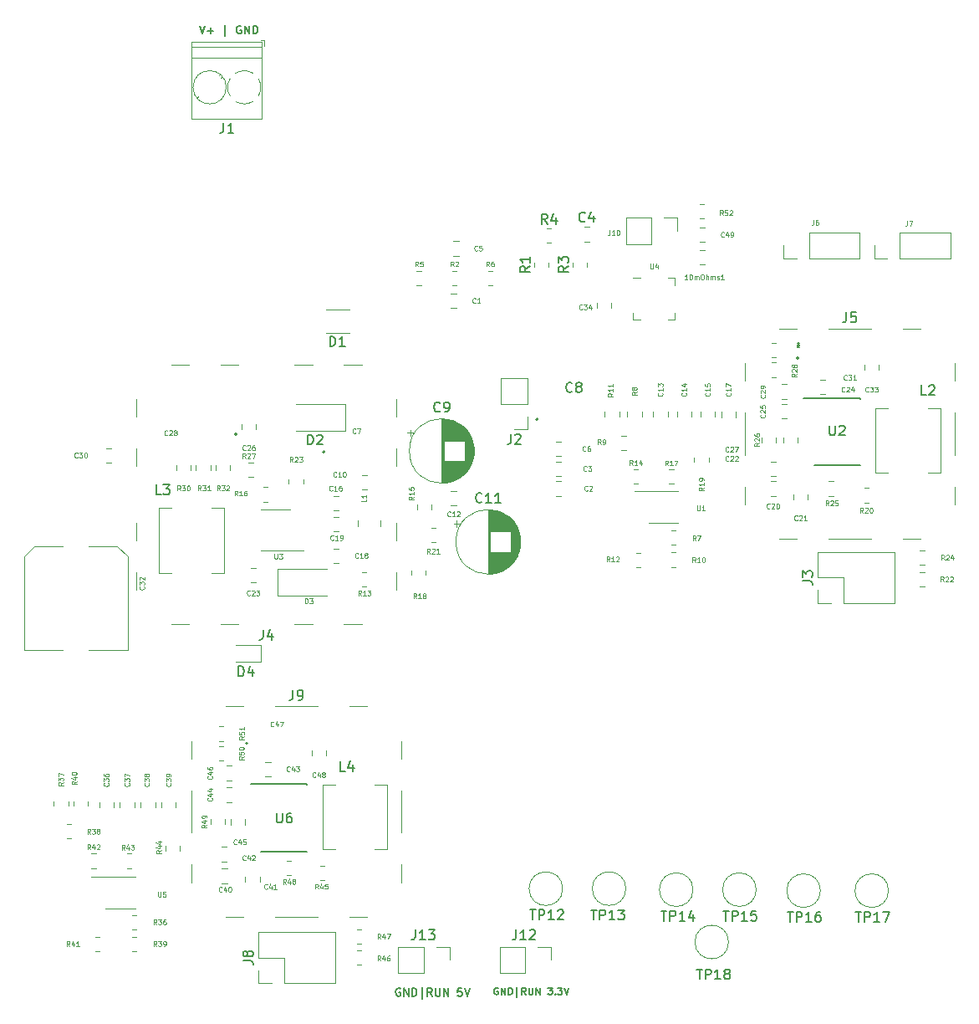
<source format=gbr>
%TF.GenerationSoftware,KiCad,Pcbnew,6.0.2-378541a8eb~116~ubuntu20.04.1*%
%TF.CreationDate,2022-04-05T22:24:09-04:00*%
%TF.ProjectId,power_board,706f7765-725f-4626-9f61-72642e6b6963,rev?*%
%TF.SameCoordinates,Original*%
%TF.FileFunction,Legend,Top*%
%TF.FilePolarity,Positive*%
%FSLAX46Y46*%
G04 Gerber Fmt 4.6, Leading zero omitted, Abs format (unit mm)*
G04 Created by KiCad (PCBNEW 6.0.2-378541a8eb~116~ubuntu20.04.1) date 2022-04-05 22:24:09*
%MOMM*%
%LPD*%
G01*
G04 APERTURE LIST*
%ADD10C,0.200000*%
%ADD11C,0.175000*%
%ADD12C,0.125000*%
%ADD13C,0.150000*%
%ADD14C,0.050000*%
%ADD15C,0.120000*%
G04 APERTURE END LIST*
D10*
X75942857Y-117900000D02*
X75866666Y-117861904D01*
X75752380Y-117861904D01*
X75638095Y-117900000D01*
X75561904Y-117976190D01*
X75523809Y-118052380D01*
X75485714Y-118204761D01*
X75485714Y-118319047D01*
X75523809Y-118471428D01*
X75561904Y-118547619D01*
X75638095Y-118623809D01*
X75752380Y-118661904D01*
X75828571Y-118661904D01*
X75942857Y-118623809D01*
X75980952Y-118585714D01*
X75980952Y-118319047D01*
X75828571Y-118319047D01*
X76323809Y-118661904D02*
X76323809Y-117861904D01*
X76780952Y-118661904D01*
X76780952Y-117861904D01*
X77161904Y-118661904D02*
X77161904Y-117861904D01*
X77352380Y-117861904D01*
X77466666Y-117900000D01*
X77542857Y-117976190D01*
X77580952Y-118052380D01*
X77619047Y-118204761D01*
X77619047Y-118319047D01*
X77580952Y-118471428D01*
X77542857Y-118547619D01*
X77466666Y-118623809D01*
X77352380Y-118661904D01*
X77161904Y-118661904D01*
X78152380Y-118928571D02*
X78152380Y-117785714D01*
X79180952Y-118661904D02*
X78914285Y-118280952D01*
X78723809Y-118661904D02*
X78723809Y-117861904D01*
X79028571Y-117861904D01*
X79104761Y-117900000D01*
X79142857Y-117938095D01*
X79180952Y-118014285D01*
X79180952Y-118128571D01*
X79142857Y-118204761D01*
X79104761Y-118242857D01*
X79028571Y-118280952D01*
X78723809Y-118280952D01*
X79523809Y-117861904D02*
X79523809Y-118509523D01*
X79561904Y-118585714D01*
X79600000Y-118623809D01*
X79676190Y-118661904D01*
X79828571Y-118661904D01*
X79904761Y-118623809D01*
X79942857Y-118585714D01*
X79980952Y-118509523D01*
X79980952Y-117861904D01*
X80361904Y-118661904D02*
X80361904Y-117861904D01*
X80819047Y-118661904D01*
X80819047Y-117861904D01*
X82190476Y-117861904D02*
X81809523Y-117861904D01*
X81771428Y-118242857D01*
X81809523Y-118204761D01*
X81885714Y-118166666D01*
X82076190Y-118166666D01*
X82152380Y-118204761D01*
X82190476Y-118242857D01*
X82228571Y-118319047D01*
X82228571Y-118509523D01*
X82190476Y-118585714D01*
X82152380Y-118623809D01*
X82076190Y-118661904D01*
X81885714Y-118661904D01*
X81809523Y-118623809D01*
X81771428Y-118585714D01*
X82457142Y-117861904D02*
X82723809Y-118661904D01*
X82990476Y-117861904D01*
D11*
X85850000Y-117850000D02*
X85783333Y-117816666D01*
X85683333Y-117816666D01*
X85583333Y-117850000D01*
X85516666Y-117916666D01*
X85483333Y-117983333D01*
X85450000Y-118116666D01*
X85450000Y-118216666D01*
X85483333Y-118350000D01*
X85516666Y-118416666D01*
X85583333Y-118483333D01*
X85683333Y-118516666D01*
X85750000Y-118516666D01*
X85850000Y-118483333D01*
X85883333Y-118450000D01*
X85883333Y-118216666D01*
X85750000Y-118216666D01*
X86183333Y-118516666D02*
X86183333Y-117816666D01*
X86583333Y-118516666D01*
X86583333Y-117816666D01*
X86916666Y-118516666D02*
X86916666Y-117816666D01*
X87083333Y-117816666D01*
X87183333Y-117850000D01*
X87250000Y-117916666D01*
X87283333Y-117983333D01*
X87316666Y-118116666D01*
X87316666Y-118216666D01*
X87283333Y-118350000D01*
X87250000Y-118416666D01*
X87183333Y-118483333D01*
X87083333Y-118516666D01*
X86916666Y-118516666D01*
X87783333Y-118750000D02*
X87783333Y-117750000D01*
X88683333Y-118516666D02*
X88450000Y-118183333D01*
X88283333Y-118516666D02*
X88283333Y-117816666D01*
X88550000Y-117816666D01*
X88616666Y-117850000D01*
X88650000Y-117883333D01*
X88683333Y-117950000D01*
X88683333Y-118050000D01*
X88650000Y-118116666D01*
X88616666Y-118150000D01*
X88550000Y-118183333D01*
X88283333Y-118183333D01*
X88983333Y-117816666D02*
X88983333Y-118383333D01*
X89016666Y-118450000D01*
X89050000Y-118483333D01*
X89116666Y-118516666D01*
X89250000Y-118516666D01*
X89316666Y-118483333D01*
X89350000Y-118450000D01*
X89383333Y-118383333D01*
X89383333Y-117816666D01*
X89716666Y-118516666D02*
X89716666Y-117816666D01*
X90116666Y-118516666D01*
X90116666Y-117816666D01*
X90916666Y-117816666D02*
X91350000Y-117816666D01*
X91116666Y-118083333D01*
X91216666Y-118083333D01*
X91283333Y-118116666D01*
X91316666Y-118150000D01*
X91350000Y-118216666D01*
X91350000Y-118383333D01*
X91316666Y-118450000D01*
X91283333Y-118483333D01*
X91216666Y-118516666D01*
X91016666Y-118516666D01*
X90950000Y-118483333D01*
X90916666Y-118450000D01*
X91650000Y-118450000D02*
X91683333Y-118483333D01*
X91650000Y-118516666D01*
X91616666Y-118483333D01*
X91650000Y-118450000D01*
X91650000Y-118516666D01*
X91916666Y-117816666D02*
X92350000Y-117816666D01*
X92116666Y-118083333D01*
X92216666Y-118083333D01*
X92283333Y-118116666D01*
X92316666Y-118150000D01*
X92350000Y-118216666D01*
X92350000Y-118383333D01*
X92316666Y-118450000D01*
X92283333Y-118483333D01*
X92216666Y-118516666D01*
X92016666Y-118516666D01*
X91950000Y-118483333D01*
X91916666Y-118450000D01*
X92550000Y-117816666D02*
X92783333Y-118516666D01*
X93016666Y-117816666D01*
D10*
X55628571Y-20461904D02*
X55895238Y-21261904D01*
X56161904Y-20461904D01*
X56428571Y-20957142D02*
X57038095Y-20957142D01*
X56733333Y-21261904D02*
X56733333Y-20652380D01*
X58219047Y-21528571D02*
X58219047Y-20385714D01*
X59819047Y-20500000D02*
X59742857Y-20461904D01*
X59628571Y-20461904D01*
X59514285Y-20500000D01*
X59438095Y-20576190D01*
X59400000Y-20652380D01*
X59361904Y-20804761D01*
X59361904Y-20919047D01*
X59400000Y-21071428D01*
X59438095Y-21147619D01*
X59514285Y-21223809D01*
X59628571Y-21261904D01*
X59704761Y-21261904D01*
X59819047Y-21223809D01*
X59857142Y-21185714D01*
X59857142Y-20919047D01*
X59704761Y-20919047D01*
X60200000Y-21261904D02*
X60200000Y-20461904D01*
X60657142Y-21261904D01*
X60657142Y-20461904D01*
X61038095Y-21261904D02*
X61038095Y-20461904D01*
X61228571Y-20461904D01*
X61342857Y-20500000D01*
X61419047Y-20576190D01*
X61457142Y-20652380D01*
X61495238Y-20804761D01*
X61495238Y-20919047D01*
X61457142Y-21071428D01*
X61419047Y-21147619D01*
X61342857Y-21223809D01*
X61228571Y-21261904D01*
X61038095Y-21261904D01*
D12*
%TO.C,R26*%
X112322390Y-62689228D02*
X112084295Y-62855895D01*
X112322390Y-62974942D02*
X111822390Y-62974942D01*
X111822390Y-62784466D01*
X111846200Y-62736847D01*
X111870009Y-62713038D01*
X111917628Y-62689228D01*
X111989057Y-62689228D01*
X112036676Y-62713038D01*
X112060485Y-62736847D01*
X112084295Y-62784466D01*
X112084295Y-62974942D01*
X111870009Y-62498752D02*
X111846200Y-62474942D01*
X111822390Y-62427323D01*
X111822390Y-62308276D01*
X111846200Y-62260657D01*
X111870009Y-62236847D01*
X111917628Y-62213038D01*
X111965247Y-62213038D01*
X112036676Y-62236847D01*
X112322390Y-62522561D01*
X112322390Y-62213038D01*
X111822390Y-61784466D02*
X111822390Y-61879704D01*
X111846200Y-61927323D01*
X111870009Y-61951133D01*
X111941438Y-61998752D01*
X112036676Y-62022561D01*
X112227152Y-62022561D01*
X112274771Y-61998752D01*
X112298580Y-61974942D01*
X112322390Y-61927323D01*
X112322390Y-61832085D01*
X112298580Y-61784466D01*
X112274771Y-61760657D01*
X112227152Y-61736847D01*
X112108104Y-61736847D01*
X112060485Y-61760657D01*
X112036676Y-61784466D01*
X112012866Y-61832085D01*
X112012866Y-61927323D01*
X112036676Y-61974942D01*
X112060485Y-61998752D01*
X112108104Y-62022561D01*
%TO.C,C10*%
X69478571Y-66078571D02*
X69454761Y-66102380D01*
X69383333Y-66126190D01*
X69335714Y-66126190D01*
X69264285Y-66102380D01*
X69216666Y-66054761D01*
X69192857Y-66007142D01*
X69169047Y-65911904D01*
X69169047Y-65840476D01*
X69192857Y-65745238D01*
X69216666Y-65697619D01*
X69264285Y-65650000D01*
X69335714Y-65626190D01*
X69383333Y-65626190D01*
X69454761Y-65650000D01*
X69478571Y-65673809D01*
X69954761Y-66126190D02*
X69669047Y-66126190D01*
X69811904Y-66126190D02*
X69811904Y-65626190D01*
X69764285Y-65697619D01*
X69716666Y-65745238D01*
X69669047Y-65769047D01*
X70264285Y-65626190D02*
X70311904Y-65626190D01*
X70359523Y-65650000D01*
X70383333Y-65673809D01*
X70407142Y-65721428D01*
X70430952Y-65816666D01*
X70430952Y-65935714D01*
X70407142Y-66030952D01*
X70383333Y-66078571D01*
X70359523Y-66102380D01*
X70311904Y-66126190D01*
X70264285Y-66126190D01*
X70216666Y-66102380D01*
X70192857Y-66078571D01*
X70169047Y-66030952D01*
X70145238Y-65935714D01*
X70145238Y-65816666D01*
X70169047Y-65721428D01*
X70192857Y-65673809D01*
X70216666Y-65650000D01*
X70264285Y-65626190D01*
D13*
%TO.C,TP18*%
X105961904Y-115952380D02*
X106533333Y-115952380D01*
X106247619Y-116952380D02*
X106247619Y-115952380D01*
X106866666Y-116952380D02*
X106866666Y-115952380D01*
X107247619Y-115952380D01*
X107342857Y-116000000D01*
X107390476Y-116047619D01*
X107438095Y-116142857D01*
X107438095Y-116285714D01*
X107390476Y-116380952D01*
X107342857Y-116428571D01*
X107247619Y-116476190D01*
X106866666Y-116476190D01*
X108390476Y-116952380D02*
X107819047Y-116952380D01*
X108104761Y-116952380D02*
X108104761Y-115952380D01*
X108009523Y-116095238D01*
X107914285Y-116190476D01*
X107819047Y-116238095D01*
X108961904Y-116380952D02*
X108866666Y-116333333D01*
X108819047Y-116285714D01*
X108771428Y-116190476D01*
X108771428Y-116142857D01*
X108819047Y-116047619D01*
X108866666Y-116000000D01*
X108961904Y-115952380D01*
X109152380Y-115952380D01*
X109247619Y-116000000D01*
X109295238Y-116047619D01*
X109342857Y-116142857D01*
X109342857Y-116190476D01*
X109295238Y-116285714D01*
X109247619Y-116333333D01*
X109152380Y-116380952D01*
X108961904Y-116380952D01*
X108866666Y-116428571D01*
X108819047Y-116476190D01*
X108771428Y-116571428D01*
X108771428Y-116761904D01*
X108819047Y-116857142D01*
X108866666Y-116904761D01*
X108961904Y-116952380D01*
X109152380Y-116952380D01*
X109247619Y-116904761D01*
X109295238Y-116857142D01*
X109342857Y-116761904D01*
X109342857Y-116571428D01*
X109295238Y-116476190D01*
X109247619Y-116428571D01*
X109152380Y-116380952D01*
D12*
%TO.C,C33*%
X123374771Y-57478571D02*
X123350961Y-57502380D01*
X123279533Y-57526190D01*
X123231914Y-57526190D01*
X123160485Y-57502380D01*
X123112866Y-57454761D01*
X123089057Y-57407142D01*
X123065247Y-57311904D01*
X123065247Y-57240476D01*
X123089057Y-57145238D01*
X123112866Y-57097619D01*
X123160485Y-57050000D01*
X123231914Y-57026190D01*
X123279533Y-57026190D01*
X123350961Y-57050000D01*
X123374771Y-57073809D01*
X123541438Y-57026190D02*
X123850961Y-57026190D01*
X123684295Y-57216666D01*
X123755723Y-57216666D01*
X123803342Y-57240476D01*
X123827152Y-57264285D01*
X123850961Y-57311904D01*
X123850961Y-57430952D01*
X123827152Y-57478571D01*
X123803342Y-57502380D01*
X123755723Y-57526190D01*
X123612866Y-57526190D01*
X123565247Y-57502380D01*
X123541438Y-57478571D01*
X124017628Y-57026190D02*
X124327152Y-57026190D01*
X124160485Y-57216666D01*
X124231914Y-57216666D01*
X124279533Y-57240476D01*
X124303342Y-57264285D01*
X124327152Y-57311904D01*
X124327152Y-57430952D01*
X124303342Y-57478571D01*
X124279533Y-57502380D01*
X124231914Y-57526190D01*
X124089057Y-57526190D01*
X124041438Y-57502380D01*
X124017628Y-57478571D01*
%TO.C,C42*%
X60278571Y-104878571D02*
X60254761Y-104902380D01*
X60183333Y-104926190D01*
X60135714Y-104926190D01*
X60064285Y-104902380D01*
X60016666Y-104854761D01*
X59992857Y-104807142D01*
X59969047Y-104711904D01*
X59969047Y-104640476D01*
X59992857Y-104545238D01*
X60016666Y-104497619D01*
X60064285Y-104450000D01*
X60135714Y-104426190D01*
X60183333Y-104426190D01*
X60254761Y-104450000D01*
X60278571Y-104473809D01*
X60707142Y-104592857D02*
X60707142Y-104926190D01*
X60588095Y-104402380D02*
X60469047Y-104759523D01*
X60778571Y-104759523D01*
X60945238Y-104473809D02*
X60969047Y-104450000D01*
X61016666Y-104426190D01*
X61135714Y-104426190D01*
X61183333Y-104450000D01*
X61207142Y-104473809D01*
X61230952Y-104521428D01*
X61230952Y-104569047D01*
X61207142Y-104640476D01*
X60921428Y-104926190D01*
X61230952Y-104926190D01*
%TO.C,C26*%
X60278571Y-63378571D02*
X60254761Y-63402380D01*
X60183333Y-63426190D01*
X60135714Y-63426190D01*
X60064285Y-63402380D01*
X60016666Y-63354761D01*
X59992857Y-63307142D01*
X59969047Y-63211904D01*
X59969047Y-63140476D01*
X59992857Y-63045238D01*
X60016666Y-62997619D01*
X60064285Y-62950000D01*
X60135714Y-62926190D01*
X60183333Y-62926190D01*
X60254761Y-62950000D01*
X60278571Y-62973809D01*
X60469047Y-62973809D02*
X60492857Y-62950000D01*
X60540476Y-62926190D01*
X60659523Y-62926190D01*
X60707142Y-62950000D01*
X60730952Y-62973809D01*
X60754761Y-63021428D01*
X60754761Y-63069047D01*
X60730952Y-63140476D01*
X60445238Y-63426190D01*
X60754761Y-63426190D01*
X61183333Y-62926190D02*
X61088095Y-62926190D01*
X61040476Y-62950000D01*
X61016666Y-62973809D01*
X60969047Y-63045238D01*
X60945238Y-63140476D01*
X60945238Y-63330952D01*
X60969047Y-63378571D01*
X60992857Y-63402380D01*
X61040476Y-63426190D01*
X61135714Y-63426190D01*
X61183333Y-63402380D01*
X61207142Y-63378571D01*
X61230952Y-63330952D01*
X61230952Y-63211904D01*
X61207142Y-63164285D01*
X61183333Y-63140476D01*
X61135714Y-63116666D01*
X61040476Y-63116666D01*
X60992857Y-63140476D01*
X60969047Y-63164285D01*
X60945238Y-63211904D01*
%TO.C,R13*%
X71991071Y-78126190D02*
X71824404Y-77888095D01*
X71705357Y-78126190D02*
X71705357Y-77626190D01*
X71895833Y-77626190D01*
X71943452Y-77650000D01*
X71967261Y-77673809D01*
X71991071Y-77721428D01*
X71991071Y-77792857D01*
X71967261Y-77840476D01*
X71943452Y-77864285D01*
X71895833Y-77888095D01*
X71705357Y-77888095D01*
X72467261Y-78126190D02*
X72181547Y-78126190D01*
X72324404Y-78126190D02*
X72324404Y-77626190D01*
X72276785Y-77697619D01*
X72229166Y-77745238D01*
X72181547Y-77769047D01*
X72633928Y-77626190D02*
X72943452Y-77626190D01*
X72776785Y-77816666D01*
X72848214Y-77816666D01*
X72895833Y-77840476D01*
X72919642Y-77864285D01*
X72943452Y-77911904D01*
X72943452Y-78030952D01*
X72919642Y-78078571D01*
X72895833Y-78102380D01*
X72848214Y-78126190D01*
X72705357Y-78126190D01*
X72657738Y-78102380D01*
X72633928Y-78078571D01*
D13*
%TO.C,C11*%
X84224762Y-68657142D02*
X84177143Y-68704761D01*
X84034286Y-68752380D01*
X83939048Y-68752380D01*
X83796191Y-68704761D01*
X83700953Y-68609523D01*
X83653334Y-68514285D01*
X83605715Y-68323809D01*
X83605715Y-68180952D01*
X83653334Y-67990476D01*
X83700953Y-67895238D01*
X83796191Y-67800000D01*
X83939048Y-67752380D01*
X84034286Y-67752380D01*
X84177143Y-67800000D01*
X84224762Y-67847619D01*
X85177143Y-68752380D02*
X84605715Y-68752380D01*
X84891429Y-68752380D02*
X84891429Y-67752380D01*
X84796191Y-67895238D01*
X84700953Y-67990476D01*
X84605715Y-68038095D01*
X86129524Y-68752380D02*
X85558096Y-68752380D01*
X85843810Y-68752380D02*
X85843810Y-67752380D01*
X85748572Y-67895238D01*
X85653334Y-67990476D01*
X85558096Y-68038095D01*
D12*
%TO.C,R45*%
X67639471Y-107823190D02*
X67472804Y-107585095D01*
X67353757Y-107823190D02*
X67353757Y-107323190D01*
X67544233Y-107323190D01*
X67591852Y-107347000D01*
X67615661Y-107370809D01*
X67639471Y-107418428D01*
X67639471Y-107489857D01*
X67615661Y-107537476D01*
X67591852Y-107561285D01*
X67544233Y-107585095D01*
X67353757Y-107585095D01*
X68068042Y-107489857D02*
X68068042Y-107823190D01*
X67948995Y-107299380D02*
X67829947Y-107656523D01*
X68139471Y-107656523D01*
X68568042Y-107323190D02*
X68329947Y-107323190D01*
X68306138Y-107561285D01*
X68329947Y-107537476D01*
X68377566Y-107513666D01*
X68496614Y-107513666D01*
X68544233Y-107537476D01*
X68568042Y-107561285D01*
X68591852Y-107608904D01*
X68591852Y-107727952D01*
X68568042Y-107775571D01*
X68544233Y-107799380D01*
X68496614Y-107823190D01*
X68377566Y-107823190D01*
X68329947Y-107799380D01*
X68306138Y-107775571D01*
%TO.C,R52*%
X108641071Y-39651190D02*
X108474404Y-39413095D01*
X108355357Y-39651190D02*
X108355357Y-39151190D01*
X108545833Y-39151190D01*
X108593452Y-39175000D01*
X108617261Y-39198809D01*
X108641071Y-39246428D01*
X108641071Y-39317857D01*
X108617261Y-39365476D01*
X108593452Y-39389285D01*
X108545833Y-39413095D01*
X108355357Y-39413095D01*
X109093452Y-39151190D02*
X108855357Y-39151190D01*
X108831547Y-39389285D01*
X108855357Y-39365476D01*
X108902976Y-39341666D01*
X109022023Y-39341666D01*
X109069642Y-39365476D01*
X109093452Y-39389285D01*
X109117261Y-39436904D01*
X109117261Y-39555952D01*
X109093452Y-39603571D01*
X109069642Y-39627380D01*
X109022023Y-39651190D01*
X108902976Y-39651190D01*
X108855357Y-39627380D01*
X108831547Y-39603571D01*
X109307738Y-39198809D02*
X109331547Y-39175000D01*
X109379166Y-39151190D01*
X109498214Y-39151190D01*
X109545833Y-39175000D01*
X109569642Y-39198809D01*
X109593452Y-39246428D01*
X109593452Y-39294047D01*
X109569642Y-39365476D01*
X109283928Y-39651190D01*
X109593452Y-39651190D01*
%TO.C,C25*%
X112853571Y-59821428D02*
X112877380Y-59845238D01*
X112901190Y-59916666D01*
X112901190Y-59964285D01*
X112877380Y-60035714D01*
X112829761Y-60083333D01*
X112782142Y-60107142D01*
X112686904Y-60130952D01*
X112615476Y-60130952D01*
X112520238Y-60107142D01*
X112472619Y-60083333D01*
X112425000Y-60035714D01*
X112401190Y-59964285D01*
X112401190Y-59916666D01*
X112425000Y-59845238D01*
X112448809Y-59821428D01*
X112448809Y-59630952D02*
X112425000Y-59607142D01*
X112401190Y-59559523D01*
X112401190Y-59440476D01*
X112425000Y-59392857D01*
X112448809Y-59369047D01*
X112496428Y-59345238D01*
X112544047Y-59345238D01*
X112615476Y-59369047D01*
X112901190Y-59654761D01*
X112901190Y-59345238D01*
X112401190Y-58892857D02*
X112401190Y-59130952D01*
X112639285Y-59154761D01*
X112615476Y-59130952D01*
X112591666Y-59083333D01*
X112591666Y-58964285D01*
X112615476Y-58916666D01*
X112639285Y-58892857D01*
X112686904Y-58869047D01*
X112805952Y-58869047D01*
X112853571Y-58892857D01*
X112877380Y-58916666D01*
X112901190Y-58964285D01*
X112901190Y-59083333D01*
X112877380Y-59130952D01*
X112853571Y-59154761D01*
D13*
%TO.C,U6*%
X63438095Y-100127380D02*
X63438095Y-100936904D01*
X63485714Y-101032142D01*
X63533333Y-101079761D01*
X63628571Y-101127380D01*
X63819047Y-101127380D01*
X63914285Y-101079761D01*
X63961904Y-101032142D01*
X64009523Y-100936904D01*
X64009523Y-100127380D01*
X64914285Y-100127380D02*
X64723809Y-100127380D01*
X64628571Y-100175000D01*
X64580952Y-100222619D01*
X64485714Y-100365476D01*
X64438095Y-100555952D01*
X64438095Y-100936904D01*
X64485714Y-101032142D01*
X64533333Y-101079761D01*
X64628571Y-101127380D01*
X64819047Y-101127380D01*
X64914285Y-101079761D01*
X64961904Y-101032142D01*
X65009523Y-100936904D01*
X65009523Y-100698809D01*
X64961904Y-100603571D01*
X64914285Y-100555952D01*
X64819047Y-100508333D01*
X64628571Y-100508333D01*
X64533333Y-100555952D01*
X64485714Y-100603571D01*
X64438095Y-100698809D01*
D12*
%TO.C,C5*%
X83754166Y-43178571D02*
X83730357Y-43202380D01*
X83658928Y-43226190D01*
X83611309Y-43226190D01*
X83539880Y-43202380D01*
X83492261Y-43154761D01*
X83468452Y-43107142D01*
X83444642Y-43011904D01*
X83444642Y-42940476D01*
X83468452Y-42845238D01*
X83492261Y-42797619D01*
X83539880Y-42750000D01*
X83611309Y-42726190D01*
X83658928Y-42726190D01*
X83730357Y-42750000D01*
X83754166Y-42773809D01*
X84206547Y-42726190D02*
X83968452Y-42726190D01*
X83944642Y-42964285D01*
X83968452Y-42940476D01*
X84016071Y-42916666D01*
X84135119Y-42916666D01*
X84182738Y-42940476D01*
X84206547Y-42964285D01*
X84230357Y-43011904D01*
X84230357Y-43130952D01*
X84206547Y-43178571D01*
X84182738Y-43202380D01*
X84135119Y-43226190D01*
X84016071Y-43226190D01*
X83968452Y-43202380D01*
X83944642Y-43178571D01*
%TO.C,C12*%
X81028571Y-70078571D02*
X81004761Y-70102380D01*
X80933333Y-70126190D01*
X80885714Y-70126190D01*
X80814285Y-70102380D01*
X80766666Y-70054761D01*
X80742857Y-70007142D01*
X80719047Y-69911904D01*
X80719047Y-69840476D01*
X80742857Y-69745238D01*
X80766666Y-69697619D01*
X80814285Y-69650000D01*
X80885714Y-69626190D01*
X80933333Y-69626190D01*
X81004761Y-69650000D01*
X81028571Y-69673809D01*
X81504761Y-70126190D02*
X81219047Y-70126190D01*
X81361904Y-70126190D02*
X81361904Y-69626190D01*
X81314285Y-69697619D01*
X81266666Y-69745238D01*
X81219047Y-69769047D01*
X81695238Y-69673809D02*
X81719047Y-69650000D01*
X81766666Y-69626190D01*
X81885714Y-69626190D01*
X81933333Y-69650000D01*
X81957142Y-69673809D01*
X81980952Y-69721428D01*
X81980952Y-69769047D01*
X81957142Y-69840476D01*
X81671428Y-70126190D01*
X81980952Y-70126190D01*
D13*
%TO.C,D1*%
X68831904Y-52902380D02*
X68831904Y-51902380D01*
X69070000Y-51902380D01*
X69212857Y-51950000D01*
X69308095Y-52045238D01*
X69355714Y-52140476D01*
X69403333Y-52330952D01*
X69403333Y-52473809D01*
X69355714Y-52664285D01*
X69308095Y-52759523D01*
X69212857Y-52854761D01*
X69070000Y-52902380D01*
X68831904Y-52902380D01*
X70355714Y-52902380D02*
X69784285Y-52902380D01*
X70070000Y-52902380D02*
X70070000Y-51902380D01*
X69974761Y-52045238D01*
X69879523Y-52140476D01*
X69784285Y-52188095D01*
D12*
%TO.C,J10*%
X97182738Y-41151190D02*
X97182738Y-41508333D01*
X97158928Y-41579761D01*
X97111309Y-41627380D01*
X97039880Y-41651190D01*
X96992261Y-41651190D01*
X97682738Y-41651190D02*
X97397023Y-41651190D01*
X97539880Y-41651190D02*
X97539880Y-41151190D01*
X97492261Y-41222619D01*
X97444642Y-41270238D01*
X97397023Y-41294047D01*
X97992261Y-41151190D02*
X98039880Y-41151190D01*
X98087500Y-41175000D01*
X98111309Y-41198809D01*
X98135119Y-41246428D01*
X98158928Y-41341666D01*
X98158928Y-41460714D01*
X98135119Y-41555952D01*
X98111309Y-41603571D01*
X98087500Y-41627380D01*
X98039880Y-41651190D01*
X97992261Y-41651190D01*
X97944642Y-41627380D01*
X97920833Y-41603571D01*
X97897023Y-41555952D01*
X97873214Y-41460714D01*
X97873214Y-41341666D01*
X97897023Y-41246428D01*
X97920833Y-41198809D01*
X97944642Y-41175000D01*
X97992261Y-41151190D01*
%TO.C,C24*%
X120974771Y-57478571D02*
X120950961Y-57502380D01*
X120879533Y-57526190D01*
X120831914Y-57526190D01*
X120760485Y-57502380D01*
X120712866Y-57454761D01*
X120689057Y-57407142D01*
X120665247Y-57311904D01*
X120665247Y-57240476D01*
X120689057Y-57145238D01*
X120712866Y-57097619D01*
X120760485Y-57050000D01*
X120831914Y-57026190D01*
X120879533Y-57026190D01*
X120950961Y-57050000D01*
X120974771Y-57073809D01*
X121165247Y-57073809D02*
X121189057Y-57050000D01*
X121236676Y-57026190D01*
X121355723Y-57026190D01*
X121403342Y-57050000D01*
X121427152Y-57073809D01*
X121450961Y-57121428D01*
X121450961Y-57169047D01*
X121427152Y-57240476D01*
X121141438Y-57526190D01*
X121450961Y-57526190D01*
X121879533Y-57192857D02*
X121879533Y-57526190D01*
X121760485Y-57002380D02*
X121641438Y-57359523D01*
X121950961Y-57359523D01*
%TO.C,R51*%
X60149190Y-92389428D02*
X59911095Y-92556095D01*
X60149190Y-92675142D02*
X59649190Y-92675142D01*
X59649190Y-92484666D01*
X59673000Y-92437047D01*
X59696809Y-92413238D01*
X59744428Y-92389428D01*
X59815857Y-92389428D01*
X59863476Y-92413238D01*
X59887285Y-92437047D01*
X59911095Y-92484666D01*
X59911095Y-92675142D01*
X59649190Y-91937047D02*
X59649190Y-92175142D01*
X59887285Y-92198952D01*
X59863476Y-92175142D01*
X59839666Y-92127523D01*
X59839666Y-92008476D01*
X59863476Y-91960857D01*
X59887285Y-91937047D01*
X59934904Y-91913238D01*
X60053952Y-91913238D01*
X60101571Y-91937047D01*
X60125380Y-91960857D01*
X60149190Y-92008476D01*
X60149190Y-92127523D01*
X60125380Y-92175142D01*
X60101571Y-92198952D01*
X60149190Y-91437047D02*
X60149190Y-91722761D01*
X60149190Y-91579904D02*
X59649190Y-91579904D01*
X59720619Y-91627523D01*
X59768238Y-91675142D01*
X59792047Y-91722761D01*
%TO.C,J6*%
X117808333Y-40126190D02*
X117808333Y-40483333D01*
X117784523Y-40554761D01*
X117736904Y-40602380D01*
X117665476Y-40626190D01*
X117617857Y-40626190D01*
X118260714Y-40126190D02*
X118165476Y-40126190D01*
X118117857Y-40150000D01*
X118094047Y-40173809D01*
X118046428Y-40245238D01*
X118022619Y-40340476D01*
X118022619Y-40530952D01*
X118046428Y-40578571D01*
X118070238Y-40602380D01*
X118117857Y-40626190D01*
X118213095Y-40626190D01*
X118260714Y-40602380D01*
X118284523Y-40578571D01*
X118308333Y-40530952D01*
X118308333Y-40411904D01*
X118284523Y-40364285D01*
X118260714Y-40340476D01*
X118213095Y-40316666D01*
X118117857Y-40316666D01*
X118070238Y-40340476D01*
X118046428Y-40364285D01*
X118022619Y-40411904D01*
%TO.C,C49*%
X108741071Y-41803571D02*
X108717261Y-41827380D01*
X108645833Y-41851190D01*
X108598214Y-41851190D01*
X108526785Y-41827380D01*
X108479166Y-41779761D01*
X108455357Y-41732142D01*
X108431547Y-41636904D01*
X108431547Y-41565476D01*
X108455357Y-41470238D01*
X108479166Y-41422619D01*
X108526785Y-41375000D01*
X108598214Y-41351190D01*
X108645833Y-41351190D01*
X108717261Y-41375000D01*
X108741071Y-41398809D01*
X109169642Y-41517857D02*
X109169642Y-41851190D01*
X109050595Y-41327380D02*
X108931547Y-41684523D01*
X109241071Y-41684523D01*
X109455357Y-41851190D02*
X109550595Y-41851190D01*
X109598214Y-41827380D01*
X109622023Y-41803571D01*
X109669642Y-41732142D01*
X109693452Y-41636904D01*
X109693452Y-41446428D01*
X109669642Y-41398809D01*
X109645833Y-41375000D01*
X109598214Y-41351190D01*
X109502976Y-41351190D01*
X109455357Y-41375000D01*
X109431547Y-41398809D01*
X109407738Y-41446428D01*
X109407738Y-41565476D01*
X109431547Y-41613095D01*
X109455357Y-41636904D01*
X109502976Y-41660714D01*
X109598214Y-41660714D01*
X109645833Y-41636904D01*
X109669642Y-41613095D01*
X109693452Y-41565476D01*
%TO.C,C14*%
X104874771Y-57621428D02*
X104898580Y-57645238D01*
X104922390Y-57716666D01*
X104922390Y-57764285D01*
X104898580Y-57835714D01*
X104850961Y-57883333D01*
X104803342Y-57907142D01*
X104708104Y-57930952D01*
X104636676Y-57930952D01*
X104541438Y-57907142D01*
X104493819Y-57883333D01*
X104446200Y-57835714D01*
X104422390Y-57764285D01*
X104422390Y-57716666D01*
X104446200Y-57645238D01*
X104470009Y-57621428D01*
X104922390Y-57145238D02*
X104922390Y-57430952D01*
X104922390Y-57288095D02*
X104422390Y-57288095D01*
X104493819Y-57335714D01*
X104541438Y-57383333D01*
X104565247Y-57430952D01*
X104589057Y-56716666D02*
X104922390Y-56716666D01*
X104398580Y-56835714D02*
X104755723Y-56954761D01*
X104755723Y-56645238D01*
%TO.C,R36*%
X51278571Y-111426190D02*
X51111904Y-111188095D01*
X50992857Y-111426190D02*
X50992857Y-110926190D01*
X51183333Y-110926190D01*
X51230952Y-110950000D01*
X51254761Y-110973809D01*
X51278571Y-111021428D01*
X51278571Y-111092857D01*
X51254761Y-111140476D01*
X51230952Y-111164285D01*
X51183333Y-111188095D01*
X50992857Y-111188095D01*
X51445238Y-110926190D02*
X51754761Y-110926190D01*
X51588095Y-111116666D01*
X51659523Y-111116666D01*
X51707142Y-111140476D01*
X51730952Y-111164285D01*
X51754761Y-111211904D01*
X51754761Y-111330952D01*
X51730952Y-111378571D01*
X51707142Y-111402380D01*
X51659523Y-111426190D01*
X51516666Y-111426190D01*
X51469047Y-111402380D01*
X51445238Y-111378571D01*
X52183333Y-110926190D02*
X52088095Y-110926190D01*
X52040476Y-110950000D01*
X52016666Y-110973809D01*
X51969047Y-111045238D01*
X51945238Y-111140476D01*
X51945238Y-111330952D01*
X51969047Y-111378571D01*
X51992857Y-111402380D01*
X52040476Y-111426190D01*
X52135714Y-111426190D01*
X52183333Y-111402380D01*
X52207142Y-111378571D01*
X52230952Y-111330952D01*
X52230952Y-111211904D01*
X52207142Y-111164285D01*
X52183333Y-111140476D01*
X52135714Y-111116666D01*
X52040476Y-111116666D01*
X51992857Y-111140476D01*
X51969047Y-111164285D01*
X51945238Y-111211904D01*
%TO.C,C16*%
X69078571Y-67478571D02*
X69054761Y-67502380D01*
X68983333Y-67526190D01*
X68935714Y-67526190D01*
X68864285Y-67502380D01*
X68816666Y-67454761D01*
X68792857Y-67407142D01*
X68769047Y-67311904D01*
X68769047Y-67240476D01*
X68792857Y-67145238D01*
X68816666Y-67097619D01*
X68864285Y-67050000D01*
X68935714Y-67026190D01*
X68983333Y-67026190D01*
X69054761Y-67050000D01*
X69078571Y-67073809D01*
X69554761Y-67526190D02*
X69269047Y-67526190D01*
X69411904Y-67526190D02*
X69411904Y-67026190D01*
X69364285Y-67097619D01*
X69316666Y-67145238D01*
X69269047Y-67169047D01*
X69983333Y-67026190D02*
X69888095Y-67026190D01*
X69840476Y-67050000D01*
X69816666Y-67073809D01*
X69769047Y-67145238D01*
X69745238Y-67240476D01*
X69745238Y-67430952D01*
X69769047Y-67478571D01*
X69792857Y-67502380D01*
X69840476Y-67526190D01*
X69935714Y-67526190D01*
X69983333Y-67502380D01*
X70007142Y-67478571D01*
X70030952Y-67430952D01*
X70030952Y-67311904D01*
X70007142Y-67264285D01*
X69983333Y-67240476D01*
X69935714Y-67216666D01*
X69840476Y-67216666D01*
X69792857Y-67240476D01*
X69769047Y-67264285D01*
X69745238Y-67311904D01*
%TO.C,R20*%
X122830071Y-69750190D02*
X122663404Y-69512095D01*
X122544357Y-69750190D02*
X122544357Y-69250190D01*
X122734833Y-69250190D01*
X122782452Y-69274000D01*
X122806261Y-69297809D01*
X122830071Y-69345428D01*
X122830071Y-69416857D01*
X122806261Y-69464476D01*
X122782452Y-69488285D01*
X122734833Y-69512095D01*
X122544357Y-69512095D01*
X123020547Y-69297809D02*
X123044357Y-69274000D01*
X123091976Y-69250190D01*
X123211023Y-69250190D01*
X123258642Y-69274000D01*
X123282452Y-69297809D01*
X123306261Y-69345428D01*
X123306261Y-69393047D01*
X123282452Y-69464476D01*
X122996738Y-69750190D01*
X123306261Y-69750190D01*
X123615785Y-69250190D02*
X123663404Y-69250190D01*
X123711023Y-69274000D01*
X123734833Y-69297809D01*
X123758642Y-69345428D01*
X123782452Y-69440666D01*
X123782452Y-69559714D01*
X123758642Y-69654952D01*
X123734833Y-69702571D01*
X123711023Y-69726380D01*
X123663404Y-69750190D01*
X123615785Y-69750190D01*
X123568166Y-69726380D01*
X123544357Y-69702571D01*
X123520547Y-69654952D01*
X123496738Y-69559714D01*
X123496738Y-69440666D01*
X123520547Y-69345428D01*
X123544357Y-69297809D01*
X123568166Y-69274000D01*
X123615785Y-69250190D01*
%TO.C,R19*%
X106703990Y-67201828D02*
X106465895Y-67368495D01*
X106703990Y-67487542D02*
X106203990Y-67487542D01*
X106203990Y-67297066D01*
X106227800Y-67249447D01*
X106251609Y-67225638D01*
X106299228Y-67201828D01*
X106370657Y-67201828D01*
X106418276Y-67225638D01*
X106442085Y-67249447D01*
X106465895Y-67297066D01*
X106465895Y-67487542D01*
X106703990Y-66725638D02*
X106703990Y-67011352D01*
X106703990Y-66868495D02*
X106203990Y-66868495D01*
X106275419Y-66916114D01*
X106323038Y-66963733D01*
X106346847Y-67011352D01*
X106703990Y-66487542D02*
X106703990Y-66392304D01*
X106680180Y-66344685D01*
X106656371Y-66320876D01*
X106584942Y-66273257D01*
X106489704Y-66249447D01*
X106299228Y-66249447D01*
X106251609Y-66273257D01*
X106227800Y-66297066D01*
X106203990Y-66344685D01*
X106203990Y-66439923D01*
X106227800Y-66487542D01*
X106251609Y-66511352D01*
X106299228Y-66535161D01*
X106418276Y-66535161D01*
X106465895Y-66511352D01*
X106489704Y-66487542D01*
X106513514Y-66439923D01*
X106513514Y-66344685D01*
X106489704Y-66297066D01*
X106465895Y-66273257D01*
X106418276Y-66249447D01*
%TO.C,R9*%
X96267066Y-62849990D02*
X96100400Y-62611895D01*
X95981352Y-62849990D02*
X95981352Y-62349990D01*
X96171828Y-62349990D01*
X96219447Y-62373800D01*
X96243257Y-62397609D01*
X96267066Y-62445228D01*
X96267066Y-62516657D01*
X96243257Y-62564276D01*
X96219447Y-62588085D01*
X96171828Y-62611895D01*
X95981352Y-62611895D01*
X96505161Y-62849990D02*
X96600400Y-62849990D01*
X96648019Y-62826180D01*
X96671828Y-62802371D01*
X96719447Y-62730942D01*
X96743257Y-62635704D01*
X96743257Y-62445228D01*
X96719447Y-62397609D01*
X96695638Y-62373800D01*
X96648019Y-62349990D01*
X96552780Y-62349990D01*
X96505161Y-62373800D01*
X96481352Y-62397609D01*
X96457542Y-62445228D01*
X96457542Y-62564276D01*
X96481352Y-62611895D01*
X96505161Y-62635704D01*
X96552780Y-62659514D01*
X96648019Y-62659514D01*
X96695638Y-62635704D01*
X96719447Y-62611895D01*
X96743257Y-62564276D01*
%TO.C,R28*%
X116116190Y-55697628D02*
X115878095Y-55864295D01*
X116116190Y-55983342D02*
X115616190Y-55983342D01*
X115616190Y-55792866D01*
X115640000Y-55745247D01*
X115663809Y-55721438D01*
X115711428Y-55697628D01*
X115782857Y-55697628D01*
X115830476Y-55721438D01*
X115854285Y-55745247D01*
X115878095Y-55792866D01*
X115878095Y-55983342D01*
X115663809Y-55507152D02*
X115640000Y-55483342D01*
X115616190Y-55435723D01*
X115616190Y-55316676D01*
X115640000Y-55269057D01*
X115663809Y-55245247D01*
X115711428Y-55221438D01*
X115759047Y-55221438D01*
X115830476Y-55245247D01*
X116116190Y-55530961D01*
X116116190Y-55221438D01*
X115830476Y-54935723D02*
X115806666Y-54983342D01*
X115782857Y-55007152D01*
X115735238Y-55030961D01*
X115711428Y-55030961D01*
X115663809Y-55007152D01*
X115640000Y-54983342D01*
X115616190Y-54935723D01*
X115616190Y-54840485D01*
X115640000Y-54792866D01*
X115663809Y-54769057D01*
X115711428Y-54745247D01*
X115735238Y-54745247D01*
X115782857Y-54769057D01*
X115806666Y-54792866D01*
X115830476Y-54840485D01*
X115830476Y-54935723D01*
X115854285Y-54983342D01*
X115878095Y-55007152D01*
X115925714Y-55030961D01*
X116020952Y-55030961D01*
X116068571Y-55007152D01*
X116092380Y-54983342D01*
X116116190Y-54935723D01*
X116116190Y-54840485D01*
X116092380Y-54792866D01*
X116068571Y-54769057D01*
X116020952Y-54745247D01*
X115925714Y-54745247D01*
X115878095Y-54769057D01*
X115854285Y-54792866D01*
X115830476Y-54840485D01*
D14*
%TO.C,R29*%
X116340476Y-52903571D02*
X116245238Y-52970238D01*
X116340476Y-53017857D02*
X116140476Y-53017857D01*
X116140476Y-52941666D01*
X116150000Y-52922619D01*
X116159523Y-52913095D01*
X116178571Y-52903571D01*
X116207142Y-52903571D01*
X116226190Y-52913095D01*
X116235714Y-52922619D01*
X116245238Y-52941666D01*
X116245238Y-53017857D01*
X116159523Y-52827380D02*
X116150000Y-52817857D01*
X116140476Y-52798809D01*
X116140476Y-52751190D01*
X116150000Y-52732142D01*
X116159523Y-52722619D01*
X116178571Y-52713095D01*
X116197619Y-52713095D01*
X116226190Y-52722619D01*
X116340476Y-52836904D01*
X116340476Y-52713095D01*
X116340476Y-52617857D02*
X116340476Y-52579761D01*
X116330952Y-52560714D01*
X116321428Y-52551190D01*
X116292857Y-52532142D01*
X116254761Y-52522619D01*
X116178571Y-52522619D01*
X116159523Y-52532142D01*
X116150000Y-52541666D01*
X116140476Y-52560714D01*
X116140476Y-52598809D01*
X116150000Y-52617857D01*
X116159523Y-52627380D01*
X116178571Y-52636904D01*
X116226190Y-52636904D01*
X116245238Y-52627380D01*
X116254761Y-52617857D01*
X116264285Y-52598809D01*
X116264285Y-52560714D01*
X116254761Y-52541666D01*
X116245238Y-52532142D01*
X116226190Y-52522619D01*
D12*
%TO.C,R17*%
X103063771Y-64979990D02*
X102897104Y-64741895D01*
X102778057Y-64979990D02*
X102778057Y-64479990D01*
X102968533Y-64479990D01*
X103016152Y-64503800D01*
X103039961Y-64527609D01*
X103063771Y-64575228D01*
X103063771Y-64646657D01*
X103039961Y-64694276D01*
X103016152Y-64718085D01*
X102968533Y-64741895D01*
X102778057Y-64741895D01*
X103539961Y-64979990D02*
X103254247Y-64979990D01*
X103397104Y-64979990D02*
X103397104Y-64479990D01*
X103349485Y-64551419D01*
X103301866Y-64599038D01*
X103254247Y-64622847D01*
X103706628Y-64479990D02*
X104039961Y-64479990D01*
X103825676Y-64979990D01*
%TO.C,C34*%
X94378571Y-49128571D02*
X94354761Y-49152380D01*
X94283333Y-49176190D01*
X94235714Y-49176190D01*
X94164285Y-49152380D01*
X94116666Y-49104761D01*
X94092857Y-49057142D01*
X94069047Y-48961904D01*
X94069047Y-48890476D01*
X94092857Y-48795238D01*
X94116666Y-48747619D01*
X94164285Y-48700000D01*
X94235714Y-48676190D01*
X94283333Y-48676190D01*
X94354761Y-48700000D01*
X94378571Y-48723809D01*
X94545238Y-48676190D02*
X94854761Y-48676190D01*
X94688095Y-48866666D01*
X94759523Y-48866666D01*
X94807142Y-48890476D01*
X94830952Y-48914285D01*
X94854761Y-48961904D01*
X94854761Y-49080952D01*
X94830952Y-49128571D01*
X94807142Y-49152380D01*
X94759523Y-49176190D01*
X94616666Y-49176190D01*
X94569047Y-49152380D01*
X94545238Y-49128571D01*
X95283333Y-48842857D02*
X95283333Y-49176190D01*
X95164285Y-48652380D02*
X95045238Y-49009523D01*
X95354761Y-49009523D01*
D13*
%TO.C,TP17*%
X122061904Y-110152380D02*
X122633333Y-110152380D01*
X122347619Y-111152380D02*
X122347619Y-110152380D01*
X122966666Y-111152380D02*
X122966666Y-110152380D01*
X123347619Y-110152380D01*
X123442857Y-110200000D01*
X123490476Y-110247619D01*
X123538095Y-110342857D01*
X123538095Y-110485714D01*
X123490476Y-110580952D01*
X123442857Y-110628571D01*
X123347619Y-110676190D01*
X122966666Y-110676190D01*
X124490476Y-111152380D02*
X123919047Y-111152380D01*
X124204761Y-111152380D02*
X124204761Y-110152380D01*
X124109523Y-110295238D01*
X124014285Y-110390476D01*
X123919047Y-110438095D01*
X124823809Y-110152380D02*
X125490476Y-110152380D01*
X125061904Y-111152380D01*
%TO.C,R1*%
X89064880Y-44804166D02*
X88588690Y-45137500D01*
X89064880Y-45375595D02*
X88064880Y-45375595D01*
X88064880Y-44994642D01*
X88112500Y-44899404D01*
X88160119Y-44851785D01*
X88255357Y-44804166D01*
X88398214Y-44804166D01*
X88493452Y-44851785D01*
X88541071Y-44899404D01*
X88588690Y-44994642D01*
X88588690Y-45375595D01*
X89064880Y-43851785D02*
X89064880Y-44423214D01*
X89064880Y-44137500D02*
X88064880Y-44137500D01*
X88207738Y-44232738D01*
X88302976Y-44327976D01*
X88350595Y-44423214D01*
D12*
%TO.C,C32*%
X49978571Y-77221428D02*
X50002380Y-77245238D01*
X50026190Y-77316666D01*
X50026190Y-77364285D01*
X50002380Y-77435714D01*
X49954761Y-77483333D01*
X49907142Y-77507142D01*
X49811904Y-77530952D01*
X49740476Y-77530952D01*
X49645238Y-77507142D01*
X49597619Y-77483333D01*
X49550000Y-77435714D01*
X49526190Y-77364285D01*
X49526190Y-77316666D01*
X49550000Y-77245238D01*
X49573809Y-77221428D01*
X49526190Y-77054761D02*
X49526190Y-76745238D01*
X49716666Y-76911904D01*
X49716666Y-76840476D01*
X49740476Y-76792857D01*
X49764285Y-76769047D01*
X49811904Y-76745238D01*
X49930952Y-76745238D01*
X49978571Y-76769047D01*
X50002380Y-76792857D01*
X50026190Y-76840476D01*
X50026190Y-76983333D01*
X50002380Y-77030952D01*
X49978571Y-77054761D01*
X49573809Y-76554761D02*
X49550000Y-76530952D01*
X49526190Y-76483333D01*
X49526190Y-76364285D01*
X49550000Y-76316666D01*
X49573809Y-76292857D01*
X49621428Y-76269047D01*
X49669047Y-76269047D01*
X49740476Y-76292857D01*
X50026190Y-76578571D01*
X50026190Y-76269047D01*
%TO.C,D3*%
X66330952Y-78926190D02*
X66330952Y-78426190D01*
X66450000Y-78426190D01*
X66521428Y-78450000D01*
X66569047Y-78497619D01*
X66592857Y-78545238D01*
X66616666Y-78640476D01*
X66616666Y-78711904D01*
X66592857Y-78807142D01*
X66569047Y-78854761D01*
X66521428Y-78902380D01*
X66450000Y-78926190D01*
X66330952Y-78926190D01*
X66783333Y-78426190D02*
X67092857Y-78426190D01*
X66926190Y-78616666D01*
X66997619Y-78616666D01*
X67045238Y-78640476D01*
X67069047Y-78664285D01*
X67092857Y-78711904D01*
X67092857Y-78830952D01*
X67069047Y-78878571D01*
X67045238Y-78902380D01*
X66997619Y-78926190D01*
X66854761Y-78926190D01*
X66807142Y-78902380D01*
X66783333Y-78878571D01*
%TO.C,C39*%
X52678571Y-97121428D02*
X52702380Y-97145238D01*
X52726190Y-97216666D01*
X52726190Y-97264285D01*
X52702380Y-97335714D01*
X52654761Y-97383333D01*
X52607142Y-97407142D01*
X52511904Y-97430952D01*
X52440476Y-97430952D01*
X52345238Y-97407142D01*
X52297619Y-97383333D01*
X52250000Y-97335714D01*
X52226190Y-97264285D01*
X52226190Y-97216666D01*
X52250000Y-97145238D01*
X52273809Y-97121428D01*
X52226190Y-96954761D02*
X52226190Y-96645238D01*
X52416666Y-96811904D01*
X52416666Y-96740476D01*
X52440476Y-96692857D01*
X52464285Y-96669047D01*
X52511904Y-96645238D01*
X52630952Y-96645238D01*
X52678571Y-96669047D01*
X52702380Y-96692857D01*
X52726190Y-96740476D01*
X52726190Y-96883333D01*
X52702380Y-96930952D01*
X52678571Y-96954761D01*
X52726190Y-96407142D02*
X52726190Y-96311904D01*
X52702380Y-96264285D01*
X52678571Y-96240476D01*
X52607142Y-96192857D01*
X52511904Y-96169047D01*
X52321428Y-96169047D01*
X52273809Y-96192857D01*
X52250000Y-96216666D01*
X52226190Y-96264285D01*
X52226190Y-96359523D01*
X52250000Y-96407142D01*
X52273809Y-96430952D01*
X52321428Y-96454761D01*
X52440476Y-96454761D01*
X52488095Y-96430952D01*
X52511904Y-96407142D01*
X52535714Y-96359523D01*
X52535714Y-96264285D01*
X52511904Y-96216666D01*
X52488095Y-96192857D01*
X52440476Y-96169047D01*
D13*
%TO.C,J13*%
X77490476Y-111952380D02*
X77490476Y-112666666D01*
X77442857Y-112809523D01*
X77347619Y-112904761D01*
X77204761Y-112952380D01*
X77109523Y-112952380D01*
X78490476Y-112952380D02*
X77919047Y-112952380D01*
X78204761Y-112952380D02*
X78204761Y-111952380D01*
X78109523Y-112095238D01*
X78014285Y-112190476D01*
X77919047Y-112238095D01*
X78823809Y-111952380D02*
X79442857Y-111952380D01*
X79109523Y-112333333D01*
X79252380Y-112333333D01*
X79347619Y-112380952D01*
X79395238Y-112428571D01*
X79442857Y-112523809D01*
X79442857Y-112761904D01*
X79395238Y-112857142D01*
X79347619Y-112904761D01*
X79252380Y-112952380D01*
X78966666Y-112952380D01*
X78871428Y-112904761D01*
X78823809Y-112857142D01*
%TO.C,R4*%
X90851833Y-40528380D02*
X90518500Y-40052190D01*
X90280404Y-40528380D02*
X90280404Y-39528380D01*
X90661357Y-39528380D01*
X90756595Y-39576000D01*
X90804214Y-39623619D01*
X90851833Y-39718857D01*
X90851833Y-39861714D01*
X90804214Y-39956952D01*
X90756595Y-40004571D01*
X90661357Y-40052190D01*
X90280404Y-40052190D01*
X91708976Y-39861714D02*
X91708976Y-40528380D01*
X91470880Y-39480761D02*
X91232785Y-40195047D01*
X91851833Y-40195047D01*
D12*
%TO.C,C15*%
X107274771Y-57621428D02*
X107298580Y-57645238D01*
X107322390Y-57716666D01*
X107322390Y-57764285D01*
X107298580Y-57835714D01*
X107250961Y-57883333D01*
X107203342Y-57907142D01*
X107108104Y-57930952D01*
X107036676Y-57930952D01*
X106941438Y-57907142D01*
X106893819Y-57883333D01*
X106846200Y-57835714D01*
X106822390Y-57764285D01*
X106822390Y-57716666D01*
X106846200Y-57645238D01*
X106870009Y-57621428D01*
X107322390Y-57145238D02*
X107322390Y-57430952D01*
X107322390Y-57288095D02*
X106822390Y-57288095D01*
X106893819Y-57335714D01*
X106941438Y-57383333D01*
X106965247Y-57430952D01*
X106822390Y-56692857D02*
X106822390Y-56930952D01*
X107060485Y-56954761D01*
X107036676Y-56930952D01*
X107012866Y-56883333D01*
X107012866Y-56764285D01*
X107036676Y-56716666D01*
X107060485Y-56692857D01*
X107108104Y-56669047D01*
X107227152Y-56669047D01*
X107274771Y-56692857D01*
X107298580Y-56716666D01*
X107322390Y-56764285D01*
X107322390Y-56883333D01*
X107298580Y-56930952D01*
X107274771Y-56954761D01*
%TO.C,C20*%
X113374771Y-69278571D02*
X113350961Y-69302380D01*
X113279533Y-69326190D01*
X113231914Y-69326190D01*
X113160485Y-69302380D01*
X113112866Y-69254761D01*
X113089057Y-69207142D01*
X113065247Y-69111904D01*
X113065247Y-69040476D01*
X113089057Y-68945238D01*
X113112866Y-68897619D01*
X113160485Y-68850000D01*
X113231914Y-68826190D01*
X113279533Y-68826190D01*
X113350961Y-68850000D01*
X113374771Y-68873809D01*
X113565247Y-68873809D02*
X113589057Y-68850000D01*
X113636676Y-68826190D01*
X113755723Y-68826190D01*
X113803342Y-68850000D01*
X113827152Y-68873809D01*
X113850961Y-68921428D01*
X113850961Y-68969047D01*
X113827152Y-69040476D01*
X113541438Y-69326190D01*
X113850961Y-69326190D01*
X114160485Y-68826190D02*
X114208104Y-68826190D01*
X114255723Y-68850000D01*
X114279533Y-68873809D01*
X114303342Y-68921428D01*
X114327152Y-69016666D01*
X114327152Y-69135714D01*
X114303342Y-69230952D01*
X114279533Y-69278571D01*
X114255723Y-69302380D01*
X114208104Y-69326190D01*
X114160485Y-69326190D01*
X114112866Y-69302380D01*
X114089057Y-69278571D01*
X114065247Y-69230952D01*
X114041438Y-69135714D01*
X114041438Y-69016666D01*
X114065247Y-68921428D01*
X114089057Y-68873809D01*
X114112866Y-68850000D01*
X114160485Y-68826190D01*
%TO.C,C21*%
X116174771Y-70478571D02*
X116150961Y-70502380D01*
X116079533Y-70526190D01*
X116031914Y-70526190D01*
X115960485Y-70502380D01*
X115912866Y-70454761D01*
X115889057Y-70407142D01*
X115865247Y-70311904D01*
X115865247Y-70240476D01*
X115889057Y-70145238D01*
X115912866Y-70097619D01*
X115960485Y-70050000D01*
X116031914Y-70026190D01*
X116079533Y-70026190D01*
X116150961Y-70050000D01*
X116174771Y-70073809D01*
X116365247Y-70073809D02*
X116389057Y-70050000D01*
X116436676Y-70026190D01*
X116555723Y-70026190D01*
X116603342Y-70050000D01*
X116627152Y-70073809D01*
X116650961Y-70121428D01*
X116650961Y-70169047D01*
X116627152Y-70240476D01*
X116341438Y-70526190D01*
X116650961Y-70526190D01*
X117127152Y-70526190D02*
X116841438Y-70526190D01*
X116984295Y-70526190D02*
X116984295Y-70026190D01*
X116936676Y-70097619D01*
X116889057Y-70145238D01*
X116841438Y-70169047D01*
%TO.C,C17*%
X109389371Y-57621428D02*
X109413180Y-57645238D01*
X109436990Y-57716666D01*
X109436990Y-57764285D01*
X109413180Y-57835714D01*
X109365561Y-57883333D01*
X109317942Y-57907142D01*
X109222704Y-57930952D01*
X109151276Y-57930952D01*
X109056038Y-57907142D01*
X109008419Y-57883333D01*
X108960800Y-57835714D01*
X108936990Y-57764285D01*
X108936990Y-57716666D01*
X108960800Y-57645238D01*
X108984609Y-57621428D01*
X109436990Y-57145238D02*
X109436990Y-57430952D01*
X109436990Y-57288095D02*
X108936990Y-57288095D01*
X109008419Y-57335714D01*
X109056038Y-57383333D01*
X109079847Y-57430952D01*
X108936990Y-56978571D02*
X108936990Y-56645238D01*
X109436990Y-56859523D01*
%TO.C,R23*%
X65078571Y-64626190D02*
X64911904Y-64388095D01*
X64792857Y-64626190D02*
X64792857Y-64126190D01*
X64983333Y-64126190D01*
X65030952Y-64150000D01*
X65054761Y-64173809D01*
X65078571Y-64221428D01*
X65078571Y-64292857D01*
X65054761Y-64340476D01*
X65030952Y-64364285D01*
X64983333Y-64388095D01*
X64792857Y-64388095D01*
X65269047Y-64173809D02*
X65292857Y-64150000D01*
X65340476Y-64126190D01*
X65459523Y-64126190D01*
X65507142Y-64150000D01*
X65530952Y-64173809D01*
X65554761Y-64221428D01*
X65554761Y-64269047D01*
X65530952Y-64340476D01*
X65245238Y-64626190D01*
X65554761Y-64626190D01*
X65721428Y-64126190D02*
X66030952Y-64126190D01*
X65864285Y-64316666D01*
X65935714Y-64316666D01*
X65983333Y-64340476D01*
X66007142Y-64364285D01*
X66030952Y-64411904D01*
X66030952Y-64530952D01*
X66007142Y-64578571D01*
X65983333Y-64602380D01*
X65935714Y-64626190D01*
X65792857Y-64626190D01*
X65745238Y-64602380D01*
X65721428Y-64578571D01*
%TO.C,R11*%
X97509390Y-57670528D02*
X97271295Y-57837195D01*
X97509390Y-57956242D02*
X97009390Y-57956242D01*
X97009390Y-57765766D01*
X97033200Y-57718147D01*
X97057009Y-57694338D01*
X97104628Y-57670528D01*
X97176057Y-57670528D01*
X97223676Y-57694338D01*
X97247485Y-57718147D01*
X97271295Y-57765766D01*
X97271295Y-57956242D01*
X97509390Y-57194338D02*
X97509390Y-57480052D01*
X97509390Y-57337195D02*
X97009390Y-57337195D01*
X97080819Y-57384814D01*
X97128438Y-57432433D01*
X97152247Y-57480052D01*
X97509390Y-56718147D02*
X97509390Y-57003861D01*
X97509390Y-56861004D02*
X97009390Y-56861004D01*
X97080819Y-56908623D01*
X97128438Y-56956242D01*
X97152247Y-57003861D01*
%TO.C,R2*%
X81366666Y-44826190D02*
X81200000Y-44588095D01*
X81080952Y-44826190D02*
X81080952Y-44326190D01*
X81271428Y-44326190D01*
X81319047Y-44350000D01*
X81342857Y-44373809D01*
X81366666Y-44421428D01*
X81366666Y-44492857D01*
X81342857Y-44540476D01*
X81319047Y-44564285D01*
X81271428Y-44588095D01*
X81080952Y-44588095D01*
X81557142Y-44373809D02*
X81580952Y-44350000D01*
X81628571Y-44326190D01*
X81747619Y-44326190D01*
X81795238Y-44350000D01*
X81819047Y-44373809D01*
X81842857Y-44421428D01*
X81842857Y-44469047D01*
X81819047Y-44540476D01*
X81533333Y-44826190D01*
X81842857Y-44826190D01*
D13*
%TO.C,TP14*%
X102361904Y-110052380D02*
X102933333Y-110052380D01*
X102647619Y-111052380D02*
X102647619Y-110052380D01*
X103266666Y-111052380D02*
X103266666Y-110052380D01*
X103647619Y-110052380D01*
X103742857Y-110100000D01*
X103790476Y-110147619D01*
X103838095Y-110242857D01*
X103838095Y-110385714D01*
X103790476Y-110480952D01*
X103742857Y-110528571D01*
X103647619Y-110576190D01*
X103266666Y-110576190D01*
X104790476Y-111052380D02*
X104219047Y-111052380D01*
X104504761Y-111052380D02*
X104504761Y-110052380D01*
X104409523Y-110195238D01*
X104314285Y-110290476D01*
X104219047Y-110338095D01*
X105647619Y-110385714D02*
X105647619Y-111052380D01*
X105409523Y-110004761D02*
X105171428Y-110719047D01*
X105790476Y-110719047D01*
D12*
%TO.C,C22*%
X109203571Y-64478571D02*
X109179761Y-64502380D01*
X109108333Y-64526190D01*
X109060714Y-64526190D01*
X108989285Y-64502380D01*
X108941666Y-64454761D01*
X108917857Y-64407142D01*
X108894047Y-64311904D01*
X108894047Y-64240476D01*
X108917857Y-64145238D01*
X108941666Y-64097619D01*
X108989285Y-64050000D01*
X109060714Y-64026190D01*
X109108333Y-64026190D01*
X109179761Y-64050000D01*
X109203571Y-64073809D01*
X109394047Y-64073809D02*
X109417857Y-64050000D01*
X109465476Y-64026190D01*
X109584523Y-64026190D01*
X109632142Y-64050000D01*
X109655952Y-64073809D01*
X109679761Y-64121428D01*
X109679761Y-64169047D01*
X109655952Y-64240476D01*
X109370238Y-64526190D01*
X109679761Y-64526190D01*
X109870238Y-64073809D02*
X109894047Y-64050000D01*
X109941666Y-64026190D01*
X110060714Y-64026190D01*
X110108333Y-64050000D01*
X110132142Y-64073809D01*
X110155952Y-64121428D01*
X110155952Y-64169047D01*
X110132142Y-64240476D01*
X109846428Y-64526190D01*
X110155952Y-64526190D01*
%TO.C,C48*%
X67378571Y-96478571D02*
X67354761Y-96502380D01*
X67283333Y-96526190D01*
X67235714Y-96526190D01*
X67164285Y-96502380D01*
X67116666Y-96454761D01*
X67092857Y-96407142D01*
X67069047Y-96311904D01*
X67069047Y-96240476D01*
X67092857Y-96145238D01*
X67116666Y-96097619D01*
X67164285Y-96050000D01*
X67235714Y-96026190D01*
X67283333Y-96026190D01*
X67354761Y-96050000D01*
X67378571Y-96073809D01*
X67807142Y-96192857D02*
X67807142Y-96526190D01*
X67688095Y-96002380D02*
X67569047Y-96359523D01*
X67878571Y-96359523D01*
X68140476Y-96240476D02*
X68092857Y-96216666D01*
X68069047Y-96192857D01*
X68045238Y-96145238D01*
X68045238Y-96121428D01*
X68069047Y-96073809D01*
X68092857Y-96050000D01*
X68140476Y-96026190D01*
X68235714Y-96026190D01*
X68283333Y-96050000D01*
X68307142Y-96073809D01*
X68330952Y-96121428D01*
X68330952Y-96145238D01*
X68307142Y-96192857D01*
X68283333Y-96216666D01*
X68235714Y-96240476D01*
X68140476Y-96240476D01*
X68092857Y-96264285D01*
X68069047Y-96288095D01*
X68045238Y-96335714D01*
X68045238Y-96430952D01*
X68069047Y-96478571D01*
X68092857Y-96502380D01*
X68140476Y-96526190D01*
X68235714Y-96526190D01*
X68283333Y-96502380D01*
X68307142Y-96478571D01*
X68330952Y-96430952D01*
X68330952Y-96335714D01*
X68307142Y-96288095D01*
X68283333Y-96264285D01*
X68235714Y-96240476D01*
%TO.C,C28*%
X52378571Y-61878571D02*
X52354761Y-61902380D01*
X52283333Y-61926190D01*
X52235714Y-61926190D01*
X52164285Y-61902380D01*
X52116666Y-61854761D01*
X52092857Y-61807142D01*
X52069047Y-61711904D01*
X52069047Y-61640476D01*
X52092857Y-61545238D01*
X52116666Y-61497619D01*
X52164285Y-61450000D01*
X52235714Y-61426190D01*
X52283333Y-61426190D01*
X52354761Y-61450000D01*
X52378571Y-61473809D01*
X52569047Y-61473809D02*
X52592857Y-61450000D01*
X52640476Y-61426190D01*
X52759523Y-61426190D01*
X52807142Y-61450000D01*
X52830952Y-61473809D01*
X52854761Y-61521428D01*
X52854761Y-61569047D01*
X52830952Y-61640476D01*
X52545238Y-61926190D01*
X52854761Y-61926190D01*
X53140476Y-61640476D02*
X53092857Y-61616666D01*
X53069047Y-61592857D01*
X53045238Y-61545238D01*
X53045238Y-61521428D01*
X53069047Y-61473809D01*
X53092857Y-61450000D01*
X53140476Y-61426190D01*
X53235714Y-61426190D01*
X53283333Y-61450000D01*
X53307142Y-61473809D01*
X53330952Y-61521428D01*
X53330952Y-61545238D01*
X53307142Y-61592857D01*
X53283333Y-61616666D01*
X53235714Y-61640476D01*
X53140476Y-61640476D01*
X53092857Y-61664285D01*
X53069047Y-61688095D01*
X53045238Y-61735714D01*
X53045238Y-61830952D01*
X53069047Y-61878571D01*
X53092857Y-61902380D01*
X53140476Y-61926190D01*
X53235714Y-61926190D01*
X53283333Y-61902380D01*
X53307142Y-61878571D01*
X53330952Y-61830952D01*
X53330952Y-61735714D01*
X53307142Y-61688095D01*
X53283333Y-61664285D01*
X53235714Y-61640476D01*
%TO.C,R48*%
X64393371Y-107323190D02*
X64226704Y-107085095D01*
X64107657Y-107323190D02*
X64107657Y-106823190D01*
X64298133Y-106823190D01*
X64345752Y-106847000D01*
X64369561Y-106870809D01*
X64393371Y-106918428D01*
X64393371Y-106989857D01*
X64369561Y-107037476D01*
X64345752Y-107061285D01*
X64298133Y-107085095D01*
X64107657Y-107085095D01*
X64821942Y-106989857D02*
X64821942Y-107323190D01*
X64702895Y-106799380D02*
X64583847Y-107156523D01*
X64893371Y-107156523D01*
X65155276Y-107037476D02*
X65107657Y-107013666D01*
X65083847Y-106989857D01*
X65060038Y-106942238D01*
X65060038Y-106918428D01*
X65083847Y-106870809D01*
X65107657Y-106847000D01*
X65155276Y-106823190D01*
X65250514Y-106823190D01*
X65298133Y-106847000D01*
X65321942Y-106870809D01*
X65345752Y-106918428D01*
X65345752Y-106942238D01*
X65321942Y-106989857D01*
X65298133Y-107013666D01*
X65250514Y-107037476D01*
X65155276Y-107037476D01*
X65107657Y-107061285D01*
X65083847Y-107085095D01*
X65060038Y-107132714D01*
X65060038Y-107227952D01*
X65083847Y-107275571D01*
X65107657Y-107299380D01*
X65155276Y-107323190D01*
X65250514Y-107323190D01*
X65298133Y-107299380D01*
X65321942Y-107275571D01*
X65345752Y-107227952D01*
X65345752Y-107132714D01*
X65321942Y-107085095D01*
X65298133Y-107061285D01*
X65250514Y-107037476D01*
D13*
%TO.C,J1*%
X58066666Y-30312380D02*
X58066666Y-31026666D01*
X58019047Y-31169523D01*
X57923809Y-31264761D01*
X57780952Y-31312380D01*
X57685714Y-31312380D01*
X59066666Y-31312380D02*
X58495238Y-31312380D01*
X58780952Y-31312380D02*
X58780952Y-30312380D01*
X58685714Y-30455238D01*
X58590476Y-30550476D01*
X58495238Y-30598095D01*
%TO.C,L3*%
X51733333Y-67927380D02*
X51257142Y-67927380D01*
X51257142Y-66927380D01*
X51971428Y-66927380D02*
X52590476Y-66927380D01*
X52257142Y-67308333D01*
X52400000Y-67308333D01*
X52495238Y-67355952D01*
X52542857Y-67403571D01*
X52590476Y-67498809D01*
X52590476Y-67736904D01*
X52542857Y-67832142D01*
X52495238Y-67879761D01*
X52400000Y-67927380D01*
X52114285Y-67927380D01*
X52019047Y-67879761D01*
X51971428Y-67832142D01*
D12*
%TO.C,C46*%
X56878571Y-96421428D02*
X56902380Y-96445238D01*
X56926190Y-96516666D01*
X56926190Y-96564285D01*
X56902380Y-96635714D01*
X56854761Y-96683333D01*
X56807142Y-96707142D01*
X56711904Y-96730952D01*
X56640476Y-96730952D01*
X56545238Y-96707142D01*
X56497619Y-96683333D01*
X56450000Y-96635714D01*
X56426190Y-96564285D01*
X56426190Y-96516666D01*
X56450000Y-96445238D01*
X56473809Y-96421428D01*
X56592857Y-95992857D02*
X56926190Y-95992857D01*
X56402380Y-96111904D02*
X56759523Y-96230952D01*
X56759523Y-95921428D01*
X56426190Y-95516666D02*
X56426190Y-95611904D01*
X56450000Y-95659523D01*
X56473809Y-95683333D01*
X56545238Y-95730952D01*
X56640476Y-95754761D01*
X56830952Y-95754761D01*
X56878571Y-95730952D01*
X56902380Y-95707142D01*
X56926190Y-95659523D01*
X56926190Y-95564285D01*
X56902380Y-95516666D01*
X56878571Y-95492857D01*
X56830952Y-95469047D01*
X56711904Y-95469047D01*
X56664285Y-95492857D01*
X56640476Y-95516666D01*
X56616666Y-95564285D01*
X56616666Y-95659523D01*
X56640476Y-95707142D01*
X56664285Y-95730952D01*
X56711904Y-95754761D01*
D13*
%TO.C,TP15*%
X108661904Y-110052380D02*
X109233333Y-110052380D01*
X108947619Y-111052380D02*
X108947619Y-110052380D01*
X109566666Y-111052380D02*
X109566666Y-110052380D01*
X109947619Y-110052380D01*
X110042857Y-110100000D01*
X110090476Y-110147619D01*
X110138095Y-110242857D01*
X110138095Y-110385714D01*
X110090476Y-110480952D01*
X110042857Y-110528571D01*
X109947619Y-110576190D01*
X109566666Y-110576190D01*
X111090476Y-111052380D02*
X110519047Y-111052380D01*
X110804761Y-111052380D02*
X110804761Y-110052380D01*
X110709523Y-110195238D01*
X110614285Y-110290476D01*
X110519047Y-110338095D01*
X111995238Y-110052380D02*
X111519047Y-110052380D01*
X111471428Y-110528571D01*
X111519047Y-110480952D01*
X111614285Y-110433333D01*
X111852380Y-110433333D01*
X111947619Y-110480952D01*
X111995238Y-110528571D01*
X112042857Y-110623809D01*
X112042857Y-110861904D01*
X111995238Y-110957142D01*
X111947619Y-111004761D01*
X111852380Y-111052380D01*
X111614285Y-111052380D01*
X111519047Y-111004761D01*
X111471428Y-110957142D01*
D12*
%TO.C,C43*%
X64778571Y-95878571D02*
X64754761Y-95902380D01*
X64683333Y-95926190D01*
X64635714Y-95926190D01*
X64564285Y-95902380D01*
X64516666Y-95854761D01*
X64492857Y-95807142D01*
X64469047Y-95711904D01*
X64469047Y-95640476D01*
X64492857Y-95545238D01*
X64516666Y-95497619D01*
X64564285Y-95450000D01*
X64635714Y-95426190D01*
X64683333Y-95426190D01*
X64754761Y-95450000D01*
X64778571Y-95473809D01*
X65207142Y-95592857D02*
X65207142Y-95926190D01*
X65088095Y-95402380D02*
X64969047Y-95759523D01*
X65278571Y-95759523D01*
X65421428Y-95426190D02*
X65730952Y-95426190D01*
X65564285Y-95616666D01*
X65635714Y-95616666D01*
X65683333Y-95640476D01*
X65707142Y-95664285D01*
X65730952Y-95711904D01*
X65730952Y-95830952D01*
X65707142Y-95878571D01*
X65683333Y-95902380D01*
X65635714Y-95926190D01*
X65492857Y-95926190D01*
X65445238Y-95902380D01*
X65421428Y-95878571D01*
%TO.C,R14*%
X99487271Y-64954590D02*
X99320604Y-64716495D01*
X99201557Y-64954590D02*
X99201557Y-64454590D01*
X99392033Y-64454590D01*
X99439652Y-64478400D01*
X99463461Y-64502209D01*
X99487271Y-64549828D01*
X99487271Y-64621257D01*
X99463461Y-64668876D01*
X99439652Y-64692685D01*
X99392033Y-64716495D01*
X99201557Y-64716495D01*
X99963461Y-64954590D02*
X99677747Y-64954590D01*
X99820604Y-64954590D02*
X99820604Y-64454590D01*
X99772985Y-64526019D01*
X99725366Y-64573638D01*
X99677747Y-64597447D01*
X100392033Y-64621257D02*
X100392033Y-64954590D01*
X100272985Y-64430780D02*
X100153938Y-64787923D01*
X100463461Y-64787923D01*
%TO.C,U5*%
X51419047Y-108126190D02*
X51419047Y-108530952D01*
X51442857Y-108578571D01*
X51466666Y-108602380D01*
X51514285Y-108626190D01*
X51609523Y-108626190D01*
X51657142Y-108602380D01*
X51680952Y-108578571D01*
X51704761Y-108530952D01*
X51704761Y-108126190D01*
X52180952Y-108126190D02*
X51942857Y-108126190D01*
X51919047Y-108364285D01*
X51942857Y-108340476D01*
X51990476Y-108316666D01*
X52109523Y-108316666D01*
X52157142Y-108340476D01*
X52180952Y-108364285D01*
X52204761Y-108411904D01*
X52204761Y-108530952D01*
X52180952Y-108578571D01*
X52157142Y-108602380D01*
X52109523Y-108626190D01*
X51990476Y-108626190D01*
X51942857Y-108602380D01*
X51919047Y-108578571D01*
%TO.C,R5*%
X77766666Y-44826190D02*
X77600000Y-44588095D01*
X77480952Y-44826190D02*
X77480952Y-44326190D01*
X77671428Y-44326190D01*
X77719047Y-44350000D01*
X77742857Y-44373809D01*
X77766666Y-44421428D01*
X77766666Y-44492857D01*
X77742857Y-44540476D01*
X77719047Y-44564285D01*
X77671428Y-44588095D01*
X77480952Y-44588095D01*
X78219047Y-44326190D02*
X77980952Y-44326190D01*
X77957142Y-44564285D01*
X77980952Y-44540476D01*
X78028571Y-44516666D01*
X78147619Y-44516666D01*
X78195238Y-44540476D01*
X78219047Y-44564285D01*
X78242857Y-44611904D01*
X78242857Y-44730952D01*
X78219047Y-44778571D01*
X78195238Y-44802380D01*
X78147619Y-44826190D01*
X78028571Y-44826190D01*
X77980952Y-44802380D01*
X77957142Y-44778571D01*
D13*
%TO.C,U2*%
X119412695Y-60925380D02*
X119412695Y-61734904D01*
X119460314Y-61830142D01*
X119507933Y-61877761D01*
X119603171Y-61925380D01*
X119793647Y-61925380D01*
X119888885Y-61877761D01*
X119936504Y-61830142D01*
X119984123Y-61734904D01*
X119984123Y-60925380D01*
X120412695Y-61020619D02*
X120460314Y-60973000D01*
X120555552Y-60925380D01*
X120793647Y-60925380D01*
X120888885Y-60973000D01*
X120936504Y-61020619D01*
X120984123Y-61115857D01*
X120984123Y-61211095D01*
X120936504Y-61353952D01*
X120365076Y-61925380D01*
X120984123Y-61925380D01*
%TO.C,C8*%
X93364533Y-57482142D02*
X93316914Y-57529761D01*
X93174057Y-57577380D01*
X93078819Y-57577380D01*
X92935961Y-57529761D01*
X92840723Y-57434523D01*
X92793104Y-57339285D01*
X92745485Y-57148809D01*
X92745485Y-57005952D01*
X92793104Y-56815476D01*
X92840723Y-56720238D01*
X92935961Y-56625000D01*
X93078819Y-56577380D01*
X93174057Y-56577380D01*
X93316914Y-56625000D01*
X93364533Y-56672619D01*
X93935961Y-57005952D02*
X93840723Y-56958333D01*
X93793104Y-56910714D01*
X93745485Y-56815476D01*
X93745485Y-56767857D01*
X93793104Y-56672619D01*
X93840723Y-56625000D01*
X93935961Y-56577380D01*
X94126438Y-56577380D01*
X94221676Y-56625000D01*
X94269295Y-56672619D01*
X94316914Y-56767857D01*
X94316914Y-56815476D01*
X94269295Y-56910714D01*
X94221676Y-56958333D01*
X94126438Y-57005952D01*
X93935961Y-57005952D01*
X93840723Y-57053571D01*
X93793104Y-57101190D01*
X93745485Y-57196428D01*
X93745485Y-57386904D01*
X93793104Y-57482142D01*
X93840723Y-57529761D01*
X93935961Y-57577380D01*
X94126438Y-57577380D01*
X94221676Y-57529761D01*
X94269295Y-57482142D01*
X94316914Y-57386904D01*
X94316914Y-57196428D01*
X94269295Y-57101190D01*
X94221676Y-57053571D01*
X94126438Y-57005952D01*
D12*
%TO.C,R46*%
X73948571Y-115091190D02*
X73781904Y-114853095D01*
X73662857Y-115091190D02*
X73662857Y-114591190D01*
X73853333Y-114591190D01*
X73900952Y-114615000D01*
X73924761Y-114638809D01*
X73948571Y-114686428D01*
X73948571Y-114757857D01*
X73924761Y-114805476D01*
X73900952Y-114829285D01*
X73853333Y-114853095D01*
X73662857Y-114853095D01*
X74377142Y-114757857D02*
X74377142Y-115091190D01*
X74258095Y-114567380D02*
X74139047Y-114924523D01*
X74448571Y-114924523D01*
X74853333Y-114591190D02*
X74758095Y-114591190D01*
X74710476Y-114615000D01*
X74686666Y-114638809D01*
X74639047Y-114710238D01*
X74615238Y-114805476D01*
X74615238Y-114995952D01*
X74639047Y-115043571D01*
X74662857Y-115067380D01*
X74710476Y-115091190D01*
X74805714Y-115091190D01*
X74853333Y-115067380D01*
X74877142Y-115043571D01*
X74900952Y-114995952D01*
X74900952Y-114876904D01*
X74877142Y-114829285D01*
X74853333Y-114805476D01*
X74805714Y-114781666D01*
X74710476Y-114781666D01*
X74662857Y-114805476D01*
X74639047Y-114829285D01*
X74615238Y-114876904D01*
%TO.C,R15*%
X77326190Y-68121428D02*
X77088095Y-68288095D01*
X77326190Y-68407142D02*
X76826190Y-68407142D01*
X76826190Y-68216666D01*
X76850000Y-68169047D01*
X76873809Y-68145238D01*
X76921428Y-68121428D01*
X76992857Y-68121428D01*
X77040476Y-68145238D01*
X77064285Y-68169047D01*
X77088095Y-68216666D01*
X77088095Y-68407142D01*
X77326190Y-67645238D02*
X77326190Y-67930952D01*
X77326190Y-67788095D02*
X76826190Y-67788095D01*
X76897619Y-67835714D01*
X76945238Y-67883333D01*
X76969047Y-67930952D01*
X76826190Y-67192857D02*
X76826190Y-67430952D01*
X77064285Y-67454761D01*
X77040476Y-67430952D01*
X77016666Y-67383333D01*
X77016666Y-67264285D01*
X77040476Y-67216666D01*
X77064285Y-67192857D01*
X77111904Y-67169047D01*
X77230952Y-67169047D01*
X77278571Y-67192857D01*
X77302380Y-67216666D01*
X77326190Y-67264285D01*
X77326190Y-67383333D01*
X77302380Y-67430952D01*
X77278571Y-67454761D01*
%TO.C,C30*%
X43278571Y-64128571D02*
X43254761Y-64152380D01*
X43183333Y-64176190D01*
X43135714Y-64176190D01*
X43064285Y-64152380D01*
X43016666Y-64104761D01*
X42992857Y-64057142D01*
X42969047Y-63961904D01*
X42969047Y-63890476D01*
X42992857Y-63795238D01*
X43016666Y-63747619D01*
X43064285Y-63700000D01*
X43135714Y-63676190D01*
X43183333Y-63676190D01*
X43254761Y-63700000D01*
X43278571Y-63723809D01*
X43445238Y-63676190D02*
X43754761Y-63676190D01*
X43588095Y-63866666D01*
X43659523Y-63866666D01*
X43707142Y-63890476D01*
X43730952Y-63914285D01*
X43754761Y-63961904D01*
X43754761Y-64080952D01*
X43730952Y-64128571D01*
X43707142Y-64152380D01*
X43659523Y-64176190D01*
X43516666Y-64176190D01*
X43469047Y-64152380D01*
X43445238Y-64128571D01*
X44064285Y-63676190D02*
X44111904Y-63676190D01*
X44159523Y-63700000D01*
X44183333Y-63723809D01*
X44207142Y-63771428D01*
X44230952Y-63866666D01*
X44230952Y-63985714D01*
X44207142Y-64080952D01*
X44183333Y-64128571D01*
X44159523Y-64152380D01*
X44111904Y-64176190D01*
X44064285Y-64176190D01*
X44016666Y-64152380D01*
X43992857Y-64128571D01*
X43969047Y-64080952D01*
X43945238Y-63985714D01*
X43945238Y-63866666D01*
X43969047Y-63771428D01*
X43992857Y-63723809D01*
X44016666Y-63700000D01*
X44064285Y-63676190D01*
%TO.C,C6*%
X94716666Y-63478571D02*
X94692857Y-63502380D01*
X94621428Y-63526190D01*
X94573809Y-63526190D01*
X94502380Y-63502380D01*
X94454761Y-63454761D01*
X94430952Y-63407142D01*
X94407142Y-63311904D01*
X94407142Y-63240476D01*
X94430952Y-63145238D01*
X94454761Y-63097619D01*
X94502380Y-63050000D01*
X94573809Y-63026190D01*
X94621428Y-63026190D01*
X94692857Y-63050000D01*
X94716666Y-63073809D01*
X95145238Y-63026190D02*
X95050000Y-63026190D01*
X95002380Y-63050000D01*
X94978571Y-63073809D01*
X94930952Y-63145238D01*
X94907142Y-63240476D01*
X94907142Y-63430952D01*
X94930952Y-63478571D01*
X94954761Y-63502380D01*
X95002380Y-63526190D01*
X95097619Y-63526190D01*
X95145238Y-63502380D01*
X95169047Y-63478571D01*
X95192857Y-63430952D01*
X95192857Y-63311904D01*
X95169047Y-63264285D01*
X95145238Y-63240476D01*
X95097619Y-63216666D01*
X95002380Y-63216666D01*
X94954761Y-63240476D01*
X94930952Y-63264285D01*
X94907142Y-63311904D01*
%TO.C,R10*%
X105850771Y-74751590D02*
X105684104Y-74513495D01*
X105565057Y-74751590D02*
X105565057Y-74251590D01*
X105755533Y-74251590D01*
X105803152Y-74275400D01*
X105826961Y-74299209D01*
X105850771Y-74346828D01*
X105850771Y-74418257D01*
X105826961Y-74465876D01*
X105803152Y-74489685D01*
X105755533Y-74513495D01*
X105565057Y-74513495D01*
X106326961Y-74751590D02*
X106041247Y-74751590D01*
X106184104Y-74751590D02*
X106184104Y-74251590D01*
X106136485Y-74323019D01*
X106088866Y-74370638D01*
X106041247Y-74394447D01*
X106636485Y-74251590D02*
X106684104Y-74251590D01*
X106731723Y-74275400D01*
X106755533Y-74299209D01*
X106779342Y-74346828D01*
X106803152Y-74442066D01*
X106803152Y-74561114D01*
X106779342Y-74656352D01*
X106755533Y-74703971D01*
X106731723Y-74727780D01*
X106684104Y-74751590D01*
X106636485Y-74751590D01*
X106588866Y-74727780D01*
X106565057Y-74703971D01*
X106541247Y-74656352D01*
X106517438Y-74561114D01*
X106517438Y-74442066D01*
X106541247Y-74346828D01*
X106565057Y-74299209D01*
X106588866Y-74275400D01*
X106636485Y-74251590D01*
%TO.C,C41*%
X62478571Y-107778571D02*
X62454761Y-107802380D01*
X62383333Y-107826190D01*
X62335714Y-107826190D01*
X62264285Y-107802380D01*
X62216666Y-107754761D01*
X62192857Y-107707142D01*
X62169047Y-107611904D01*
X62169047Y-107540476D01*
X62192857Y-107445238D01*
X62216666Y-107397619D01*
X62264285Y-107350000D01*
X62335714Y-107326190D01*
X62383333Y-107326190D01*
X62454761Y-107350000D01*
X62478571Y-107373809D01*
X62907142Y-107492857D02*
X62907142Y-107826190D01*
X62788095Y-107302380D02*
X62669047Y-107659523D01*
X62978571Y-107659523D01*
X63430952Y-107826190D02*
X63145238Y-107826190D01*
X63288095Y-107826190D02*
X63288095Y-107326190D01*
X63240476Y-107397619D01*
X63192857Y-107445238D01*
X63145238Y-107469047D01*
%TO.C,C36*%
X46378571Y-97121428D02*
X46402380Y-97145238D01*
X46426190Y-97216666D01*
X46426190Y-97264285D01*
X46402380Y-97335714D01*
X46354761Y-97383333D01*
X46307142Y-97407142D01*
X46211904Y-97430952D01*
X46140476Y-97430952D01*
X46045238Y-97407142D01*
X45997619Y-97383333D01*
X45950000Y-97335714D01*
X45926190Y-97264285D01*
X45926190Y-97216666D01*
X45950000Y-97145238D01*
X45973809Y-97121428D01*
X45926190Y-96954761D02*
X45926190Y-96645238D01*
X46116666Y-96811904D01*
X46116666Y-96740476D01*
X46140476Y-96692857D01*
X46164285Y-96669047D01*
X46211904Y-96645238D01*
X46330952Y-96645238D01*
X46378571Y-96669047D01*
X46402380Y-96692857D01*
X46426190Y-96740476D01*
X46426190Y-96883333D01*
X46402380Y-96930952D01*
X46378571Y-96954761D01*
X45926190Y-96216666D02*
X45926190Y-96311904D01*
X45950000Y-96359523D01*
X45973809Y-96383333D01*
X46045238Y-96430952D01*
X46140476Y-96454761D01*
X46330952Y-96454761D01*
X46378571Y-96430952D01*
X46402380Y-96407142D01*
X46426190Y-96359523D01*
X46426190Y-96264285D01*
X46402380Y-96216666D01*
X46378571Y-96192857D01*
X46330952Y-96169047D01*
X46211904Y-96169047D01*
X46164285Y-96192857D01*
X46140476Y-96216666D01*
X46116666Y-96264285D01*
X46116666Y-96359523D01*
X46140476Y-96407142D01*
X46164285Y-96430952D01*
X46211904Y-96454761D01*
%TO.C,C1*%
X83566666Y-48478571D02*
X83542857Y-48502380D01*
X83471428Y-48526190D01*
X83423809Y-48526190D01*
X83352380Y-48502380D01*
X83304761Y-48454761D01*
X83280952Y-48407142D01*
X83257142Y-48311904D01*
X83257142Y-48240476D01*
X83280952Y-48145238D01*
X83304761Y-48097619D01*
X83352380Y-48050000D01*
X83423809Y-48026190D01*
X83471428Y-48026190D01*
X83542857Y-48050000D01*
X83566666Y-48073809D01*
X84042857Y-48526190D02*
X83757142Y-48526190D01*
X83900000Y-48526190D02*
X83900000Y-48026190D01*
X83852380Y-48097619D01*
X83804761Y-48145238D01*
X83757142Y-48169047D01*
%TO.C,U1*%
X106015247Y-69026190D02*
X106015247Y-69430952D01*
X106039057Y-69478571D01*
X106062866Y-69502380D01*
X106110485Y-69526190D01*
X106205723Y-69526190D01*
X106253342Y-69502380D01*
X106277152Y-69478571D01*
X106300961Y-69430952D01*
X106300961Y-69026190D01*
X106800961Y-69526190D02*
X106515247Y-69526190D01*
X106658104Y-69526190D02*
X106658104Y-69026190D01*
X106610485Y-69097619D01*
X106562866Y-69145238D01*
X106515247Y-69169047D01*
D13*
%TO.C,J8*%
X60042380Y-115103333D02*
X60756666Y-115103333D01*
X60899523Y-115150952D01*
X60994761Y-115246190D01*
X61042380Y-115389047D01*
X61042380Y-115484285D01*
X60470952Y-114484285D02*
X60423333Y-114579523D01*
X60375714Y-114627142D01*
X60280476Y-114674761D01*
X60232857Y-114674761D01*
X60137619Y-114627142D01*
X60090000Y-114579523D01*
X60042380Y-114484285D01*
X60042380Y-114293809D01*
X60090000Y-114198571D01*
X60137619Y-114150952D01*
X60232857Y-114103333D01*
X60280476Y-114103333D01*
X60375714Y-114150952D01*
X60423333Y-114198571D01*
X60470952Y-114293809D01*
X60470952Y-114484285D01*
X60518571Y-114579523D01*
X60566190Y-114627142D01*
X60661428Y-114674761D01*
X60851904Y-114674761D01*
X60947142Y-114627142D01*
X60994761Y-114579523D01*
X61042380Y-114484285D01*
X61042380Y-114293809D01*
X60994761Y-114198571D01*
X60947142Y-114150952D01*
X60851904Y-114103333D01*
X60661428Y-114103333D01*
X60566190Y-114150952D01*
X60518571Y-114198571D01*
X60470952Y-114293809D01*
D12*
%TO.C,R50*%
X60119990Y-94421428D02*
X59881895Y-94588095D01*
X60119990Y-94707142D02*
X59619990Y-94707142D01*
X59619990Y-94516666D01*
X59643800Y-94469047D01*
X59667609Y-94445238D01*
X59715228Y-94421428D01*
X59786657Y-94421428D01*
X59834276Y-94445238D01*
X59858085Y-94469047D01*
X59881895Y-94516666D01*
X59881895Y-94707142D01*
X59619990Y-93969047D02*
X59619990Y-94207142D01*
X59858085Y-94230952D01*
X59834276Y-94207142D01*
X59810466Y-94159523D01*
X59810466Y-94040476D01*
X59834276Y-93992857D01*
X59858085Y-93969047D01*
X59905704Y-93945238D01*
X60024752Y-93945238D01*
X60072371Y-93969047D01*
X60096180Y-93992857D01*
X60119990Y-94040476D01*
X60119990Y-94159523D01*
X60096180Y-94207142D01*
X60072371Y-94230952D01*
X59619990Y-93635714D02*
X59619990Y-93588095D01*
X59643800Y-93540476D01*
X59667609Y-93516666D01*
X59715228Y-93492857D01*
X59810466Y-93469047D01*
X59929514Y-93469047D01*
X60024752Y-93492857D01*
X60072371Y-93516666D01*
X60096180Y-93540476D01*
X60119990Y-93588095D01*
X60119990Y-93635714D01*
X60096180Y-93683333D01*
X60072371Y-93707142D01*
X60024752Y-93730952D01*
X59929514Y-93754761D01*
X59810466Y-93754761D01*
X59715228Y-93730952D01*
X59667609Y-93707142D01*
X59643800Y-93683333D01*
X59619990Y-93635714D01*
%TO.C,R18*%
X77578571Y-78426190D02*
X77411904Y-78188095D01*
X77292857Y-78426190D02*
X77292857Y-77926190D01*
X77483333Y-77926190D01*
X77530952Y-77950000D01*
X77554761Y-77973809D01*
X77578571Y-78021428D01*
X77578571Y-78092857D01*
X77554761Y-78140476D01*
X77530952Y-78164285D01*
X77483333Y-78188095D01*
X77292857Y-78188095D01*
X78054761Y-78426190D02*
X77769047Y-78426190D01*
X77911904Y-78426190D02*
X77911904Y-77926190D01*
X77864285Y-77997619D01*
X77816666Y-78045238D01*
X77769047Y-78069047D01*
X78340476Y-78140476D02*
X78292857Y-78116666D01*
X78269047Y-78092857D01*
X78245238Y-78045238D01*
X78245238Y-78021428D01*
X78269047Y-77973809D01*
X78292857Y-77950000D01*
X78340476Y-77926190D01*
X78435714Y-77926190D01*
X78483333Y-77950000D01*
X78507142Y-77973809D01*
X78530952Y-78021428D01*
X78530952Y-78045238D01*
X78507142Y-78092857D01*
X78483333Y-78116666D01*
X78435714Y-78140476D01*
X78340476Y-78140476D01*
X78292857Y-78164285D01*
X78269047Y-78188095D01*
X78245238Y-78235714D01*
X78245238Y-78330952D01*
X78269047Y-78378571D01*
X78292857Y-78402380D01*
X78340476Y-78426190D01*
X78435714Y-78426190D01*
X78483333Y-78402380D01*
X78507142Y-78378571D01*
X78530952Y-78330952D01*
X78530952Y-78235714D01*
X78507142Y-78188095D01*
X78483333Y-78164285D01*
X78435714Y-78140476D01*
D13*
%TO.C,TP16*%
X115161904Y-110152380D02*
X115733333Y-110152380D01*
X115447619Y-111152380D02*
X115447619Y-110152380D01*
X116066666Y-111152380D02*
X116066666Y-110152380D01*
X116447619Y-110152380D01*
X116542857Y-110200000D01*
X116590476Y-110247619D01*
X116638095Y-110342857D01*
X116638095Y-110485714D01*
X116590476Y-110580952D01*
X116542857Y-110628571D01*
X116447619Y-110676190D01*
X116066666Y-110676190D01*
X117590476Y-111152380D02*
X117019047Y-111152380D01*
X117304761Y-111152380D02*
X117304761Y-110152380D01*
X117209523Y-110295238D01*
X117114285Y-110390476D01*
X117019047Y-110438095D01*
X118447619Y-110152380D02*
X118257142Y-110152380D01*
X118161904Y-110200000D01*
X118114285Y-110247619D01*
X118019047Y-110390476D01*
X117971428Y-110580952D01*
X117971428Y-110961904D01*
X118019047Y-111057142D01*
X118066666Y-111104761D01*
X118161904Y-111152380D01*
X118352380Y-111152380D01*
X118447619Y-111104761D01*
X118495238Y-111057142D01*
X118542857Y-110961904D01*
X118542857Y-110723809D01*
X118495238Y-110628571D01*
X118447619Y-110580952D01*
X118352380Y-110533333D01*
X118161904Y-110533333D01*
X118066666Y-110580952D01*
X118019047Y-110628571D01*
X117971428Y-110723809D01*
D12*
%TO.C,R12*%
X97162071Y-74700790D02*
X96995404Y-74462695D01*
X96876357Y-74700790D02*
X96876357Y-74200790D01*
X97066833Y-74200790D01*
X97114452Y-74224600D01*
X97138261Y-74248409D01*
X97162071Y-74296028D01*
X97162071Y-74367457D01*
X97138261Y-74415076D01*
X97114452Y-74438885D01*
X97066833Y-74462695D01*
X96876357Y-74462695D01*
X97638261Y-74700790D02*
X97352547Y-74700790D01*
X97495404Y-74700790D02*
X97495404Y-74200790D01*
X97447785Y-74272219D01*
X97400166Y-74319838D01*
X97352547Y-74343647D01*
X97828738Y-74248409D02*
X97852547Y-74224600D01*
X97900166Y-74200790D01*
X98019214Y-74200790D01*
X98066833Y-74224600D01*
X98090642Y-74248409D01*
X98114452Y-74296028D01*
X98114452Y-74343647D01*
X98090642Y-74415076D01*
X97804928Y-74700790D01*
X98114452Y-74700790D01*
%TO.C,C7*%
X71416666Y-61678571D02*
X71392857Y-61702380D01*
X71321428Y-61726190D01*
X71273809Y-61726190D01*
X71202380Y-61702380D01*
X71154761Y-61654761D01*
X71130952Y-61607142D01*
X71107142Y-61511904D01*
X71107142Y-61440476D01*
X71130952Y-61345238D01*
X71154761Y-61297619D01*
X71202380Y-61250000D01*
X71273809Y-61226190D01*
X71321428Y-61226190D01*
X71392857Y-61250000D01*
X71416666Y-61273809D01*
X71583333Y-61226190D02*
X71916666Y-61226190D01*
X71702380Y-61726190D01*
%TO.C,C40*%
X57878571Y-108078571D02*
X57854761Y-108102380D01*
X57783333Y-108126190D01*
X57735714Y-108126190D01*
X57664285Y-108102380D01*
X57616666Y-108054761D01*
X57592857Y-108007142D01*
X57569047Y-107911904D01*
X57569047Y-107840476D01*
X57592857Y-107745238D01*
X57616666Y-107697619D01*
X57664285Y-107650000D01*
X57735714Y-107626190D01*
X57783333Y-107626190D01*
X57854761Y-107650000D01*
X57878571Y-107673809D01*
X58307142Y-107792857D02*
X58307142Y-108126190D01*
X58188095Y-107602380D02*
X58069047Y-107959523D01*
X58378571Y-107959523D01*
X58664285Y-107626190D02*
X58711904Y-107626190D01*
X58759523Y-107650000D01*
X58783333Y-107673809D01*
X58807142Y-107721428D01*
X58830952Y-107816666D01*
X58830952Y-107935714D01*
X58807142Y-108030952D01*
X58783333Y-108078571D01*
X58759523Y-108102380D01*
X58711904Y-108126190D01*
X58664285Y-108126190D01*
X58616666Y-108102380D01*
X58592857Y-108078571D01*
X58569047Y-108030952D01*
X58545238Y-107935714D01*
X58545238Y-107816666D01*
X58569047Y-107721428D01*
X58592857Y-107673809D01*
X58616666Y-107650000D01*
X58664285Y-107626190D01*
%TO.C,R31*%
X55778571Y-67501190D02*
X55611904Y-67263095D01*
X55492857Y-67501190D02*
X55492857Y-67001190D01*
X55683333Y-67001190D01*
X55730952Y-67025000D01*
X55754761Y-67048809D01*
X55778571Y-67096428D01*
X55778571Y-67167857D01*
X55754761Y-67215476D01*
X55730952Y-67239285D01*
X55683333Y-67263095D01*
X55492857Y-67263095D01*
X55945238Y-67001190D02*
X56254761Y-67001190D01*
X56088095Y-67191666D01*
X56159523Y-67191666D01*
X56207142Y-67215476D01*
X56230952Y-67239285D01*
X56254761Y-67286904D01*
X56254761Y-67405952D01*
X56230952Y-67453571D01*
X56207142Y-67477380D01*
X56159523Y-67501190D01*
X56016666Y-67501190D01*
X55969047Y-67477380D01*
X55945238Y-67453571D01*
X56730952Y-67501190D02*
X56445238Y-67501190D01*
X56588095Y-67501190D02*
X56588095Y-67001190D01*
X56540476Y-67072619D01*
X56492857Y-67120238D01*
X56445238Y-67144047D01*
%TO.C,C37*%
X48478571Y-97121428D02*
X48502380Y-97145238D01*
X48526190Y-97216666D01*
X48526190Y-97264285D01*
X48502380Y-97335714D01*
X48454761Y-97383333D01*
X48407142Y-97407142D01*
X48311904Y-97430952D01*
X48240476Y-97430952D01*
X48145238Y-97407142D01*
X48097619Y-97383333D01*
X48050000Y-97335714D01*
X48026190Y-97264285D01*
X48026190Y-97216666D01*
X48050000Y-97145238D01*
X48073809Y-97121428D01*
X48026190Y-96954761D02*
X48026190Y-96645238D01*
X48216666Y-96811904D01*
X48216666Y-96740476D01*
X48240476Y-96692857D01*
X48264285Y-96669047D01*
X48311904Y-96645238D01*
X48430952Y-96645238D01*
X48478571Y-96669047D01*
X48502380Y-96692857D01*
X48526190Y-96740476D01*
X48526190Y-96883333D01*
X48502380Y-96930952D01*
X48478571Y-96954761D01*
X48026190Y-96478571D02*
X48026190Y-96145238D01*
X48526190Y-96359523D01*
%TO.C,R6*%
X84966666Y-44826190D02*
X84800000Y-44588095D01*
X84680952Y-44826190D02*
X84680952Y-44326190D01*
X84871428Y-44326190D01*
X84919047Y-44350000D01*
X84942857Y-44373809D01*
X84966666Y-44421428D01*
X84966666Y-44492857D01*
X84942857Y-44540476D01*
X84919047Y-44564285D01*
X84871428Y-44588095D01*
X84680952Y-44588095D01*
X85395238Y-44326190D02*
X85300000Y-44326190D01*
X85252380Y-44350000D01*
X85228571Y-44373809D01*
X85180952Y-44445238D01*
X85157142Y-44540476D01*
X85157142Y-44730952D01*
X85180952Y-44778571D01*
X85204761Y-44802380D01*
X85252380Y-44826190D01*
X85347619Y-44826190D01*
X85395238Y-44802380D01*
X85419047Y-44778571D01*
X85442857Y-44730952D01*
X85442857Y-44611904D01*
X85419047Y-44564285D01*
X85395238Y-44540476D01*
X85347619Y-44516666D01*
X85252380Y-44516666D01*
X85204761Y-44540476D01*
X85180952Y-44564285D01*
X85157142Y-44611904D01*
%TO.C,R41*%
X42478571Y-113626190D02*
X42311904Y-113388095D01*
X42192857Y-113626190D02*
X42192857Y-113126190D01*
X42383333Y-113126190D01*
X42430952Y-113150000D01*
X42454761Y-113173809D01*
X42478571Y-113221428D01*
X42478571Y-113292857D01*
X42454761Y-113340476D01*
X42430952Y-113364285D01*
X42383333Y-113388095D01*
X42192857Y-113388095D01*
X42907142Y-113292857D02*
X42907142Y-113626190D01*
X42788095Y-113102380D02*
X42669047Y-113459523D01*
X42978571Y-113459523D01*
X43430952Y-113626190D02*
X43145238Y-113626190D01*
X43288095Y-113626190D02*
X43288095Y-113126190D01*
X43240476Y-113197619D01*
X43192857Y-113245238D01*
X43145238Y-113269047D01*
%TO.C,C45*%
X59378571Y-103278571D02*
X59354761Y-103302380D01*
X59283333Y-103326190D01*
X59235714Y-103326190D01*
X59164285Y-103302380D01*
X59116666Y-103254761D01*
X59092857Y-103207142D01*
X59069047Y-103111904D01*
X59069047Y-103040476D01*
X59092857Y-102945238D01*
X59116666Y-102897619D01*
X59164285Y-102850000D01*
X59235714Y-102826190D01*
X59283333Y-102826190D01*
X59354761Y-102850000D01*
X59378571Y-102873809D01*
X59807142Y-102992857D02*
X59807142Y-103326190D01*
X59688095Y-102802380D02*
X59569047Y-103159523D01*
X59878571Y-103159523D01*
X60307142Y-102826190D02*
X60069047Y-102826190D01*
X60045238Y-103064285D01*
X60069047Y-103040476D01*
X60116666Y-103016666D01*
X60235714Y-103016666D01*
X60283333Y-103040476D01*
X60307142Y-103064285D01*
X60330952Y-103111904D01*
X60330952Y-103230952D01*
X60307142Y-103278571D01*
X60283333Y-103302380D01*
X60235714Y-103326190D01*
X60116666Y-103326190D01*
X60069047Y-103302380D01*
X60045238Y-103278571D01*
%TO.C,R7*%
X105860266Y-72567190D02*
X105693600Y-72329095D01*
X105574552Y-72567190D02*
X105574552Y-72067190D01*
X105765028Y-72067190D01*
X105812647Y-72091000D01*
X105836457Y-72114809D01*
X105860266Y-72162428D01*
X105860266Y-72233857D01*
X105836457Y-72281476D01*
X105812647Y-72305285D01*
X105765028Y-72329095D01*
X105574552Y-72329095D01*
X106026933Y-72067190D02*
X106360266Y-72067190D01*
X106145980Y-72567190D01*
%TO.C,R24*%
X131050771Y-74541790D02*
X130884104Y-74303695D01*
X130765057Y-74541790D02*
X130765057Y-74041790D01*
X130955533Y-74041790D01*
X131003152Y-74065600D01*
X131026961Y-74089409D01*
X131050771Y-74137028D01*
X131050771Y-74208457D01*
X131026961Y-74256076D01*
X131003152Y-74279885D01*
X130955533Y-74303695D01*
X130765057Y-74303695D01*
X131241247Y-74089409D02*
X131265057Y-74065600D01*
X131312676Y-74041790D01*
X131431723Y-74041790D01*
X131479342Y-74065600D01*
X131503152Y-74089409D01*
X131526961Y-74137028D01*
X131526961Y-74184647D01*
X131503152Y-74256076D01*
X131217438Y-74541790D01*
X131526961Y-74541790D01*
X131955533Y-74208457D02*
X131955533Y-74541790D01*
X131836485Y-74017980D02*
X131717438Y-74375123D01*
X132026961Y-74375123D01*
%TO.C,R42*%
X44564171Y-103829190D02*
X44397504Y-103591095D01*
X44278457Y-103829190D02*
X44278457Y-103329190D01*
X44468933Y-103329190D01*
X44516552Y-103353000D01*
X44540361Y-103376809D01*
X44564171Y-103424428D01*
X44564171Y-103495857D01*
X44540361Y-103543476D01*
X44516552Y-103567285D01*
X44468933Y-103591095D01*
X44278457Y-103591095D01*
X44992742Y-103495857D02*
X44992742Y-103829190D01*
X44873695Y-103305380D02*
X44754647Y-103662523D01*
X45064171Y-103662523D01*
X45230838Y-103376809D02*
X45254647Y-103353000D01*
X45302266Y-103329190D01*
X45421314Y-103329190D01*
X45468933Y-103353000D01*
X45492742Y-103376809D01*
X45516552Y-103424428D01*
X45516552Y-103472047D01*
X45492742Y-103543476D01*
X45207028Y-103829190D01*
X45516552Y-103829190D01*
%TO.C,C29*%
X112876771Y-57821428D02*
X112900580Y-57845238D01*
X112924390Y-57916666D01*
X112924390Y-57964285D01*
X112900580Y-58035714D01*
X112852961Y-58083333D01*
X112805342Y-58107142D01*
X112710104Y-58130952D01*
X112638676Y-58130952D01*
X112543438Y-58107142D01*
X112495819Y-58083333D01*
X112448200Y-58035714D01*
X112424390Y-57964285D01*
X112424390Y-57916666D01*
X112448200Y-57845238D01*
X112472009Y-57821428D01*
X112472009Y-57630952D02*
X112448200Y-57607142D01*
X112424390Y-57559523D01*
X112424390Y-57440476D01*
X112448200Y-57392857D01*
X112472009Y-57369047D01*
X112519628Y-57345238D01*
X112567247Y-57345238D01*
X112638676Y-57369047D01*
X112924390Y-57654761D01*
X112924390Y-57345238D01*
X112924390Y-57107142D02*
X112924390Y-57011904D01*
X112900580Y-56964285D01*
X112876771Y-56940476D01*
X112805342Y-56892857D01*
X112710104Y-56869047D01*
X112519628Y-56869047D01*
X112472009Y-56892857D01*
X112448200Y-56916666D01*
X112424390Y-56964285D01*
X112424390Y-57059523D01*
X112448200Y-57107142D01*
X112472009Y-57130952D01*
X112519628Y-57154761D01*
X112638676Y-57154761D01*
X112686295Y-57130952D01*
X112710104Y-57107142D01*
X112733914Y-57059523D01*
X112733914Y-56964285D01*
X112710104Y-56916666D01*
X112686295Y-56892857D01*
X112638676Y-56869047D01*
%TO.C,R25*%
X119340371Y-69024790D02*
X119173704Y-68786695D01*
X119054657Y-69024790D02*
X119054657Y-68524790D01*
X119245133Y-68524790D01*
X119292752Y-68548600D01*
X119316561Y-68572409D01*
X119340371Y-68620028D01*
X119340371Y-68691457D01*
X119316561Y-68739076D01*
X119292752Y-68762885D01*
X119245133Y-68786695D01*
X119054657Y-68786695D01*
X119530847Y-68572409D02*
X119554657Y-68548600D01*
X119602276Y-68524790D01*
X119721323Y-68524790D01*
X119768942Y-68548600D01*
X119792752Y-68572409D01*
X119816561Y-68620028D01*
X119816561Y-68667647D01*
X119792752Y-68739076D01*
X119507038Y-69024790D01*
X119816561Y-69024790D01*
X120268942Y-68524790D02*
X120030847Y-68524790D01*
X120007038Y-68762885D01*
X120030847Y-68739076D01*
X120078466Y-68715266D01*
X120197514Y-68715266D01*
X120245133Y-68739076D01*
X120268942Y-68762885D01*
X120292752Y-68810504D01*
X120292752Y-68929552D01*
X120268942Y-68977171D01*
X120245133Y-69000980D01*
X120197514Y-69024790D01*
X120078466Y-69024790D01*
X120030847Y-69000980D01*
X120007038Y-68977171D01*
D13*
%TO.C,L2*%
X129208333Y-57852380D02*
X128732142Y-57852380D01*
X128732142Y-56852380D01*
X129494047Y-56947619D02*
X129541666Y-56900000D01*
X129636904Y-56852380D01*
X129875000Y-56852380D01*
X129970238Y-56900000D01*
X130017857Y-56947619D01*
X130065476Y-57042857D01*
X130065476Y-57138095D01*
X130017857Y-57280952D01*
X129446428Y-57852380D01*
X130065476Y-57852380D01*
D12*
%TO.C,C2*%
X94916666Y-67478571D02*
X94892857Y-67502380D01*
X94821428Y-67526190D01*
X94773809Y-67526190D01*
X94702380Y-67502380D01*
X94654761Y-67454761D01*
X94630952Y-67407142D01*
X94607142Y-67311904D01*
X94607142Y-67240476D01*
X94630952Y-67145238D01*
X94654761Y-67097619D01*
X94702380Y-67050000D01*
X94773809Y-67026190D01*
X94821428Y-67026190D01*
X94892857Y-67050000D01*
X94916666Y-67073809D01*
X95107142Y-67073809D02*
X95130952Y-67050000D01*
X95178571Y-67026190D01*
X95297619Y-67026190D01*
X95345238Y-67050000D01*
X95369047Y-67073809D01*
X95392857Y-67121428D01*
X95392857Y-67169047D01*
X95369047Y-67240476D01*
X95083333Y-67526190D01*
X95392857Y-67526190D01*
%TO.C,U3*%
X63219047Y-73926190D02*
X63219047Y-74330952D01*
X63242857Y-74378571D01*
X63266666Y-74402380D01*
X63314285Y-74426190D01*
X63409523Y-74426190D01*
X63457142Y-74402380D01*
X63480952Y-74378571D01*
X63504761Y-74330952D01*
X63504761Y-73926190D01*
X63695238Y-73926190D02*
X64004761Y-73926190D01*
X63838095Y-74116666D01*
X63909523Y-74116666D01*
X63957142Y-74140476D01*
X63980952Y-74164285D01*
X64004761Y-74211904D01*
X64004761Y-74330952D01*
X63980952Y-74378571D01*
X63957142Y-74402380D01*
X63909523Y-74426190D01*
X63766666Y-74426190D01*
X63719047Y-74402380D01*
X63695238Y-74378571D01*
%TO.C,U4*%
X101281547Y-44531190D02*
X101281547Y-44935952D01*
X101305357Y-44983571D01*
X101329166Y-45007380D01*
X101376785Y-45031190D01*
X101472023Y-45031190D01*
X101519642Y-45007380D01*
X101543452Y-44983571D01*
X101567261Y-44935952D01*
X101567261Y-44531190D01*
X102019642Y-44697857D02*
X102019642Y-45031190D01*
X101900595Y-44507380D02*
X101781547Y-44864523D01*
X102091071Y-44864523D01*
D13*
%TO.C,J9*%
X65091666Y-87702380D02*
X65091666Y-88416666D01*
X65044047Y-88559523D01*
X64948809Y-88654761D01*
X64805952Y-88702380D01*
X64710714Y-88702380D01*
X65615476Y-88702380D02*
X65805952Y-88702380D01*
X65901190Y-88654761D01*
X65948809Y-88607142D01*
X66044047Y-88464285D01*
X66091666Y-88273809D01*
X66091666Y-87892857D01*
X66044047Y-87797619D01*
X65996428Y-87750000D01*
X65901190Y-87702380D01*
X65710714Y-87702380D01*
X65615476Y-87750000D01*
X65567857Y-87797619D01*
X65520238Y-87892857D01*
X65520238Y-88130952D01*
X65567857Y-88226190D01*
X65615476Y-88273809D01*
X65710714Y-88321428D01*
X65901190Y-88321428D01*
X65996428Y-88273809D01*
X66044047Y-88226190D01*
X66091666Y-88130952D01*
D12*
%TO.C,J7*%
X127308333Y-40226190D02*
X127308333Y-40583333D01*
X127284523Y-40654761D01*
X127236904Y-40702380D01*
X127165476Y-40726190D01*
X127117857Y-40726190D01*
X127498809Y-40226190D02*
X127832142Y-40226190D01*
X127617857Y-40726190D01*
%TO.C,L1*%
X72526190Y-68383333D02*
X72526190Y-68621428D01*
X72026190Y-68621428D01*
X72526190Y-67954761D02*
X72526190Y-68240476D01*
X72526190Y-68097619D02*
X72026190Y-68097619D01*
X72097619Y-68145238D01*
X72145238Y-68192857D01*
X72169047Y-68240476D01*
D13*
%TO.C,D4*%
X59571904Y-86302380D02*
X59571904Y-85302380D01*
X59810000Y-85302380D01*
X59952857Y-85350000D01*
X60048095Y-85445238D01*
X60095714Y-85540476D01*
X60143333Y-85730952D01*
X60143333Y-85873809D01*
X60095714Y-86064285D01*
X60048095Y-86159523D01*
X59952857Y-86254761D01*
X59810000Y-86302380D01*
X59571904Y-86302380D01*
X61000476Y-85635714D02*
X61000476Y-86302380D01*
X60762380Y-85254761D02*
X60524285Y-85969047D01*
X61143333Y-85969047D01*
D12*
%TO.C,C3*%
X94816666Y-65478571D02*
X94792857Y-65502380D01*
X94721428Y-65526190D01*
X94673809Y-65526190D01*
X94602380Y-65502380D01*
X94554761Y-65454761D01*
X94530952Y-65407142D01*
X94507142Y-65311904D01*
X94507142Y-65240476D01*
X94530952Y-65145238D01*
X94554761Y-65097619D01*
X94602380Y-65050000D01*
X94673809Y-65026190D01*
X94721428Y-65026190D01*
X94792857Y-65050000D01*
X94816666Y-65073809D01*
X94983333Y-65026190D02*
X95292857Y-65026190D01*
X95126190Y-65216666D01*
X95197619Y-65216666D01*
X95245238Y-65240476D01*
X95269047Y-65264285D01*
X95292857Y-65311904D01*
X95292857Y-65430952D01*
X95269047Y-65478571D01*
X95245238Y-65502380D01*
X95197619Y-65526190D01*
X95054761Y-65526190D01*
X95007142Y-65502380D01*
X94983333Y-65478571D01*
%TO.C,R40*%
X43175390Y-96943228D02*
X42937295Y-97109895D01*
X43175390Y-97228942D02*
X42675390Y-97228942D01*
X42675390Y-97038466D01*
X42699200Y-96990847D01*
X42723009Y-96967038D01*
X42770628Y-96943228D01*
X42842057Y-96943228D01*
X42889676Y-96967038D01*
X42913485Y-96990847D01*
X42937295Y-97038466D01*
X42937295Y-97228942D01*
X42842057Y-96514657D02*
X43175390Y-96514657D01*
X42651580Y-96633704D02*
X43008723Y-96752752D01*
X43008723Y-96443228D01*
X42675390Y-96157514D02*
X42675390Y-96109895D01*
X42699200Y-96062276D01*
X42723009Y-96038466D01*
X42770628Y-96014657D01*
X42865866Y-95990847D01*
X42984914Y-95990847D01*
X43080152Y-96014657D01*
X43127771Y-96038466D01*
X43151580Y-96062276D01*
X43175390Y-96109895D01*
X43175390Y-96157514D01*
X43151580Y-96205133D01*
X43127771Y-96228942D01*
X43080152Y-96252752D01*
X42984914Y-96276561D01*
X42865866Y-96276561D01*
X42770628Y-96252752D01*
X42723009Y-96228942D01*
X42699200Y-96205133D01*
X42675390Y-96157514D01*
%TO.C,C13*%
X102474771Y-57621428D02*
X102498580Y-57645238D01*
X102522390Y-57716666D01*
X102522390Y-57764285D01*
X102498580Y-57835714D01*
X102450961Y-57883333D01*
X102403342Y-57907142D01*
X102308104Y-57930952D01*
X102236676Y-57930952D01*
X102141438Y-57907142D01*
X102093819Y-57883333D01*
X102046200Y-57835714D01*
X102022390Y-57764285D01*
X102022390Y-57716666D01*
X102046200Y-57645238D01*
X102070009Y-57621428D01*
X102522390Y-57145238D02*
X102522390Y-57430952D01*
X102522390Y-57288095D02*
X102022390Y-57288095D01*
X102093819Y-57335714D01*
X102141438Y-57383333D01*
X102165247Y-57430952D01*
X102022390Y-56978571D02*
X102022390Y-56669047D01*
X102212866Y-56835714D01*
X102212866Y-56764285D01*
X102236676Y-56716666D01*
X102260485Y-56692857D01*
X102308104Y-56669047D01*
X102427152Y-56669047D01*
X102474771Y-56692857D01*
X102498580Y-56716666D01*
X102522390Y-56764285D01*
X102522390Y-56907142D01*
X102498580Y-56954761D01*
X102474771Y-56978571D01*
D13*
%TO.C,C4*%
X94670833Y-40239642D02*
X94623214Y-40287261D01*
X94480357Y-40334880D01*
X94385119Y-40334880D01*
X94242261Y-40287261D01*
X94147023Y-40192023D01*
X94099404Y-40096785D01*
X94051785Y-39906309D01*
X94051785Y-39763452D01*
X94099404Y-39572976D01*
X94147023Y-39477738D01*
X94242261Y-39382500D01*
X94385119Y-39334880D01*
X94480357Y-39334880D01*
X94623214Y-39382500D01*
X94670833Y-39430119D01*
X95527976Y-39668214D02*
X95527976Y-40334880D01*
X95289880Y-39287261D02*
X95051785Y-40001547D01*
X95670833Y-40001547D01*
%TO.C,D2*%
X66561904Y-62852380D02*
X66561904Y-61852380D01*
X66800000Y-61852380D01*
X66942857Y-61900000D01*
X67038095Y-61995238D01*
X67085714Y-62090476D01*
X67133333Y-62280952D01*
X67133333Y-62423809D01*
X67085714Y-62614285D01*
X67038095Y-62709523D01*
X66942857Y-62804761D01*
X66800000Y-62852380D01*
X66561904Y-62852380D01*
X67514285Y-61947619D02*
X67561904Y-61900000D01*
X67657142Y-61852380D01*
X67895238Y-61852380D01*
X67990476Y-61900000D01*
X68038095Y-61947619D01*
X68085714Y-62042857D01*
X68085714Y-62138095D01*
X68038095Y-62280952D01*
X67466666Y-62852380D01*
X68085714Y-62852380D01*
D12*
%TO.C,C47*%
X63127771Y-91348171D02*
X63103961Y-91371980D01*
X63032533Y-91395790D01*
X62984914Y-91395790D01*
X62913485Y-91371980D01*
X62865866Y-91324361D01*
X62842057Y-91276742D01*
X62818247Y-91181504D01*
X62818247Y-91110076D01*
X62842057Y-91014838D01*
X62865866Y-90967219D01*
X62913485Y-90919600D01*
X62984914Y-90895790D01*
X63032533Y-90895790D01*
X63103961Y-90919600D01*
X63127771Y-90943409D01*
X63556342Y-91062457D02*
X63556342Y-91395790D01*
X63437295Y-90871980D02*
X63318247Y-91229123D01*
X63627771Y-91229123D01*
X63770628Y-90895790D02*
X64103961Y-90895790D01*
X63889676Y-91395790D01*
%TO.C,R37*%
X41826190Y-97046628D02*
X41588095Y-97213295D01*
X41826190Y-97332342D02*
X41326190Y-97332342D01*
X41326190Y-97141866D01*
X41350000Y-97094247D01*
X41373809Y-97070438D01*
X41421428Y-97046628D01*
X41492857Y-97046628D01*
X41540476Y-97070438D01*
X41564285Y-97094247D01*
X41588095Y-97141866D01*
X41588095Y-97332342D01*
X41326190Y-96879961D02*
X41326190Y-96570438D01*
X41516666Y-96737104D01*
X41516666Y-96665676D01*
X41540476Y-96618057D01*
X41564285Y-96594247D01*
X41611904Y-96570438D01*
X41730952Y-96570438D01*
X41778571Y-96594247D01*
X41802380Y-96618057D01*
X41826190Y-96665676D01*
X41826190Y-96808533D01*
X41802380Y-96856152D01*
X41778571Y-96879961D01*
X41326190Y-96403771D02*
X41326190Y-96070438D01*
X41826190Y-96284723D01*
%TO.C,C18*%
X71678571Y-74278571D02*
X71654761Y-74302380D01*
X71583333Y-74326190D01*
X71535714Y-74326190D01*
X71464285Y-74302380D01*
X71416666Y-74254761D01*
X71392857Y-74207142D01*
X71369047Y-74111904D01*
X71369047Y-74040476D01*
X71392857Y-73945238D01*
X71416666Y-73897619D01*
X71464285Y-73850000D01*
X71535714Y-73826190D01*
X71583333Y-73826190D01*
X71654761Y-73850000D01*
X71678571Y-73873809D01*
X72154761Y-74326190D02*
X71869047Y-74326190D01*
X72011904Y-74326190D02*
X72011904Y-73826190D01*
X71964285Y-73897619D01*
X71916666Y-73945238D01*
X71869047Y-73969047D01*
X72440476Y-74040476D02*
X72392857Y-74016666D01*
X72369047Y-73992857D01*
X72345238Y-73945238D01*
X72345238Y-73921428D01*
X72369047Y-73873809D01*
X72392857Y-73850000D01*
X72440476Y-73826190D01*
X72535714Y-73826190D01*
X72583333Y-73850000D01*
X72607142Y-73873809D01*
X72630952Y-73921428D01*
X72630952Y-73945238D01*
X72607142Y-73992857D01*
X72583333Y-74016666D01*
X72535714Y-74040476D01*
X72440476Y-74040476D01*
X72392857Y-74064285D01*
X72369047Y-74088095D01*
X72345238Y-74135714D01*
X72345238Y-74230952D01*
X72369047Y-74278571D01*
X72392857Y-74302380D01*
X72440476Y-74326190D01*
X72535714Y-74326190D01*
X72583333Y-74302380D01*
X72607142Y-74278571D01*
X72630952Y-74230952D01*
X72630952Y-74135714D01*
X72607142Y-74088095D01*
X72583333Y-74064285D01*
X72535714Y-74040476D01*
D13*
%TO.C,J5*%
X121141666Y-49477380D02*
X121141666Y-50191666D01*
X121094047Y-50334523D01*
X120998809Y-50429761D01*
X120855952Y-50477380D01*
X120760714Y-50477380D01*
X122094047Y-49477380D02*
X121617857Y-49477380D01*
X121570238Y-49953571D01*
X121617857Y-49905952D01*
X121713095Y-49858333D01*
X121951190Y-49858333D01*
X122046428Y-49905952D01*
X122094047Y-49953571D01*
X122141666Y-50048809D01*
X122141666Y-50286904D01*
X122094047Y-50382142D01*
X122046428Y-50429761D01*
X121951190Y-50477380D01*
X121713095Y-50477380D01*
X121617857Y-50429761D01*
X121570238Y-50382142D01*
D12*
%TO.C,C31*%
X121174771Y-56278571D02*
X121150961Y-56302380D01*
X121079533Y-56326190D01*
X121031914Y-56326190D01*
X120960485Y-56302380D01*
X120912866Y-56254761D01*
X120889057Y-56207142D01*
X120865247Y-56111904D01*
X120865247Y-56040476D01*
X120889057Y-55945238D01*
X120912866Y-55897619D01*
X120960485Y-55850000D01*
X121031914Y-55826190D01*
X121079533Y-55826190D01*
X121150961Y-55850000D01*
X121174771Y-55873809D01*
X121341438Y-55826190D02*
X121650961Y-55826190D01*
X121484295Y-56016666D01*
X121555723Y-56016666D01*
X121603342Y-56040476D01*
X121627152Y-56064285D01*
X121650961Y-56111904D01*
X121650961Y-56230952D01*
X121627152Y-56278571D01*
X121603342Y-56302380D01*
X121555723Y-56326190D01*
X121412866Y-56326190D01*
X121365247Y-56302380D01*
X121341438Y-56278571D01*
X122127152Y-56326190D02*
X121841438Y-56326190D01*
X121984295Y-56326190D02*
X121984295Y-55826190D01*
X121936676Y-55897619D01*
X121889057Y-55945238D01*
X121841438Y-55969047D01*
%TO.C,R16*%
X59478571Y-68026190D02*
X59311904Y-67788095D01*
X59192857Y-68026190D02*
X59192857Y-67526190D01*
X59383333Y-67526190D01*
X59430952Y-67550000D01*
X59454761Y-67573809D01*
X59478571Y-67621428D01*
X59478571Y-67692857D01*
X59454761Y-67740476D01*
X59430952Y-67764285D01*
X59383333Y-67788095D01*
X59192857Y-67788095D01*
X59954761Y-68026190D02*
X59669047Y-68026190D01*
X59811904Y-68026190D02*
X59811904Y-67526190D01*
X59764285Y-67597619D01*
X59716666Y-67645238D01*
X59669047Y-67669047D01*
X60383333Y-67526190D02*
X60288095Y-67526190D01*
X60240476Y-67550000D01*
X60216666Y-67573809D01*
X60169047Y-67645238D01*
X60145238Y-67740476D01*
X60145238Y-67930952D01*
X60169047Y-67978571D01*
X60192857Y-68002380D01*
X60240476Y-68026190D01*
X60335714Y-68026190D01*
X60383333Y-68002380D01*
X60407142Y-67978571D01*
X60430952Y-67930952D01*
X60430952Y-67811904D01*
X60407142Y-67764285D01*
X60383333Y-67740476D01*
X60335714Y-67716666D01*
X60240476Y-67716666D01*
X60192857Y-67740476D01*
X60169047Y-67764285D01*
X60145238Y-67811904D01*
%TO.C,R27*%
X60278571Y-64226190D02*
X60111904Y-63988095D01*
X59992857Y-64226190D02*
X59992857Y-63726190D01*
X60183333Y-63726190D01*
X60230952Y-63750000D01*
X60254761Y-63773809D01*
X60278571Y-63821428D01*
X60278571Y-63892857D01*
X60254761Y-63940476D01*
X60230952Y-63964285D01*
X60183333Y-63988095D01*
X59992857Y-63988095D01*
X60469047Y-63773809D02*
X60492857Y-63750000D01*
X60540476Y-63726190D01*
X60659523Y-63726190D01*
X60707142Y-63750000D01*
X60730952Y-63773809D01*
X60754761Y-63821428D01*
X60754761Y-63869047D01*
X60730952Y-63940476D01*
X60445238Y-64226190D01*
X60754761Y-64226190D01*
X60921428Y-63726190D02*
X61254761Y-63726190D01*
X61040476Y-64226190D01*
D13*
%TO.C,J2*%
X87166666Y-61782380D02*
X87166666Y-62496666D01*
X87119047Y-62639523D01*
X87023809Y-62734761D01*
X86880952Y-62782380D01*
X86785714Y-62782380D01*
X87595238Y-61877619D02*
X87642857Y-61830000D01*
X87738095Y-61782380D01*
X87976190Y-61782380D01*
X88071428Y-61830000D01*
X88119047Y-61877619D01*
X88166666Y-61972857D01*
X88166666Y-62068095D01*
X88119047Y-62210952D01*
X87547619Y-62782380D01*
X88166666Y-62782380D01*
%TO.C,TP12*%
X89091904Y-109932380D02*
X89663333Y-109932380D01*
X89377619Y-110932380D02*
X89377619Y-109932380D01*
X89996666Y-110932380D02*
X89996666Y-109932380D01*
X90377619Y-109932380D01*
X90472857Y-109980000D01*
X90520476Y-110027619D01*
X90568095Y-110122857D01*
X90568095Y-110265714D01*
X90520476Y-110360952D01*
X90472857Y-110408571D01*
X90377619Y-110456190D01*
X89996666Y-110456190D01*
X91520476Y-110932380D02*
X90949047Y-110932380D01*
X91234761Y-110932380D02*
X91234761Y-109932380D01*
X91139523Y-110075238D01*
X91044285Y-110170476D01*
X90949047Y-110218095D01*
X91901428Y-110027619D02*
X91949047Y-109980000D01*
X92044285Y-109932380D01*
X92282380Y-109932380D01*
X92377619Y-109980000D01*
X92425238Y-110027619D01*
X92472857Y-110122857D01*
X92472857Y-110218095D01*
X92425238Y-110360952D01*
X91853809Y-110932380D01*
X92472857Y-110932380D01*
D12*
%TO.C,R8*%
X99896990Y-57510533D02*
X99658895Y-57677200D01*
X99896990Y-57796247D02*
X99396990Y-57796247D01*
X99396990Y-57605771D01*
X99420800Y-57558152D01*
X99444609Y-57534342D01*
X99492228Y-57510533D01*
X99563657Y-57510533D01*
X99611276Y-57534342D01*
X99635085Y-57558152D01*
X99658895Y-57605771D01*
X99658895Y-57796247D01*
X99611276Y-57224819D02*
X99587466Y-57272438D01*
X99563657Y-57296247D01*
X99516038Y-57320057D01*
X99492228Y-57320057D01*
X99444609Y-57296247D01*
X99420800Y-57272438D01*
X99396990Y-57224819D01*
X99396990Y-57129580D01*
X99420800Y-57081961D01*
X99444609Y-57058152D01*
X99492228Y-57034342D01*
X99516038Y-57034342D01*
X99563657Y-57058152D01*
X99587466Y-57081961D01*
X99611276Y-57129580D01*
X99611276Y-57224819D01*
X99635085Y-57272438D01*
X99658895Y-57296247D01*
X99706514Y-57320057D01*
X99801752Y-57320057D01*
X99849371Y-57296247D01*
X99873180Y-57272438D01*
X99896990Y-57224819D01*
X99896990Y-57129580D01*
X99873180Y-57081961D01*
X99849371Y-57058152D01*
X99801752Y-57034342D01*
X99706514Y-57034342D01*
X99658895Y-57058152D01*
X99635085Y-57081961D01*
X99611276Y-57129580D01*
%TO.C,R38*%
X44553371Y-102251590D02*
X44386704Y-102013495D01*
X44267657Y-102251590D02*
X44267657Y-101751590D01*
X44458133Y-101751590D01*
X44505752Y-101775400D01*
X44529561Y-101799209D01*
X44553371Y-101846828D01*
X44553371Y-101918257D01*
X44529561Y-101965876D01*
X44505752Y-101989685D01*
X44458133Y-102013495D01*
X44267657Y-102013495D01*
X44720038Y-101751590D02*
X45029561Y-101751590D01*
X44862895Y-101942066D01*
X44934323Y-101942066D01*
X44981942Y-101965876D01*
X45005752Y-101989685D01*
X45029561Y-102037304D01*
X45029561Y-102156352D01*
X45005752Y-102203971D01*
X44981942Y-102227780D01*
X44934323Y-102251590D01*
X44791466Y-102251590D01*
X44743847Y-102227780D01*
X44720038Y-102203971D01*
X45315276Y-101965876D02*
X45267657Y-101942066D01*
X45243847Y-101918257D01*
X45220038Y-101870638D01*
X45220038Y-101846828D01*
X45243847Y-101799209D01*
X45267657Y-101775400D01*
X45315276Y-101751590D01*
X45410514Y-101751590D01*
X45458133Y-101775400D01*
X45481942Y-101799209D01*
X45505752Y-101846828D01*
X45505752Y-101870638D01*
X45481942Y-101918257D01*
X45458133Y-101942066D01*
X45410514Y-101965876D01*
X45315276Y-101965876D01*
X45267657Y-101989685D01*
X45243847Y-102013495D01*
X45220038Y-102061114D01*
X45220038Y-102156352D01*
X45243847Y-102203971D01*
X45267657Y-102227780D01*
X45315276Y-102251590D01*
X45410514Y-102251590D01*
X45458133Y-102227780D01*
X45481942Y-102203971D01*
X45505752Y-102156352D01*
X45505752Y-102061114D01*
X45481942Y-102013495D01*
X45458133Y-101989685D01*
X45410514Y-101965876D01*
D13*
%TO.C,J4*%
X62066666Y-81602380D02*
X62066666Y-82316666D01*
X62019047Y-82459523D01*
X61923809Y-82554761D01*
X61780952Y-82602380D01*
X61685714Y-82602380D01*
X62971428Y-81935714D02*
X62971428Y-82602380D01*
X62733333Y-81554761D02*
X62495238Y-82269047D01*
X63114285Y-82269047D01*
D12*
%TO.C,R30*%
X53691071Y-67513690D02*
X53524404Y-67275595D01*
X53405357Y-67513690D02*
X53405357Y-67013690D01*
X53595833Y-67013690D01*
X53643452Y-67037500D01*
X53667261Y-67061309D01*
X53691071Y-67108928D01*
X53691071Y-67180357D01*
X53667261Y-67227976D01*
X53643452Y-67251785D01*
X53595833Y-67275595D01*
X53405357Y-67275595D01*
X53857738Y-67013690D02*
X54167261Y-67013690D01*
X54000595Y-67204166D01*
X54072023Y-67204166D01*
X54119642Y-67227976D01*
X54143452Y-67251785D01*
X54167261Y-67299404D01*
X54167261Y-67418452D01*
X54143452Y-67466071D01*
X54119642Y-67489880D01*
X54072023Y-67513690D01*
X53929166Y-67513690D01*
X53881547Y-67489880D01*
X53857738Y-67466071D01*
X54476785Y-67013690D02*
X54524404Y-67013690D01*
X54572023Y-67037500D01*
X54595833Y-67061309D01*
X54619642Y-67108928D01*
X54643452Y-67204166D01*
X54643452Y-67323214D01*
X54619642Y-67418452D01*
X54595833Y-67466071D01*
X54572023Y-67489880D01*
X54524404Y-67513690D01*
X54476785Y-67513690D01*
X54429166Y-67489880D01*
X54405357Y-67466071D01*
X54381547Y-67418452D01*
X54357738Y-67323214D01*
X54357738Y-67204166D01*
X54381547Y-67108928D01*
X54405357Y-67061309D01*
X54429166Y-67037500D01*
X54476785Y-67013690D01*
%TO.C,C19*%
X69178571Y-72478571D02*
X69154761Y-72502380D01*
X69083333Y-72526190D01*
X69035714Y-72526190D01*
X68964285Y-72502380D01*
X68916666Y-72454761D01*
X68892857Y-72407142D01*
X68869047Y-72311904D01*
X68869047Y-72240476D01*
X68892857Y-72145238D01*
X68916666Y-72097619D01*
X68964285Y-72050000D01*
X69035714Y-72026190D01*
X69083333Y-72026190D01*
X69154761Y-72050000D01*
X69178571Y-72073809D01*
X69654761Y-72526190D02*
X69369047Y-72526190D01*
X69511904Y-72526190D02*
X69511904Y-72026190D01*
X69464285Y-72097619D01*
X69416666Y-72145238D01*
X69369047Y-72169047D01*
X69892857Y-72526190D02*
X69988095Y-72526190D01*
X70035714Y-72502380D01*
X70059523Y-72478571D01*
X70107142Y-72407142D01*
X70130952Y-72311904D01*
X70130952Y-72121428D01*
X70107142Y-72073809D01*
X70083333Y-72050000D01*
X70035714Y-72026190D01*
X69940476Y-72026190D01*
X69892857Y-72050000D01*
X69869047Y-72073809D01*
X69845238Y-72121428D01*
X69845238Y-72240476D01*
X69869047Y-72288095D01*
X69892857Y-72311904D01*
X69940476Y-72335714D01*
X70035714Y-72335714D01*
X70083333Y-72311904D01*
X70107142Y-72288095D01*
X70130952Y-72240476D01*
D13*
%TO.C,R3*%
X92964880Y-44804166D02*
X92488690Y-45137500D01*
X92964880Y-45375595D02*
X91964880Y-45375595D01*
X91964880Y-44994642D01*
X92012500Y-44899404D01*
X92060119Y-44851785D01*
X92155357Y-44804166D01*
X92298214Y-44804166D01*
X92393452Y-44851785D01*
X92441071Y-44899404D01*
X92488690Y-44994642D01*
X92488690Y-45375595D01*
X91964880Y-44470833D02*
X91964880Y-43851785D01*
X92345833Y-44185119D01*
X92345833Y-44042261D01*
X92393452Y-43947023D01*
X92441071Y-43899404D01*
X92536309Y-43851785D01*
X92774404Y-43851785D01*
X92869642Y-43899404D01*
X92917261Y-43947023D01*
X92964880Y-44042261D01*
X92964880Y-44327976D01*
X92917261Y-44423214D01*
X92869642Y-44470833D01*
D12*
%TO.C,R43*%
X48043971Y-103854590D02*
X47877304Y-103616495D01*
X47758257Y-103854590D02*
X47758257Y-103354590D01*
X47948733Y-103354590D01*
X47996352Y-103378400D01*
X48020161Y-103402209D01*
X48043971Y-103449828D01*
X48043971Y-103521257D01*
X48020161Y-103568876D01*
X47996352Y-103592685D01*
X47948733Y-103616495D01*
X47758257Y-103616495D01*
X48472542Y-103521257D02*
X48472542Y-103854590D01*
X48353495Y-103330780D02*
X48234447Y-103687923D01*
X48543971Y-103687923D01*
X48686828Y-103354590D02*
X48996352Y-103354590D01*
X48829685Y-103545066D01*
X48901114Y-103545066D01*
X48948733Y-103568876D01*
X48972542Y-103592685D01*
X48996352Y-103640304D01*
X48996352Y-103759352D01*
X48972542Y-103806971D01*
X48948733Y-103830780D01*
X48901114Y-103854590D01*
X48758257Y-103854590D01*
X48710638Y-103830780D01*
X48686828Y-103806971D01*
%TO.C,R39*%
X51278571Y-113626190D02*
X51111904Y-113388095D01*
X50992857Y-113626190D02*
X50992857Y-113126190D01*
X51183333Y-113126190D01*
X51230952Y-113150000D01*
X51254761Y-113173809D01*
X51278571Y-113221428D01*
X51278571Y-113292857D01*
X51254761Y-113340476D01*
X51230952Y-113364285D01*
X51183333Y-113388095D01*
X50992857Y-113388095D01*
X51445238Y-113126190D02*
X51754761Y-113126190D01*
X51588095Y-113316666D01*
X51659523Y-113316666D01*
X51707142Y-113340476D01*
X51730952Y-113364285D01*
X51754761Y-113411904D01*
X51754761Y-113530952D01*
X51730952Y-113578571D01*
X51707142Y-113602380D01*
X51659523Y-113626190D01*
X51516666Y-113626190D01*
X51469047Y-113602380D01*
X51445238Y-113578571D01*
X51992857Y-113626190D02*
X52088095Y-113626190D01*
X52135714Y-113602380D01*
X52159523Y-113578571D01*
X52207142Y-113507142D01*
X52230952Y-113411904D01*
X52230952Y-113221428D01*
X52207142Y-113173809D01*
X52183333Y-113150000D01*
X52135714Y-113126190D01*
X52040476Y-113126190D01*
X51992857Y-113150000D01*
X51969047Y-113173809D01*
X51945238Y-113221428D01*
X51945238Y-113340476D01*
X51969047Y-113388095D01*
X51992857Y-113411904D01*
X52040476Y-113435714D01*
X52135714Y-113435714D01*
X52183333Y-113411904D01*
X52207142Y-113388095D01*
X52230952Y-113340476D01*
D13*
%TO.C,J12*%
X87690476Y-111952380D02*
X87690476Y-112666666D01*
X87642857Y-112809523D01*
X87547619Y-112904761D01*
X87404761Y-112952380D01*
X87309523Y-112952380D01*
X88690476Y-112952380D02*
X88119047Y-112952380D01*
X88404761Y-112952380D02*
X88404761Y-111952380D01*
X88309523Y-112095238D01*
X88214285Y-112190476D01*
X88119047Y-112238095D01*
X89071428Y-112047619D02*
X89119047Y-112000000D01*
X89214285Y-111952380D01*
X89452380Y-111952380D01*
X89547619Y-112000000D01*
X89595238Y-112047619D01*
X89642857Y-112142857D01*
X89642857Y-112238095D01*
X89595238Y-112380952D01*
X89023809Y-112952380D01*
X89642857Y-112952380D01*
D12*
%TO.C,R22*%
X130978371Y-76726190D02*
X130811704Y-76488095D01*
X130692657Y-76726190D02*
X130692657Y-76226190D01*
X130883133Y-76226190D01*
X130930752Y-76250000D01*
X130954561Y-76273809D01*
X130978371Y-76321428D01*
X130978371Y-76392857D01*
X130954561Y-76440476D01*
X130930752Y-76464285D01*
X130883133Y-76488095D01*
X130692657Y-76488095D01*
X131168847Y-76273809D02*
X131192657Y-76250000D01*
X131240276Y-76226190D01*
X131359323Y-76226190D01*
X131406942Y-76250000D01*
X131430752Y-76273809D01*
X131454561Y-76321428D01*
X131454561Y-76369047D01*
X131430752Y-76440476D01*
X131145038Y-76726190D01*
X131454561Y-76726190D01*
X131645038Y-76273809D02*
X131668847Y-76250000D01*
X131716466Y-76226190D01*
X131835514Y-76226190D01*
X131883133Y-76250000D01*
X131906942Y-76273809D01*
X131930752Y-76321428D01*
X131930752Y-76369047D01*
X131906942Y-76440476D01*
X131621228Y-76726190D01*
X131930752Y-76726190D01*
%TO.C,R49*%
X56354590Y-101333928D02*
X56116495Y-101500595D01*
X56354590Y-101619642D02*
X55854590Y-101619642D01*
X55854590Y-101429166D01*
X55878400Y-101381547D01*
X55902209Y-101357738D01*
X55949828Y-101333928D01*
X56021257Y-101333928D01*
X56068876Y-101357738D01*
X56092685Y-101381547D01*
X56116495Y-101429166D01*
X56116495Y-101619642D01*
X56021257Y-100905357D02*
X56354590Y-100905357D01*
X55830780Y-101024404D02*
X56187923Y-101143452D01*
X56187923Y-100833928D01*
X56354590Y-100619642D02*
X56354590Y-100524404D01*
X56330780Y-100476785D01*
X56306971Y-100452976D01*
X56235542Y-100405357D01*
X56140304Y-100381547D01*
X55949828Y-100381547D01*
X55902209Y-100405357D01*
X55878400Y-100429166D01*
X55854590Y-100476785D01*
X55854590Y-100572023D01*
X55878400Y-100619642D01*
X55902209Y-100643452D01*
X55949828Y-100667261D01*
X56068876Y-100667261D01*
X56116495Y-100643452D01*
X56140304Y-100619642D01*
X56164114Y-100572023D01*
X56164114Y-100476785D01*
X56140304Y-100429166D01*
X56116495Y-100405357D01*
X56068876Y-100381547D01*
%TO.C,C27*%
X109203571Y-63528571D02*
X109179761Y-63552380D01*
X109108333Y-63576190D01*
X109060714Y-63576190D01*
X108989285Y-63552380D01*
X108941666Y-63504761D01*
X108917857Y-63457142D01*
X108894047Y-63361904D01*
X108894047Y-63290476D01*
X108917857Y-63195238D01*
X108941666Y-63147619D01*
X108989285Y-63100000D01*
X109060714Y-63076190D01*
X109108333Y-63076190D01*
X109179761Y-63100000D01*
X109203571Y-63123809D01*
X109394047Y-63123809D02*
X109417857Y-63100000D01*
X109465476Y-63076190D01*
X109584523Y-63076190D01*
X109632142Y-63100000D01*
X109655952Y-63123809D01*
X109679761Y-63171428D01*
X109679761Y-63219047D01*
X109655952Y-63290476D01*
X109370238Y-63576190D01*
X109679761Y-63576190D01*
X109846428Y-63076190D02*
X110179761Y-63076190D01*
X109965476Y-63576190D01*
D13*
%TO.C,TP13*%
X95261904Y-109952380D02*
X95833333Y-109952380D01*
X95547619Y-110952380D02*
X95547619Y-109952380D01*
X96166666Y-110952380D02*
X96166666Y-109952380D01*
X96547619Y-109952380D01*
X96642857Y-110000000D01*
X96690476Y-110047619D01*
X96738095Y-110142857D01*
X96738095Y-110285714D01*
X96690476Y-110380952D01*
X96642857Y-110428571D01*
X96547619Y-110476190D01*
X96166666Y-110476190D01*
X97690476Y-110952380D02*
X97119047Y-110952380D01*
X97404761Y-110952380D02*
X97404761Y-109952380D01*
X97309523Y-110095238D01*
X97214285Y-110190476D01*
X97119047Y-110238095D01*
X98023809Y-109952380D02*
X98642857Y-109952380D01*
X98309523Y-110333333D01*
X98452380Y-110333333D01*
X98547619Y-110380952D01*
X98595238Y-110428571D01*
X98642857Y-110523809D01*
X98642857Y-110761904D01*
X98595238Y-110857142D01*
X98547619Y-110904761D01*
X98452380Y-110952380D01*
X98166666Y-110952380D01*
X98071428Y-110904761D01*
X98023809Y-110857142D01*
D12*
%TO.C,R21*%
X78978571Y-73876190D02*
X78811904Y-73638095D01*
X78692857Y-73876190D02*
X78692857Y-73376190D01*
X78883333Y-73376190D01*
X78930952Y-73400000D01*
X78954761Y-73423809D01*
X78978571Y-73471428D01*
X78978571Y-73542857D01*
X78954761Y-73590476D01*
X78930952Y-73614285D01*
X78883333Y-73638095D01*
X78692857Y-73638095D01*
X79169047Y-73423809D02*
X79192857Y-73400000D01*
X79240476Y-73376190D01*
X79359523Y-73376190D01*
X79407142Y-73400000D01*
X79430952Y-73423809D01*
X79454761Y-73471428D01*
X79454761Y-73519047D01*
X79430952Y-73590476D01*
X79145238Y-73876190D01*
X79454761Y-73876190D01*
X79930952Y-73876190D02*
X79645238Y-73876190D01*
X79788095Y-73876190D02*
X79788095Y-73376190D01*
X79740476Y-73447619D01*
X79692857Y-73495238D01*
X79645238Y-73519047D01*
%TO.C,R32*%
X57678571Y-67501190D02*
X57511904Y-67263095D01*
X57392857Y-67501190D02*
X57392857Y-67001190D01*
X57583333Y-67001190D01*
X57630952Y-67025000D01*
X57654761Y-67048809D01*
X57678571Y-67096428D01*
X57678571Y-67167857D01*
X57654761Y-67215476D01*
X57630952Y-67239285D01*
X57583333Y-67263095D01*
X57392857Y-67263095D01*
X57845238Y-67001190D02*
X58154761Y-67001190D01*
X57988095Y-67191666D01*
X58059523Y-67191666D01*
X58107142Y-67215476D01*
X58130952Y-67239285D01*
X58154761Y-67286904D01*
X58154761Y-67405952D01*
X58130952Y-67453571D01*
X58107142Y-67477380D01*
X58059523Y-67501190D01*
X57916666Y-67501190D01*
X57869047Y-67477380D01*
X57845238Y-67453571D01*
X58345238Y-67048809D02*
X58369047Y-67025000D01*
X58416666Y-67001190D01*
X58535714Y-67001190D01*
X58583333Y-67025000D01*
X58607142Y-67048809D01*
X58630952Y-67096428D01*
X58630952Y-67144047D01*
X58607142Y-67215476D01*
X58321428Y-67501190D01*
X58630952Y-67501190D01*
%TO.C,R47*%
X73948571Y-112891190D02*
X73781904Y-112653095D01*
X73662857Y-112891190D02*
X73662857Y-112391190D01*
X73853333Y-112391190D01*
X73900952Y-112415000D01*
X73924761Y-112438809D01*
X73948571Y-112486428D01*
X73948571Y-112557857D01*
X73924761Y-112605476D01*
X73900952Y-112629285D01*
X73853333Y-112653095D01*
X73662857Y-112653095D01*
X74377142Y-112557857D02*
X74377142Y-112891190D01*
X74258095Y-112367380D02*
X74139047Y-112724523D01*
X74448571Y-112724523D01*
X74591428Y-112391190D02*
X74924761Y-112391190D01*
X74710476Y-112891190D01*
%TO.C,C44*%
X56878571Y-98621428D02*
X56902380Y-98645238D01*
X56926190Y-98716666D01*
X56926190Y-98764285D01*
X56902380Y-98835714D01*
X56854761Y-98883333D01*
X56807142Y-98907142D01*
X56711904Y-98930952D01*
X56640476Y-98930952D01*
X56545238Y-98907142D01*
X56497619Y-98883333D01*
X56450000Y-98835714D01*
X56426190Y-98764285D01*
X56426190Y-98716666D01*
X56450000Y-98645238D01*
X56473809Y-98621428D01*
X56592857Y-98192857D02*
X56926190Y-98192857D01*
X56402380Y-98311904D02*
X56759523Y-98430952D01*
X56759523Y-98121428D01*
X56592857Y-97716666D02*
X56926190Y-97716666D01*
X56402380Y-97835714D02*
X56759523Y-97954761D01*
X56759523Y-97645238D01*
D13*
%TO.C,J3*%
X116693580Y-76638333D02*
X117407866Y-76638333D01*
X117550723Y-76685952D01*
X117645961Y-76781190D01*
X117693580Y-76924047D01*
X117693580Y-77019285D01*
X116693580Y-76257380D02*
X116693580Y-75638333D01*
X117074533Y-75971666D01*
X117074533Y-75828809D01*
X117122152Y-75733571D01*
X117169771Y-75685952D01*
X117265009Y-75638333D01*
X117503104Y-75638333D01*
X117598342Y-75685952D01*
X117645961Y-75733571D01*
X117693580Y-75828809D01*
X117693580Y-76114523D01*
X117645961Y-76209761D01*
X117598342Y-76257380D01*
%TO.C,C9*%
X79983333Y-59457142D02*
X79935714Y-59504761D01*
X79792857Y-59552380D01*
X79697619Y-59552380D01*
X79554761Y-59504761D01*
X79459523Y-59409523D01*
X79411904Y-59314285D01*
X79364285Y-59123809D01*
X79364285Y-58980952D01*
X79411904Y-58790476D01*
X79459523Y-58695238D01*
X79554761Y-58600000D01*
X79697619Y-58552380D01*
X79792857Y-58552380D01*
X79935714Y-58600000D01*
X79983333Y-58647619D01*
X80459523Y-59552380D02*
X80650000Y-59552380D01*
X80745238Y-59504761D01*
X80792857Y-59457142D01*
X80888095Y-59314285D01*
X80935714Y-59123809D01*
X80935714Y-58742857D01*
X80888095Y-58647619D01*
X80840476Y-58600000D01*
X80745238Y-58552380D01*
X80554761Y-58552380D01*
X80459523Y-58600000D01*
X80411904Y-58647619D01*
X80364285Y-58742857D01*
X80364285Y-58980952D01*
X80411904Y-59076190D01*
X80459523Y-59123809D01*
X80554761Y-59171428D01*
X80745238Y-59171428D01*
X80840476Y-59123809D01*
X80888095Y-59076190D01*
X80935714Y-58980952D01*
%TO.C,L4*%
X70383333Y-95902380D02*
X69907142Y-95902380D01*
X69907142Y-94902380D01*
X71145238Y-95235714D02*
X71145238Y-95902380D01*
X70907142Y-94854761D02*
X70669047Y-95569047D01*
X71288095Y-95569047D01*
D12*
%TO.C,C23*%
X60728571Y-78078571D02*
X60704761Y-78102380D01*
X60633333Y-78126190D01*
X60585714Y-78126190D01*
X60514285Y-78102380D01*
X60466666Y-78054761D01*
X60442857Y-78007142D01*
X60419047Y-77911904D01*
X60419047Y-77840476D01*
X60442857Y-77745238D01*
X60466666Y-77697619D01*
X60514285Y-77650000D01*
X60585714Y-77626190D01*
X60633333Y-77626190D01*
X60704761Y-77650000D01*
X60728571Y-77673809D01*
X60919047Y-77673809D02*
X60942857Y-77650000D01*
X60990476Y-77626190D01*
X61109523Y-77626190D01*
X61157142Y-77650000D01*
X61180952Y-77673809D01*
X61204761Y-77721428D01*
X61204761Y-77769047D01*
X61180952Y-77840476D01*
X60895238Y-78126190D01*
X61204761Y-78126190D01*
X61371428Y-77626190D02*
X61680952Y-77626190D01*
X61514285Y-77816666D01*
X61585714Y-77816666D01*
X61633333Y-77840476D01*
X61657142Y-77864285D01*
X61680952Y-77911904D01*
X61680952Y-78030952D01*
X61657142Y-78078571D01*
X61633333Y-78102380D01*
X61585714Y-78126190D01*
X61442857Y-78126190D01*
X61395238Y-78102380D01*
X61371428Y-78078571D01*
%TO.C,10mOhms1*%
X105047023Y-46151190D02*
X104761309Y-46151190D01*
X104904166Y-46151190D02*
X104904166Y-45651190D01*
X104856547Y-45722619D01*
X104808928Y-45770238D01*
X104761309Y-45794047D01*
X105356547Y-45651190D02*
X105404166Y-45651190D01*
X105451785Y-45675000D01*
X105475595Y-45698809D01*
X105499404Y-45746428D01*
X105523214Y-45841666D01*
X105523214Y-45960714D01*
X105499404Y-46055952D01*
X105475595Y-46103571D01*
X105451785Y-46127380D01*
X105404166Y-46151190D01*
X105356547Y-46151190D01*
X105308928Y-46127380D01*
X105285119Y-46103571D01*
X105261309Y-46055952D01*
X105237500Y-45960714D01*
X105237500Y-45841666D01*
X105261309Y-45746428D01*
X105285119Y-45698809D01*
X105308928Y-45675000D01*
X105356547Y-45651190D01*
X105737500Y-46151190D02*
X105737500Y-45817857D01*
X105737500Y-45865476D02*
X105761309Y-45841666D01*
X105808928Y-45817857D01*
X105880357Y-45817857D01*
X105927976Y-45841666D01*
X105951785Y-45889285D01*
X105951785Y-46151190D01*
X105951785Y-45889285D02*
X105975595Y-45841666D01*
X106023214Y-45817857D01*
X106094642Y-45817857D01*
X106142261Y-45841666D01*
X106166071Y-45889285D01*
X106166071Y-46151190D01*
X106499404Y-45651190D02*
X106594642Y-45651190D01*
X106642261Y-45675000D01*
X106689880Y-45722619D01*
X106713690Y-45817857D01*
X106713690Y-45984523D01*
X106689880Y-46079761D01*
X106642261Y-46127380D01*
X106594642Y-46151190D01*
X106499404Y-46151190D01*
X106451785Y-46127380D01*
X106404166Y-46079761D01*
X106380357Y-45984523D01*
X106380357Y-45817857D01*
X106404166Y-45722619D01*
X106451785Y-45675000D01*
X106499404Y-45651190D01*
X106927976Y-46151190D02*
X106927976Y-45651190D01*
X107142261Y-46151190D02*
X107142261Y-45889285D01*
X107118452Y-45841666D01*
X107070833Y-45817857D01*
X106999404Y-45817857D01*
X106951785Y-45841666D01*
X106927976Y-45865476D01*
X107380357Y-46151190D02*
X107380357Y-45817857D01*
X107380357Y-45865476D02*
X107404166Y-45841666D01*
X107451785Y-45817857D01*
X107523214Y-45817857D01*
X107570833Y-45841666D01*
X107594642Y-45889285D01*
X107594642Y-46151190D01*
X107594642Y-45889285D02*
X107618452Y-45841666D01*
X107666071Y-45817857D01*
X107737500Y-45817857D01*
X107785119Y-45841666D01*
X107808928Y-45889285D01*
X107808928Y-46151190D01*
X108023214Y-46127380D02*
X108070833Y-46151190D01*
X108166071Y-46151190D01*
X108213690Y-46127380D01*
X108237500Y-46079761D01*
X108237500Y-46055952D01*
X108213690Y-46008333D01*
X108166071Y-45984523D01*
X108094642Y-45984523D01*
X108047023Y-45960714D01*
X108023214Y-45913095D01*
X108023214Y-45889285D01*
X108047023Y-45841666D01*
X108094642Y-45817857D01*
X108166071Y-45817857D01*
X108213690Y-45841666D01*
X108713690Y-46151190D02*
X108427976Y-46151190D01*
X108570833Y-46151190D02*
X108570833Y-45651190D01*
X108523214Y-45722619D01*
X108475595Y-45770238D01*
X108427976Y-45794047D01*
%TO.C,C38*%
X50478571Y-97121428D02*
X50502380Y-97145238D01*
X50526190Y-97216666D01*
X50526190Y-97264285D01*
X50502380Y-97335714D01*
X50454761Y-97383333D01*
X50407142Y-97407142D01*
X50311904Y-97430952D01*
X50240476Y-97430952D01*
X50145238Y-97407142D01*
X50097619Y-97383333D01*
X50050000Y-97335714D01*
X50026190Y-97264285D01*
X50026190Y-97216666D01*
X50050000Y-97145238D01*
X50073809Y-97121428D01*
X50026190Y-96954761D02*
X50026190Y-96645238D01*
X50216666Y-96811904D01*
X50216666Y-96740476D01*
X50240476Y-96692857D01*
X50264285Y-96669047D01*
X50311904Y-96645238D01*
X50430952Y-96645238D01*
X50478571Y-96669047D01*
X50502380Y-96692857D01*
X50526190Y-96740476D01*
X50526190Y-96883333D01*
X50502380Y-96930952D01*
X50478571Y-96954761D01*
X50240476Y-96359523D02*
X50216666Y-96407142D01*
X50192857Y-96430952D01*
X50145238Y-96454761D01*
X50121428Y-96454761D01*
X50073809Y-96430952D01*
X50050000Y-96407142D01*
X50026190Y-96359523D01*
X50026190Y-96264285D01*
X50050000Y-96216666D01*
X50073809Y-96192857D01*
X50121428Y-96169047D01*
X50145238Y-96169047D01*
X50192857Y-96192857D01*
X50216666Y-96216666D01*
X50240476Y-96264285D01*
X50240476Y-96359523D01*
X50264285Y-96407142D01*
X50288095Y-96430952D01*
X50335714Y-96454761D01*
X50430952Y-96454761D01*
X50478571Y-96430952D01*
X50502380Y-96407142D01*
X50526190Y-96359523D01*
X50526190Y-96264285D01*
X50502380Y-96216666D01*
X50478571Y-96192857D01*
X50430952Y-96169047D01*
X50335714Y-96169047D01*
X50288095Y-96192857D01*
X50264285Y-96216666D01*
X50240476Y-96264285D01*
%TO.C,R44*%
X51726190Y-103921428D02*
X51488095Y-104088095D01*
X51726190Y-104207142D02*
X51226190Y-104207142D01*
X51226190Y-104016666D01*
X51250000Y-103969047D01*
X51273809Y-103945238D01*
X51321428Y-103921428D01*
X51392857Y-103921428D01*
X51440476Y-103945238D01*
X51464285Y-103969047D01*
X51488095Y-104016666D01*
X51488095Y-104207142D01*
X51392857Y-103492857D02*
X51726190Y-103492857D01*
X51202380Y-103611904D02*
X51559523Y-103730952D01*
X51559523Y-103421428D01*
X51392857Y-103016666D02*
X51726190Y-103016666D01*
X51202380Y-103135714D02*
X51559523Y-103254761D01*
X51559523Y-102945238D01*
D15*
%TO.C,R26*%
X112561200Y-62614564D02*
X112561200Y-62160436D01*
X114031200Y-62614564D02*
X114031200Y-62160436D01*
%TO.C,C10*%
X72611252Y-67435000D02*
X72088748Y-67435000D01*
X72611252Y-65965000D02*
X72088748Y-65965000D01*
%TO.C,TP18*%
X109200000Y-113200000D02*
G75*
G03*
X109200000Y-113200000I-1700000J0D01*
G01*
%TO.C,C33*%
X124431200Y-54805548D02*
X124431200Y-55328052D01*
X122961200Y-54805548D02*
X122961200Y-55328052D01*
%TO.C,C42*%
X58369052Y-105035000D02*
X57846548Y-105035000D01*
X58369052Y-103565000D02*
X57846548Y-103565000D01*
%TO.C,C26*%
X59865000Y-61311252D02*
X59865000Y-60788748D01*
X61335000Y-61311252D02*
X61335000Y-60788748D01*
%TO.C,R13*%
X72539564Y-77235000D02*
X72085436Y-77235000D01*
X72539564Y-75765000D02*
X72085436Y-75765000D01*
%TO.C,C11*%
X85948620Y-73740000D02*
X85948620Y-75747000D01*
X86388620Y-73740000D02*
X86388620Y-75556000D01*
X86788620Y-70093000D02*
X86788620Y-71660000D01*
X85467620Y-69525000D02*
X85467620Y-71660000D01*
X85347620Y-69505000D02*
X85347620Y-71660000D01*
X85708620Y-73740000D02*
X85708620Y-75821000D01*
X86668620Y-70010000D02*
X86668620Y-71660000D01*
X86828620Y-73740000D02*
X86828620Y-75278000D01*
X86428620Y-69866000D02*
X86428620Y-71660000D01*
X87428620Y-70705000D02*
X87428620Y-74695000D01*
X86708620Y-73740000D02*
X86708620Y-75364000D01*
X86228620Y-69766000D02*
X86228620Y-71660000D01*
X85868620Y-69626000D02*
X85868620Y-71660000D01*
X87348620Y-70608000D02*
X87348620Y-74792000D01*
X86748620Y-70064000D02*
X86748620Y-71660000D01*
X85307620Y-69499000D02*
X85307620Y-71660000D01*
X87028620Y-70284000D02*
X87028620Y-71660000D01*
X81682379Y-70546000D02*
X81682379Y-71176000D01*
X86148620Y-73740000D02*
X86148620Y-75670000D01*
X81367379Y-70861000D02*
X81997379Y-70861000D01*
X85307620Y-73740000D02*
X85307620Y-75901000D01*
X84947620Y-69470000D02*
X84947620Y-75930000D01*
X86508620Y-69910000D02*
X86508620Y-71660000D01*
X86788620Y-73740000D02*
X86788620Y-75307000D01*
X86828620Y-70122000D02*
X86828620Y-71660000D01*
X86988620Y-73740000D02*
X86988620Y-75150000D01*
X85427620Y-69518000D02*
X85427620Y-71660000D01*
X85788620Y-73740000D02*
X85788620Y-75798000D01*
X86588620Y-69958000D02*
X86588620Y-71660000D01*
X85547620Y-73740000D02*
X85547620Y-75859000D01*
X86188620Y-69748000D02*
X86188620Y-71660000D01*
X85908620Y-73740000D02*
X85908620Y-75761000D01*
X86028620Y-69682000D02*
X86028620Y-71660000D01*
X88068620Y-72067000D02*
X88068620Y-73333000D01*
X86948620Y-73740000D02*
X86948620Y-75184000D01*
X87628620Y-70986000D02*
X87628620Y-74414000D01*
X85748620Y-69590000D02*
X85748620Y-71660000D01*
X85107620Y-69478000D02*
X85107620Y-71660000D01*
X87668620Y-71050000D02*
X87668620Y-74350000D01*
X85027620Y-69473000D02*
X85027620Y-75927000D01*
X85668620Y-73740000D02*
X85668620Y-75831000D01*
X86628620Y-69984000D02*
X86628620Y-71660000D01*
X85147620Y-73740000D02*
X85147620Y-75918000D01*
X87468620Y-70756000D02*
X87468620Y-74644000D01*
X85267620Y-73740000D02*
X85267620Y-75906000D01*
X86028620Y-73740000D02*
X86028620Y-75718000D01*
X87108620Y-70357000D02*
X87108620Y-71660000D01*
X87148620Y-70395000D02*
X87148620Y-71660000D01*
X85427620Y-73740000D02*
X85427620Y-75882000D01*
X87188620Y-70435000D02*
X87188620Y-74965000D01*
X86908620Y-73740000D02*
X86908620Y-75216000D01*
X85187620Y-69485000D02*
X85187620Y-71660000D01*
X86748620Y-73740000D02*
X86748620Y-75336000D01*
X85668620Y-69569000D02*
X85668620Y-71660000D01*
X85507620Y-69533000D02*
X85507620Y-71660000D01*
X85467620Y-73740000D02*
X85467620Y-75875000D01*
X85828620Y-73740000D02*
X85828620Y-75786000D01*
X86868620Y-73740000D02*
X86868620Y-75248000D01*
X85748620Y-73740000D02*
X85748620Y-75810000D01*
X85187620Y-73740000D02*
X85187620Y-75915000D01*
X87108620Y-73740000D02*
X87108620Y-75043000D01*
X85387620Y-69511000D02*
X85387620Y-71660000D01*
X85788620Y-69602000D02*
X85788620Y-71660000D01*
X87828620Y-71350000D02*
X87828620Y-74050000D01*
X87028620Y-73740000D02*
X87028620Y-75116000D01*
X86228620Y-73740000D02*
X86228620Y-75634000D01*
X86988620Y-70250000D02*
X86988620Y-71660000D01*
X87148620Y-73740000D02*
X87148620Y-75005000D01*
X86428620Y-73740000D02*
X86428620Y-75534000D01*
X85588620Y-69550000D02*
X85588620Y-71660000D01*
X88028620Y-71898000D02*
X88028620Y-73502000D01*
X86188620Y-73740000D02*
X86188620Y-75652000D01*
X86628620Y-73740000D02*
X86628620Y-75416000D01*
X86108620Y-73740000D02*
X86108620Y-75686000D01*
X86348620Y-69824000D02*
X86348620Y-71660000D01*
X86548620Y-73740000D02*
X86548620Y-75466000D01*
X86388620Y-69844000D02*
X86388620Y-71660000D01*
X86068620Y-73740000D02*
X86068620Y-75702000D01*
X85147620Y-69482000D02*
X85147620Y-71660000D01*
X85628620Y-73740000D02*
X85628620Y-75841000D01*
X85227620Y-73740000D02*
X85227620Y-75911000D01*
X88108620Y-72298000D02*
X88108620Y-73102000D01*
X87388620Y-70656000D02*
X87388620Y-74744000D01*
X86068620Y-69698000D02*
X86068620Y-71660000D01*
X84867620Y-69470000D02*
X84867620Y-75930000D01*
X87508620Y-70810000D02*
X87508620Y-74590000D01*
X85868620Y-73740000D02*
X85868620Y-75774000D01*
X87948620Y-71641000D02*
X87948620Y-73759000D01*
X85507620Y-73740000D02*
X85507620Y-75867000D01*
X86468620Y-73740000D02*
X86468620Y-75512000D01*
X85628620Y-69559000D02*
X85628620Y-71660000D01*
X86868620Y-70152000D02*
X86868620Y-71660000D01*
X85347620Y-73740000D02*
X85347620Y-75895000D01*
X86268620Y-73740000D02*
X86268620Y-75616000D01*
X86908620Y-70184000D02*
X86908620Y-71660000D01*
X86108620Y-69714000D02*
X86108620Y-71660000D01*
X85267620Y-69494000D02*
X85267620Y-71660000D01*
X84907620Y-69470000D02*
X84907620Y-75930000D01*
X85227620Y-69489000D02*
X85227620Y-71660000D01*
X85988620Y-69667000D02*
X85988620Y-71660000D01*
X85547620Y-69541000D02*
X85547620Y-71660000D01*
X85948620Y-69653000D02*
X85948620Y-71660000D01*
X86268620Y-69784000D02*
X86268620Y-71660000D01*
X87268620Y-70518000D02*
X87268620Y-74882000D01*
X87228620Y-70476000D02*
X87228620Y-74924000D01*
X87708620Y-71119000D02*
X87708620Y-74281000D01*
X87068620Y-73740000D02*
X87068620Y-75080000D01*
X87788620Y-71268000D02*
X87788620Y-74132000D01*
X87068620Y-70320000D02*
X87068620Y-71660000D01*
X86948620Y-70216000D02*
X86948620Y-71660000D01*
X86508620Y-73740000D02*
X86508620Y-75490000D01*
X85708620Y-69579000D02*
X85708620Y-71660000D01*
X87748620Y-71191000D02*
X87748620Y-74209000D01*
X86308620Y-73740000D02*
X86308620Y-75596000D01*
X87908620Y-71535000D02*
X87908620Y-73865000D01*
X86588620Y-73740000D02*
X86588620Y-75442000D01*
X86548620Y-69934000D02*
X86548620Y-71660000D01*
X85387620Y-73740000D02*
X85387620Y-75889000D01*
X85908620Y-69639000D02*
X85908620Y-71660000D01*
X84987620Y-69472000D02*
X84987620Y-75928000D01*
X85067620Y-69476000D02*
X85067620Y-75924000D01*
X86308620Y-69804000D02*
X86308620Y-71660000D01*
X86148620Y-69730000D02*
X86148620Y-71660000D01*
X87868620Y-71438000D02*
X87868620Y-73962000D01*
X85988620Y-73740000D02*
X85988620Y-75733000D01*
X85107620Y-73740000D02*
X85107620Y-75922000D01*
X87588620Y-70924000D02*
X87588620Y-74476000D01*
X85588620Y-73740000D02*
X85588620Y-75850000D01*
X86468620Y-69888000D02*
X86468620Y-71660000D01*
X87548620Y-70866000D02*
X87548620Y-74534000D01*
X87988620Y-71760000D02*
X87988620Y-73640000D01*
X85828620Y-69614000D02*
X85828620Y-71660000D01*
X86708620Y-70036000D02*
X86708620Y-71660000D01*
X86668620Y-73740000D02*
X86668620Y-75390000D01*
X86348620Y-73740000D02*
X86348620Y-75576000D01*
X87308620Y-70563000D02*
X87308620Y-74837000D01*
X88137620Y-72700000D02*
G75*
G03*
X88137620Y-72700000I-3270000J0D01*
G01*
%TO.C,R45*%
X68289564Y-105465000D02*
X67835436Y-105465000D01*
X68289564Y-106935000D02*
X67835436Y-106935000D01*
%TO.C,R52*%
X106702064Y-39960000D02*
X106247936Y-39960000D01*
X106702064Y-38490000D02*
X106247936Y-38490000D01*
%TO.C,C25*%
X115086252Y-60235000D02*
X114563748Y-60235000D01*
X115086252Y-58765000D02*
X114563748Y-58765000D01*
D13*
%TO.C,U6*%
X66525000Y-104050000D02*
X66525000Y-104025000D01*
X61875000Y-104050000D02*
X61875000Y-104025000D01*
X61875000Y-104050000D02*
X66525000Y-104050000D01*
X60800000Y-97225000D02*
X66525000Y-97225000D01*
X66525000Y-97225000D02*
X66525000Y-97325000D01*
D15*
%TO.C,C5*%
X81861252Y-42265000D02*
X81338748Y-42265000D01*
X81861252Y-43735000D02*
X81338748Y-43735000D01*
%TO.C,C12*%
X81088748Y-67565000D02*
X81611252Y-67565000D01*
X81088748Y-69035000D02*
X81611252Y-69035000D01*
%TO.C,D1*%
X68420000Y-49200000D02*
X70820000Y-49200000D01*
X68420000Y-51600000D02*
X70820000Y-51600000D01*
%TO.C,J10*%
X103992500Y-39895000D02*
X103992500Y-41225000D01*
X101392500Y-39895000D02*
X98792500Y-39895000D01*
X98792500Y-39895000D02*
X98792500Y-42555000D01*
X101392500Y-42555000D02*
X98792500Y-42555000D01*
X102662500Y-39895000D02*
X103992500Y-39895000D01*
X101392500Y-39895000D02*
X101392500Y-42555000D01*
%TO.C,C24*%
X118484948Y-57785600D02*
X119007452Y-57785600D01*
X118484948Y-56315600D02*
X119007452Y-56315600D01*
%TO.C,R51*%
X58014564Y-91383800D02*
X57560436Y-91383800D01*
X58014564Y-92853800D02*
X57560436Y-92853800D01*
%TO.C,J6*%
X114745000Y-44030000D02*
X114745000Y-42700000D01*
X117345000Y-44030000D02*
X122485000Y-44030000D01*
X116075000Y-44030000D02*
X114745000Y-44030000D01*
X122485000Y-44030000D02*
X122485000Y-41370000D01*
X117345000Y-44030000D02*
X117345000Y-41370000D01*
X117345000Y-41370000D02*
X122485000Y-41370000D01*
%TO.C,C49*%
X106251248Y-40890000D02*
X106773752Y-40890000D01*
X106251248Y-42360000D02*
X106773752Y-42360000D01*
%TO.C,C14*%
X103961200Y-59535148D02*
X103961200Y-60057652D01*
X105431200Y-59535148D02*
X105431200Y-60057652D01*
%TO.C,R36*%
X48760436Y-110465000D02*
X49214564Y-110465000D01*
X48760436Y-111935000D02*
X49214564Y-111935000D01*
%TO.C,C16*%
X69188748Y-68065000D02*
X69711252Y-68065000D01*
X69188748Y-69535000D02*
X69711252Y-69535000D01*
%TO.C,R20*%
X123402064Y-67265000D02*
X122947936Y-67265000D01*
X123402064Y-68735000D02*
X122947936Y-68735000D01*
%TO.C,R19*%
X105717400Y-64136836D02*
X105717400Y-64590964D01*
X107187400Y-64136836D02*
X107187400Y-64590964D01*
%TO.C,R9*%
X98356636Y-63435000D02*
X98810764Y-63435000D01*
X98356636Y-61965000D02*
X98810764Y-61965000D01*
%TO.C,R28*%
X113552836Y-56035000D02*
X114006964Y-56035000D01*
X113552836Y-54565000D02*
X114006964Y-54565000D01*
%TO.C,R29*%
X113981564Y-54035000D02*
X113527436Y-54035000D01*
X113981564Y-52565000D02*
X113527436Y-52565000D01*
%TO.C,R17*%
X103635764Y-66835000D02*
X103181636Y-66835000D01*
X103635764Y-65365000D02*
X103181636Y-65365000D01*
%TO.C,C34*%
X95865000Y-49011252D02*
X95865000Y-48488748D01*
X97335000Y-49011252D02*
X97335000Y-48488748D01*
%TO.C,TP17*%
X125400000Y-108000000D02*
G75*
G03*
X125400000Y-108000000I-1700000J0D01*
G01*
%TO.C,R1*%
X89527500Y-44864564D02*
X89527500Y-44410436D01*
X90997500Y-44864564D02*
X90997500Y-44410436D01*
%TO.C,C32*%
X38904437Y-73140000D02*
X37840000Y-74204437D01*
X37840000Y-74204437D02*
X37840000Y-83660000D01*
X47295563Y-73140000D02*
X48360000Y-74204437D01*
X48360000Y-83660000D02*
X44410000Y-83660000D01*
X47295563Y-73140000D02*
X44410000Y-73140000D01*
X38904437Y-73140000D02*
X41790000Y-73140000D01*
X37840000Y-83660000D02*
X41790000Y-83660000D01*
X48360000Y-74204437D02*
X48360000Y-83660000D01*
%TO.C,D3*%
X63520000Y-75440000D02*
X68500000Y-75440000D01*
X63520000Y-78160000D02*
X68500000Y-78160000D01*
X63520000Y-75440000D02*
X63520000Y-78160000D01*
%TO.C,C39*%
X53235000Y-99069348D02*
X53235000Y-99591852D01*
X51765000Y-99069348D02*
X51765000Y-99591852D01*
%TO.C,J13*%
X80930000Y-113670000D02*
X80930000Y-115000000D01*
X78330000Y-116330000D02*
X75730000Y-116330000D01*
X78330000Y-113670000D02*
X75730000Y-113670000D01*
X78330000Y-113670000D02*
X78330000Y-116330000D01*
X79600000Y-113670000D02*
X80930000Y-113670000D01*
X75730000Y-113670000D02*
X75730000Y-116330000D01*
%TO.C,R4*%
X90791436Y-40991000D02*
X91245564Y-40991000D01*
X90791436Y-42461000D02*
X91245564Y-42461000D01*
%TO.C,C15*%
X107831200Y-59529948D02*
X107831200Y-60052452D01*
X106361200Y-59529948D02*
X106361200Y-60052452D01*
%TO.C,C20*%
X113484948Y-66565000D02*
X114007452Y-66565000D01*
X113484948Y-68035000D02*
X114007452Y-68035000D01*
%TO.C,C21*%
X117231200Y-68411252D02*
X117231200Y-67888748D01*
X115761200Y-68411252D02*
X115761200Y-67888748D01*
%TO.C,C17*%
X109935000Y-59555348D02*
X109935000Y-60077852D01*
X108465000Y-59555348D02*
X108465000Y-60077852D01*
%TO.C,R23*%
X64665000Y-66360436D02*
X64665000Y-66814564D01*
X66135000Y-66360436D02*
X66135000Y-66814564D01*
%TO.C,R11*%
X96649800Y-59562336D02*
X96649800Y-60016464D01*
X98119800Y-59562336D02*
X98119800Y-60016464D01*
%TO.C,R2*%
X81210436Y-45265000D02*
X81664564Y-45265000D01*
X81210436Y-46735000D02*
X81664564Y-46735000D01*
%TO.C,TP14*%
X105600000Y-107900000D02*
G75*
G03*
X105600000Y-107900000I-1700000J0D01*
G01*
%TO.C,C22*%
X114011252Y-66035000D02*
X113488748Y-66035000D01*
X114011252Y-64565000D02*
X113488748Y-64565000D01*
%TO.C,C48*%
X66965000Y-93788748D02*
X66965000Y-94311252D01*
X68435000Y-93788748D02*
X68435000Y-94311252D01*
D10*
%TO.C,C28*%
X59400000Y-61800000D02*
G75*
G03*
X59400000Y-61800000I-100000J0D01*
G01*
D15*
%TO.C,R48*%
X64460436Y-106435000D02*
X64914564Y-106435000D01*
X64460436Y-104965000D02*
X64914564Y-104965000D01*
%TO.C,J1*%
X55580000Y-27975000D02*
X55674000Y-27881000D01*
X55375000Y-27769000D02*
X55504000Y-27641000D01*
X62200000Y-22540000D02*
X62200000Y-21900000D01*
X54840000Y-29860000D02*
X54840000Y-22140000D01*
X61960000Y-29860000D02*
X61960000Y-22140000D01*
X61960000Y-22140000D02*
X54840000Y-22140000D01*
X61960000Y-23700000D02*
X54840000Y-23700000D01*
X62200000Y-21900000D02*
X61800000Y-21900000D01*
X57625000Y-25519000D02*
X57719000Y-25426000D01*
X57795000Y-25759000D02*
X57924000Y-25631000D01*
X61960000Y-29860000D02*
X54840000Y-29860000D01*
X61960000Y-22600000D02*
X54840000Y-22600000D01*
X58725000Y-25809000D02*
G75*
G03*
X58724496Y-27590193I1425003J-891000D01*
G01*
X59284000Y-28140001D02*
G75*
G03*
X61039894Y-28125358I866000J1439999D01*
G01*
X60150000Y-25020000D02*
G75*
G03*
X59259736Y-25275279I-3J-1679990D01*
G01*
X61016000Y-25260000D02*
G75*
G03*
X60121326Y-25019901I-866003J-1440014D01*
G01*
X61590001Y-27566000D02*
G75*
G03*
X61575358Y-25810106I-1439999J866000D01*
G01*
X58330000Y-26700000D02*
G75*
G03*
X58330000Y-26700000I-1680000J0D01*
G01*
%TO.C,L3*%
X51525000Y-75850000D02*
X51525000Y-69300000D01*
X56814500Y-75850000D02*
X58075000Y-75850000D01*
X52785500Y-75850000D02*
X51525000Y-75850000D01*
X58075000Y-75850000D02*
X58075000Y-69300000D01*
X51525000Y-69300000D02*
X52785500Y-69300000D01*
X58075000Y-69300000D02*
X56814500Y-69300000D01*
%TO.C,C46*%
X58911252Y-95365000D02*
X58388748Y-95365000D01*
X58911252Y-96835000D02*
X58388748Y-96835000D01*
%TO.C,TP15*%
X112000000Y-107900000D02*
G75*
G03*
X112000000Y-107900000I-1700000J0D01*
G01*
%TO.C,C43*%
X62288748Y-94965000D02*
X62811252Y-94965000D01*
X62288748Y-96435000D02*
X62811252Y-96435000D01*
%TO.C,R14*%
X100035764Y-66835000D02*
X99581636Y-66835000D01*
X100035764Y-65365000D02*
X99581636Y-65365000D01*
%TO.C,U5*%
X47600000Y-106590000D02*
X44675000Y-106590000D01*
X47600000Y-109810000D02*
X46100000Y-109810000D01*
X47600000Y-109810000D02*
X49100000Y-109810000D01*
X47600000Y-106590000D02*
X49100000Y-106590000D01*
%TO.C,R5*%
X77610436Y-46735000D02*
X78064564Y-46735000D01*
X77610436Y-45265000D02*
X78064564Y-45265000D01*
D13*
%TO.C,U2*%
X116800000Y-58150000D02*
X122525000Y-58150000D01*
X117875000Y-64975000D02*
X122525000Y-64975000D01*
X122525000Y-64975000D02*
X122525000Y-64950000D01*
X122525000Y-58150000D02*
X122525000Y-58250000D01*
X117875000Y-64975000D02*
X117875000Y-64950000D01*
D10*
%TO.C,C8*%
X89896200Y-60300000D02*
G75*
G03*
X89896200Y-60300000I-100000J0D01*
G01*
D15*
%TO.C,R46*%
X71984564Y-114030000D02*
X71530436Y-114030000D01*
X71984564Y-115500000D02*
X71530436Y-115500000D01*
%TO.C,R15*%
X77665000Y-69414564D02*
X77665000Y-68960436D01*
X79135000Y-69414564D02*
X79135000Y-68960436D01*
%TO.C,C30*%
X46711252Y-64685000D02*
X46188748Y-64685000D01*
X46711252Y-63215000D02*
X46188748Y-63215000D01*
%TO.C,C6*%
X91698848Y-62542800D02*
X92221352Y-62542800D01*
X91698848Y-64012800D02*
X92221352Y-64012800D01*
%TO.C,R10*%
X103835764Y-73765000D02*
X103381636Y-73765000D01*
X103835764Y-75235000D02*
X103381636Y-75235000D01*
%TO.C,C41*%
X61735000Y-107111252D02*
X61735000Y-106588748D01*
X60265000Y-107111252D02*
X60265000Y-106588748D01*
%TO.C,C36*%
X45465000Y-99088748D02*
X45465000Y-99611252D01*
X46935000Y-99088748D02*
X46935000Y-99611252D01*
%TO.C,C1*%
X81088748Y-49035000D02*
X81611252Y-49035000D01*
X81088748Y-47565000D02*
X81611252Y-47565000D01*
%TO.C,U1*%
X102596200Y-67590000D02*
X99671200Y-67590000D01*
X102596200Y-67590000D02*
X104096200Y-67590000D01*
X102596200Y-70810000D02*
X101096200Y-70810000D01*
X102596200Y-70810000D02*
X104096200Y-70810000D01*
%TO.C,J8*%
X64190000Y-117370000D02*
X64190000Y-114770000D01*
X61590000Y-114770000D02*
X61590000Y-112170000D01*
X64190000Y-114770000D02*
X61590000Y-114770000D01*
X62920000Y-117370000D02*
X61590000Y-117370000D01*
X61590000Y-117370000D02*
X61590000Y-116040000D01*
X64190000Y-117370000D02*
X69330000Y-117370000D01*
X61590000Y-112170000D02*
X69330000Y-112170000D01*
X69330000Y-117370000D02*
X69330000Y-112170000D01*
%TO.C,R50*%
X57560436Y-94835000D02*
X58014564Y-94835000D01*
X57560436Y-93365000D02*
X58014564Y-93365000D01*
%TO.C,R18*%
X78535000Y-75585436D02*
X78535000Y-76039564D01*
X77065000Y-75585436D02*
X77065000Y-76039564D01*
%TO.C,TP16*%
X118500000Y-108000000D02*
G75*
G03*
X118500000Y-108000000I-1700000J0D01*
G01*
%TO.C,R12*%
X100279764Y-73790400D02*
X99825636Y-73790400D01*
X100279764Y-75260400D02*
X99825636Y-75260400D01*
D10*
%TO.C,C7*%
X68300000Y-63600000D02*
G75*
G03*
X68300000Y-63600000I-100000J0D01*
G01*
D15*
%TO.C,C40*%
X57888748Y-105765000D02*
X58411252Y-105765000D01*
X57888748Y-107235000D02*
X58411252Y-107235000D01*
%TO.C,R31*%
X55265000Y-64960436D02*
X55265000Y-65414564D01*
X56735000Y-64960436D02*
X56735000Y-65414564D01*
%TO.C,C37*%
X49035000Y-99088748D02*
X49035000Y-99611252D01*
X47565000Y-99088748D02*
X47565000Y-99611252D01*
%TO.C,R6*%
X85289564Y-45265000D02*
X84835436Y-45265000D01*
X85289564Y-46735000D02*
X84835436Y-46735000D01*
%TO.C,R41*%
X45514564Y-114135000D02*
X45060436Y-114135000D01*
X45514564Y-112665000D02*
X45060436Y-112665000D01*
%TO.C,C45*%
X58765000Y-100788748D02*
X58765000Y-101311252D01*
X60235000Y-100788748D02*
X60235000Y-101311252D01*
%TO.C,R7*%
X103381636Y-71555200D02*
X103835764Y-71555200D01*
X103381636Y-73025200D02*
X103835764Y-73025200D01*
%TO.C,R24*%
X129031964Y-75050600D02*
X128577836Y-75050600D01*
X129031964Y-73580600D02*
X128577836Y-73580600D01*
%TO.C,R42*%
X45114564Y-105735000D02*
X44660436Y-105735000D01*
X45114564Y-104265000D02*
X44660436Y-104265000D01*
%TO.C,C29*%
X115111252Y-56765000D02*
X114588748Y-56765000D01*
X115111252Y-58235000D02*
X114588748Y-58235000D01*
%TO.C,R25*%
X119356636Y-68035000D02*
X119810764Y-68035000D01*
X119356636Y-66565000D02*
X119810764Y-66565000D01*
%TO.C,L2*%
X130650000Y-59175000D02*
X129389500Y-59175000D01*
X124100000Y-59175000D02*
X125360500Y-59175000D01*
X125360500Y-65725000D02*
X124100000Y-65725000D01*
X130650000Y-65725000D02*
X130650000Y-59175000D01*
X129389500Y-65725000D02*
X130650000Y-65725000D01*
X124100000Y-65725000D02*
X124100000Y-59175000D01*
%TO.C,C2*%
X91684948Y-68035000D02*
X92207452Y-68035000D01*
X91684948Y-66565000D02*
X92207452Y-66565000D01*
%TO.C,U3*%
X63300000Y-73610000D02*
X61800000Y-73610000D01*
X63300000Y-69390000D02*
X61800000Y-69390000D01*
X63300000Y-69390000D02*
X64800000Y-69390000D01*
X63300000Y-73610000D02*
X66175000Y-73610000D01*
%TO.C,U4*%
X100252500Y-50235000D02*
X99552500Y-50235000D01*
X99552500Y-50235000D02*
X99552500Y-49535000D01*
X100252500Y-46015000D02*
X99552500Y-46015000D01*
X103772500Y-46015000D02*
X103772500Y-46715000D01*
X103072500Y-46015000D02*
X103772500Y-46015000D01*
X103772500Y-50235000D02*
X103772500Y-49535000D01*
X103072500Y-50235000D02*
X103772500Y-50235000D01*
%TO.C,J9*%
X58275000Y-110650000D02*
X60075000Y-110650000D01*
X76075000Y-97850000D02*
X76075000Y-102150000D01*
X58275000Y-89350000D02*
X60075000Y-89350000D01*
X70775000Y-89350000D02*
X72575000Y-89350000D01*
X54775000Y-92850000D02*
X54775000Y-94650000D01*
X76075000Y-92850000D02*
X76075000Y-94650000D01*
X63275000Y-89350000D02*
X67575000Y-89350000D01*
X54775000Y-105350000D02*
X54775000Y-107150000D01*
X70775000Y-110650000D02*
X72575000Y-110650000D01*
X54775000Y-97850000D02*
X54775000Y-102150000D01*
X76075000Y-105350000D02*
X76075000Y-107150000D01*
X63275000Y-110650000D02*
X67575000Y-110650000D01*
%TO.C,J7*%
X125275000Y-44030000D02*
X123945000Y-44030000D01*
X126545000Y-44030000D02*
X126545000Y-41370000D01*
X126545000Y-41370000D02*
X131685000Y-41370000D01*
X123945000Y-44030000D02*
X123945000Y-42700000D01*
X126545000Y-44030000D02*
X131685000Y-44030000D01*
X131685000Y-44030000D02*
X131685000Y-41370000D01*
%TO.C,L1*%
X71690000Y-70563748D02*
X71690000Y-71086252D01*
X73910000Y-70563748D02*
X73910000Y-71086252D01*
%TO.C,D4*%
X61810000Y-84850000D02*
X59260000Y-84850000D01*
X61810000Y-83150000D02*
X59260000Y-83150000D01*
X61810000Y-84850000D02*
X61810000Y-83150000D01*
%TO.C,C3*%
X91684948Y-64565000D02*
X92207452Y-64565000D01*
X91684948Y-66035000D02*
X92207452Y-66035000D01*
%TO.C,R40*%
X42865000Y-98960436D02*
X42865000Y-99414564D01*
X44335000Y-98960436D02*
X44335000Y-99414564D01*
%TO.C,C13*%
X103031200Y-59535148D02*
X103031200Y-60057652D01*
X101561200Y-59535148D02*
X101561200Y-60057652D01*
%TO.C,C4*%
X94576248Y-42297500D02*
X95098752Y-42297500D01*
X94576248Y-40827500D02*
X95098752Y-40827500D01*
%TO.C,D2*%
X70380000Y-58740000D02*
X65400000Y-58740000D01*
X70380000Y-61460000D02*
X65400000Y-61460000D01*
X70380000Y-61460000D02*
X70380000Y-58740000D01*
D10*
%TO.C,C47*%
X60500000Y-93100000D02*
G75*
G03*
X60500000Y-93100000I-100000J0D01*
G01*
D15*
%TO.C,R37*%
X40865000Y-99439564D02*
X40865000Y-98985436D01*
X42335000Y-99439564D02*
X42335000Y-98985436D01*
%TO.C,C18*%
X69711252Y-73365000D02*
X69188748Y-73365000D01*
X69711252Y-74835000D02*
X69188748Y-74835000D01*
%TO.C,J5*%
X114325000Y-51125000D02*
X116125000Y-51125000D01*
X110825000Y-54625000D02*
X110825000Y-56425000D01*
X110825000Y-67125000D02*
X110825000Y-68925000D01*
X119325000Y-72425000D02*
X123625000Y-72425000D01*
X132125000Y-59625000D02*
X132125000Y-63925000D01*
X132125000Y-54625000D02*
X132125000Y-56425000D01*
X110825000Y-59625000D02*
X110825000Y-63925000D01*
X119325000Y-51125000D02*
X123625000Y-51125000D01*
X126825000Y-72425000D02*
X128625000Y-72425000D01*
X126825000Y-51125000D02*
X128625000Y-51125000D01*
X132125000Y-67125000D02*
X132125000Y-68925000D01*
X114325000Y-72425000D02*
X116125000Y-72425000D01*
D10*
%TO.C,C31*%
X116296200Y-54100000D02*
G75*
G03*
X116296200Y-54100000I-100000J0D01*
G01*
D15*
%TO.C,R16*%
X62539564Y-67165000D02*
X62085436Y-67165000D01*
X62539564Y-68635000D02*
X62085436Y-68635000D01*
%TO.C,R27*%
X60585436Y-64665000D02*
X61039564Y-64665000D01*
X60585436Y-66135000D02*
X61039564Y-66135000D01*
%TO.C,J2*%
X88830000Y-61330000D02*
X87500000Y-61330000D01*
X86170000Y-58730000D02*
X86170000Y-56130000D01*
X88830000Y-60000000D02*
X88830000Y-61330000D01*
X88830000Y-58730000D02*
X88830000Y-56130000D01*
X88830000Y-56130000D02*
X86170000Y-56130000D01*
X88830000Y-58730000D02*
X86170000Y-58730000D01*
%TO.C,TP12*%
X92400000Y-107800000D02*
G75*
G03*
X92400000Y-107800000I-1700000J0D01*
G01*
%TO.C,R8*%
X100431200Y-60014564D02*
X100431200Y-59560436D01*
X98961200Y-60014564D02*
X98961200Y-59560436D01*
%TO.C,R38*%
X42614564Y-102735000D02*
X42160436Y-102735000D01*
X42614564Y-101265000D02*
X42160436Y-101265000D01*
%TO.C,J4*%
X49250000Y-77550000D02*
X49250000Y-75750000D01*
X67050000Y-81050000D02*
X65250000Y-81050000D01*
X75550000Y-65050000D02*
X75550000Y-63250000D01*
X67050000Y-54750000D02*
X65250000Y-54750000D01*
X49250000Y-65050000D02*
X49250000Y-63250000D01*
X59550000Y-54750000D02*
X57750000Y-54750000D01*
X54550000Y-81050000D02*
X52750000Y-81050000D01*
X75550000Y-77550000D02*
X75550000Y-75750000D01*
X75550000Y-72550000D02*
X75550000Y-70750000D01*
X49250000Y-60050000D02*
X49250000Y-58250000D01*
X59550000Y-81050000D02*
X57750000Y-81050000D01*
X72050000Y-81050000D02*
X70250000Y-81050000D01*
X54550000Y-54750000D02*
X52750000Y-54750000D01*
X49250000Y-72550000D02*
X49250000Y-70750000D01*
X75550000Y-60050000D02*
X75550000Y-58250000D01*
X72050000Y-54750000D02*
X70250000Y-54750000D01*
%TO.C,R30*%
X54735000Y-64960436D02*
X54735000Y-65414564D01*
X53265000Y-64960436D02*
X53265000Y-65414564D01*
%TO.C,C19*%
X69188748Y-71635000D02*
X69711252Y-71635000D01*
X69188748Y-70165000D02*
X69711252Y-70165000D01*
%TO.C,R3*%
X94897500Y-44864564D02*
X94897500Y-44410436D01*
X93427500Y-44864564D02*
X93427500Y-44410436D01*
%TO.C,R43*%
X48717564Y-105735000D02*
X48263436Y-105735000D01*
X48717564Y-104265000D02*
X48263436Y-104265000D01*
%TO.C,R39*%
X49214564Y-114135000D02*
X48760436Y-114135000D01*
X49214564Y-112665000D02*
X48760436Y-112665000D01*
%TO.C,J12*%
X88630000Y-116330000D02*
X86030000Y-116330000D01*
X86030000Y-113670000D02*
X86030000Y-116330000D01*
X91230000Y-113670000D02*
X91230000Y-115000000D01*
X89900000Y-113670000D02*
X91230000Y-113670000D01*
X88630000Y-113670000D02*
X86030000Y-113670000D01*
X88630000Y-113670000D02*
X88630000Y-116330000D01*
%TO.C,R22*%
X129035764Y-75765000D02*
X128581636Y-75765000D01*
X129035764Y-77235000D02*
X128581636Y-77235000D01*
%TO.C,R49*%
X56765000Y-101239564D02*
X56765000Y-100785436D01*
X58235000Y-101239564D02*
X58235000Y-100785436D01*
%TO.C,C27*%
X114761200Y-62156548D02*
X114761200Y-62679052D01*
X116231200Y-62156548D02*
X116231200Y-62679052D01*
%TO.C,TP13*%
X98800000Y-107800000D02*
G75*
G03*
X98800000Y-107800000I-1700000J0D01*
G01*
%TO.C,R21*%
X79527064Y-72735000D02*
X79072936Y-72735000D01*
X79527064Y-71265000D02*
X79072936Y-71265000D01*
%TO.C,R32*%
X58735000Y-64960436D02*
X58735000Y-65414564D01*
X57265000Y-64960436D02*
X57265000Y-65414564D01*
%TO.C,R47*%
X71984564Y-111930000D02*
X71530436Y-111930000D01*
X71984564Y-113400000D02*
X71530436Y-113400000D01*
%TO.C,C44*%
X58911252Y-97565000D02*
X58388748Y-97565000D01*
X58911252Y-99035000D02*
X58388748Y-99035000D01*
%TO.C,J3*%
X125981200Y-78905000D02*
X125981200Y-73705000D01*
X118241200Y-76305000D02*
X118241200Y-73705000D01*
X118241200Y-78905000D02*
X118241200Y-77575000D01*
X120841200Y-78905000D02*
X125981200Y-78905000D01*
X118241200Y-73705000D02*
X125981200Y-73705000D01*
X119571200Y-78905000D02*
X118241200Y-78905000D01*
X120841200Y-78905000D02*
X120841200Y-76305000D01*
X120841200Y-76305000D02*
X118241200Y-76305000D01*
%TO.C,C9*%
X83071000Y-62068000D02*
X83071000Y-64932000D01*
X80951000Y-64540000D02*
X80951000Y-66631000D01*
X76649759Y-61661000D02*
X77279759Y-61661000D01*
X80911000Y-60359000D02*
X80911000Y-62460000D01*
X80630000Y-64540000D02*
X80630000Y-66695000D01*
X81191000Y-64540000D02*
X81191000Y-66561000D01*
X82031000Y-60864000D02*
X82031000Y-62460000D01*
X83231000Y-62441000D02*
X83231000Y-64559000D01*
X82191000Y-64540000D02*
X82191000Y-66016000D01*
X80230000Y-60270000D02*
X80230000Y-66730000D01*
X81391000Y-60514000D02*
X81391000Y-62460000D01*
X82071000Y-64540000D02*
X82071000Y-66107000D01*
X82151000Y-64540000D02*
X82151000Y-66048000D01*
X81031000Y-60390000D02*
X81031000Y-62460000D01*
X80670000Y-64540000D02*
X80670000Y-66689000D01*
X80550000Y-60294000D02*
X80550000Y-62460000D01*
X80270000Y-60272000D02*
X80270000Y-66728000D01*
X80710000Y-64540000D02*
X80710000Y-66682000D01*
X80590000Y-64540000D02*
X80590000Y-66701000D01*
X82711000Y-61505000D02*
X82711000Y-65495000D01*
X81511000Y-64540000D02*
X81511000Y-66434000D01*
X83391000Y-63098000D02*
X83391000Y-63902000D01*
X82631000Y-61408000D02*
X82631000Y-65592000D01*
X80350000Y-60276000D02*
X80350000Y-66724000D01*
X81871000Y-64540000D02*
X81871000Y-66242000D01*
X82111000Y-60922000D02*
X82111000Y-62460000D01*
X81671000Y-64540000D02*
X81671000Y-66356000D01*
X80470000Y-60285000D02*
X80470000Y-62460000D01*
X80510000Y-60289000D02*
X80510000Y-62460000D01*
X82071000Y-60893000D02*
X82071000Y-62460000D01*
X80150000Y-60270000D02*
X80150000Y-66730000D01*
X81991000Y-64540000D02*
X81991000Y-66164000D01*
X82311000Y-61084000D02*
X82311000Y-62460000D01*
X81431000Y-64540000D02*
X81431000Y-66470000D01*
X82511000Y-61276000D02*
X82511000Y-65724000D01*
X81911000Y-64540000D02*
X81911000Y-66216000D01*
X82391000Y-61157000D02*
X82391000Y-62460000D01*
X81791000Y-64540000D02*
X81791000Y-66290000D01*
X82111000Y-64540000D02*
X82111000Y-66078000D01*
X81151000Y-60426000D02*
X81151000Y-62460000D01*
X80390000Y-64540000D02*
X80390000Y-66722000D01*
X83271000Y-62560000D02*
X83271000Y-64440000D01*
X82911000Y-61786000D02*
X82911000Y-65214000D01*
X82351000Y-61120000D02*
X82351000Y-62460000D01*
X80430000Y-60282000D02*
X80430000Y-62460000D01*
X81711000Y-60666000D02*
X81711000Y-62460000D01*
X81031000Y-64540000D02*
X81031000Y-66610000D01*
X80830000Y-64540000D02*
X80830000Y-66659000D01*
X83191000Y-62335000D02*
X83191000Y-64665000D01*
X83311000Y-62698000D02*
X83311000Y-64302000D01*
X80710000Y-60318000D02*
X80710000Y-62460000D01*
X83151000Y-62238000D02*
X83151000Y-64762000D01*
X80871000Y-64540000D02*
X80871000Y-66650000D01*
X81751000Y-64540000D02*
X81751000Y-66312000D01*
X81071000Y-60402000D02*
X81071000Y-62460000D01*
X81191000Y-60439000D02*
X81191000Y-62460000D01*
X81391000Y-64540000D02*
X81391000Y-66486000D01*
X82271000Y-64540000D02*
X82271000Y-65950000D01*
X80390000Y-60278000D02*
X80390000Y-62460000D01*
X81351000Y-64540000D02*
X81351000Y-66502000D01*
X81711000Y-64540000D02*
X81711000Y-66334000D01*
X81431000Y-60530000D02*
X81431000Y-62460000D01*
X82671000Y-61456000D02*
X82671000Y-65544000D01*
X80430000Y-64540000D02*
X80430000Y-66718000D01*
X81911000Y-60784000D02*
X81911000Y-62460000D01*
X81271000Y-60467000D02*
X81271000Y-62460000D01*
X81551000Y-64540000D02*
X81551000Y-66416000D01*
X80790000Y-64540000D02*
X80790000Y-66667000D01*
X81671000Y-60644000D02*
X81671000Y-62460000D01*
X80630000Y-60305000D02*
X80630000Y-62460000D01*
X81111000Y-64540000D02*
X81111000Y-66586000D01*
X82431000Y-61195000D02*
X82431000Y-62460000D01*
X82191000Y-60984000D02*
X82191000Y-62460000D01*
X81271000Y-64540000D02*
X81271000Y-66533000D01*
X80670000Y-60311000D02*
X80670000Y-62460000D01*
X80550000Y-64540000D02*
X80550000Y-66706000D01*
X81791000Y-60710000D02*
X81791000Y-62460000D01*
X81551000Y-60584000D02*
X81551000Y-62460000D01*
X82031000Y-64540000D02*
X82031000Y-66136000D01*
X82871000Y-61724000D02*
X82871000Y-65276000D01*
X80911000Y-64540000D02*
X80911000Y-66641000D01*
X82351000Y-64540000D02*
X82351000Y-65880000D01*
X82231000Y-64540000D02*
X82231000Y-65984000D01*
X80750000Y-64540000D02*
X80750000Y-66675000D01*
X82151000Y-60952000D02*
X82151000Y-62460000D01*
X80310000Y-60273000D02*
X80310000Y-66727000D01*
X82951000Y-61850000D02*
X82951000Y-65150000D01*
X80991000Y-60379000D02*
X80991000Y-62460000D01*
X81871000Y-60758000D02*
X81871000Y-62460000D01*
X80991000Y-64540000D02*
X80991000Y-66621000D01*
X81511000Y-60566000D02*
X81511000Y-62460000D01*
X81991000Y-60836000D02*
X81991000Y-62460000D01*
X82471000Y-61235000D02*
X82471000Y-65765000D01*
X82551000Y-61318000D02*
X82551000Y-65682000D01*
X81831000Y-64540000D02*
X81831000Y-66266000D01*
X81951000Y-60810000D02*
X81951000Y-62460000D01*
X81071000Y-64540000D02*
X81071000Y-66598000D01*
X82311000Y-64540000D02*
X82311000Y-65916000D01*
X80510000Y-64540000D02*
X80510000Y-66711000D01*
X83031000Y-61991000D02*
X83031000Y-65009000D01*
X80590000Y-60299000D02*
X80590000Y-62460000D01*
X76964759Y-61346000D02*
X76964759Y-61976000D01*
X80790000Y-60333000D02*
X80790000Y-62460000D01*
X81311000Y-60482000D02*
X81311000Y-62460000D01*
X80750000Y-60325000D02*
X80750000Y-62460000D01*
X81151000Y-64540000D02*
X81151000Y-66574000D01*
X82271000Y-61050000D02*
X82271000Y-62460000D01*
X81591000Y-64540000D02*
X81591000Y-66396000D01*
X82831000Y-61666000D02*
X82831000Y-65334000D01*
X81311000Y-64540000D02*
X81311000Y-66518000D01*
X81231000Y-60453000D02*
X81231000Y-62460000D01*
X82591000Y-61363000D02*
X82591000Y-65637000D01*
X81231000Y-64540000D02*
X81231000Y-66547000D01*
X81951000Y-64540000D02*
X81951000Y-66190000D01*
X81831000Y-60734000D02*
X81831000Y-62460000D01*
X81631000Y-64540000D02*
X81631000Y-66376000D01*
X82751000Y-61556000D02*
X82751000Y-65444000D01*
X80190000Y-60270000D02*
X80190000Y-66730000D01*
X82431000Y-64540000D02*
X82431000Y-65805000D01*
X82791000Y-61610000D02*
X82791000Y-65390000D01*
X82231000Y-61016000D02*
X82231000Y-62460000D01*
X83351000Y-62867000D02*
X83351000Y-64133000D01*
X82391000Y-64540000D02*
X82391000Y-65843000D01*
X81631000Y-60624000D02*
X81631000Y-62460000D01*
X81111000Y-60414000D02*
X81111000Y-62460000D01*
X80830000Y-60341000D02*
X80830000Y-62460000D01*
X81591000Y-60604000D02*
X81591000Y-62460000D01*
X80871000Y-60350000D02*
X80871000Y-62460000D01*
X81751000Y-60688000D02*
X81751000Y-62460000D01*
X82991000Y-61919000D02*
X82991000Y-65081000D01*
X80470000Y-64540000D02*
X80470000Y-66715000D01*
X81351000Y-60498000D02*
X81351000Y-62460000D01*
X80951000Y-60369000D02*
X80951000Y-62460000D01*
X83111000Y-62150000D02*
X83111000Y-64850000D01*
X81471000Y-64540000D02*
X81471000Y-66452000D01*
X81471000Y-60548000D02*
X81471000Y-62460000D01*
X83420000Y-63500000D02*
G75*
G03*
X83420000Y-63500000I-3270000J0D01*
G01*
%TO.C,L4*%
X69360500Y-103821000D02*
X68100000Y-103821000D01*
X73389500Y-103821000D02*
X74650000Y-103821000D01*
X74650000Y-97271000D02*
X73389500Y-97271000D01*
X68100000Y-103821000D02*
X68100000Y-97271000D01*
X74650000Y-103821000D02*
X74650000Y-97271000D01*
X68100000Y-97271000D02*
X69360500Y-97271000D01*
%TO.C,C23*%
X60788748Y-75365000D02*
X61311252Y-75365000D01*
X60788748Y-76835000D02*
X61311252Y-76835000D01*
%TO.C,10mOhms1*%
X106777064Y-44660000D02*
X106322936Y-44660000D01*
X106777064Y-43190000D02*
X106322936Y-43190000D01*
%TO.C,C38*%
X49665000Y-99088748D02*
X49665000Y-99611252D01*
X51135000Y-99088748D02*
X51135000Y-99611252D01*
%TO.C,R44*%
X53613000Y-103476836D02*
X53613000Y-103930964D01*
X52143000Y-103476836D02*
X52143000Y-103930964D01*
%TD*%
M02*

</source>
